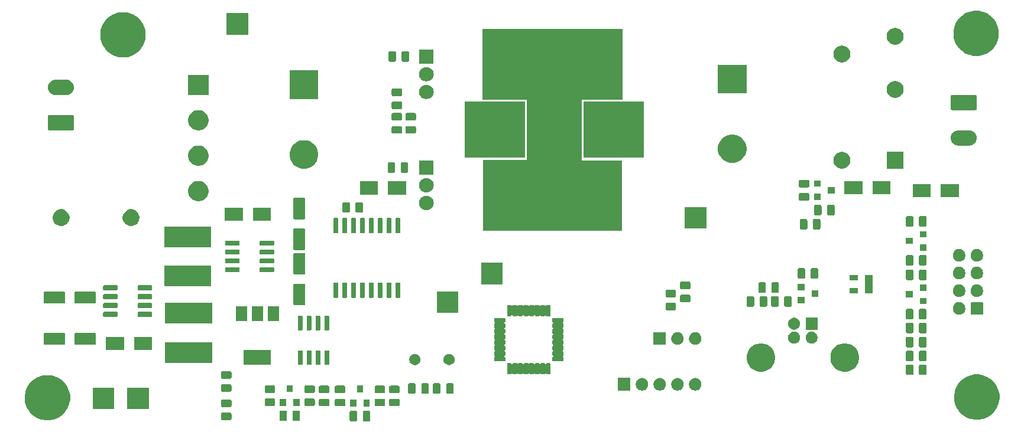
<source format=gbr>
G04 #@! TF.GenerationSoftware,KiCad,Pcbnew,(5.1.6)-1*
G04 #@! TF.CreationDate,2021-05-26T15:33:52+02:00*
G04 #@! TF.ProjectId,PowerSupplyPCB,506f7765-7253-4757-9070-6c795043422e,0.1*
G04 #@! TF.SameCoordinates,Original*
G04 #@! TF.FileFunction,Soldermask,Top*
G04 #@! TF.FilePolarity,Negative*
%FSLAX46Y46*%
G04 Gerber Fmt 4.6, Leading zero omitted, Abs format (unit mm)*
G04 Created by KiCad (PCBNEW (5.1.6)-1) date 2021-05-26 15:33:52*
%MOMM*%
%LPD*%
G01*
G04 APERTURE LIST*
%ADD10C,0.100000*%
G04 APERTURE END LIST*
D10*
G36*
X167792400Y-80518000D02*
G01*
X161950400Y-80518000D01*
X161950400Y-89357200D01*
X167741600Y-89357200D01*
X167741600Y-99314000D01*
X147929600Y-99314000D01*
X147929600Y-89255600D01*
X154228800Y-89255600D01*
X154228800Y-80518000D01*
X147878800Y-80518000D01*
X147878800Y-70510400D01*
X167792400Y-70510400D01*
X167792400Y-80518000D01*
G37*
X167792400Y-80518000D02*
X161950400Y-80518000D01*
X161950400Y-89357200D01*
X167741600Y-89357200D01*
X167741600Y-99314000D01*
X147929600Y-99314000D01*
X147929600Y-89255600D01*
X154228800Y-89255600D01*
X154228800Y-80518000D01*
X147878800Y-80518000D01*
X147878800Y-70510400D01*
X167792400Y-70510400D01*
X167792400Y-80518000D01*
G36*
X131611468Y-125288365D02*
G01*
X131650138Y-125300096D01*
X131685777Y-125319146D01*
X131717017Y-125344783D01*
X131742654Y-125376023D01*
X131761704Y-125411662D01*
X131773435Y-125450332D01*
X131778000Y-125496688D01*
X131778000Y-126572912D01*
X131773435Y-126619268D01*
X131761704Y-126657938D01*
X131742654Y-126693577D01*
X131717017Y-126724817D01*
X131685777Y-126750454D01*
X131650138Y-126769504D01*
X131611468Y-126781235D01*
X131565112Y-126785800D01*
X130913888Y-126785800D01*
X130867532Y-126781235D01*
X130828862Y-126769504D01*
X130793223Y-126750454D01*
X130761983Y-126724817D01*
X130736346Y-126693577D01*
X130717296Y-126657938D01*
X130705565Y-126619268D01*
X130701000Y-126572912D01*
X130701000Y-125496688D01*
X130705565Y-125450332D01*
X130717296Y-125411662D01*
X130736346Y-125376023D01*
X130761983Y-125344783D01*
X130793223Y-125319146D01*
X130828862Y-125300096D01*
X130867532Y-125288365D01*
X130913888Y-125283800D01*
X131565112Y-125283800D01*
X131611468Y-125288365D01*
G37*
G36*
X129736468Y-125288365D02*
G01*
X129775138Y-125300096D01*
X129810777Y-125319146D01*
X129842017Y-125344783D01*
X129867654Y-125376023D01*
X129886704Y-125411662D01*
X129898435Y-125450332D01*
X129903000Y-125496688D01*
X129903000Y-126572912D01*
X129898435Y-126619268D01*
X129886704Y-126657938D01*
X129867654Y-126693577D01*
X129842017Y-126724817D01*
X129810777Y-126750454D01*
X129775138Y-126769504D01*
X129736468Y-126781235D01*
X129690112Y-126785800D01*
X129038888Y-126785800D01*
X128992532Y-126781235D01*
X128953862Y-126769504D01*
X128918223Y-126750454D01*
X128886983Y-126724817D01*
X128861346Y-126693577D01*
X128842296Y-126657938D01*
X128830565Y-126619268D01*
X128826000Y-126572912D01*
X128826000Y-125496688D01*
X128830565Y-125450332D01*
X128842296Y-125411662D01*
X128861346Y-125376023D01*
X128886983Y-125344783D01*
X128918223Y-125319146D01*
X128953862Y-125300096D01*
X128992532Y-125288365D01*
X129038888Y-125283800D01*
X129690112Y-125283800D01*
X129736468Y-125288365D01*
G37*
G36*
X121553068Y-125237565D02*
G01*
X121591738Y-125249296D01*
X121627377Y-125268346D01*
X121658617Y-125293983D01*
X121684254Y-125325223D01*
X121703304Y-125360862D01*
X121715035Y-125399532D01*
X121719600Y-125445888D01*
X121719600Y-126522112D01*
X121715035Y-126568468D01*
X121703304Y-126607138D01*
X121684254Y-126642777D01*
X121658617Y-126674017D01*
X121627377Y-126699654D01*
X121591738Y-126718704D01*
X121553068Y-126730435D01*
X121506712Y-126735000D01*
X120855488Y-126735000D01*
X120809132Y-126730435D01*
X120770462Y-126718704D01*
X120734823Y-126699654D01*
X120703583Y-126674017D01*
X120677946Y-126642777D01*
X120658896Y-126607138D01*
X120647165Y-126568468D01*
X120642600Y-126522112D01*
X120642600Y-125445888D01*
X120647165Y-125399532D01*
X120658896Y-125360862D01*
X120677946Y-125325223D01*
X120703583Y-125293983D01*
X120734823Y-125268346D01*
X120770462Y-125249296D01*
X120809132Y-125237565D01*
X120855488Y-125233000D01*
X121506712Y-125233000D01*
X121553068Y-125237565D01*
G37*
G36*
X119678068Y-125237565D02*
G01*
X119716738Y-125249296D01*
X119752377Y-125268346D01*
X119783617Y-125293983D01*
X119809254Y-125325223D01*
X119828304Y-125360862D01*
X119840035Y-125399532D01*
X119844600Y-125445888D01*
X119844600Y-126522112D01*
X119840035Y-126568468D01*
X119828304Y-126607138D01*
X119809254Y-126642777D01*
X119783617Y-126674017D01*
X119752377Y-126699654D01*
X119716738Y-126718704D01*
X119678068Y-126730435D01*
X119631712Y-126735000D01*
X118980488Y-126735000D01*
X118934132Y-126730435D01*
X118895462Y-126718704D01*
X118859823Y-126699654D01*
X118828583Y-126674017D01*
X118802946Y-126642777D01*
X118783896Y-126607138D01*
X118772165Y-126568468D01*
X118767600Y-126522112D01*
X118767600Y-125445888D01*
X118772165Y-125399532D01*
X118783896Y-125360862D01*
X118802946Y-125325223D01*
X118828583Y-125293983D01*
X118859823Y-125268346D01*
X118895462Y-125249296D01*
X118934132Y-125237565D01*
X118980488Y-125233000D01*
X119631712Y-125233000D01*
X119678068Y-125237565D01*
G37*
G36*
X86181439Y-120204667D02*
G01*
X86495482Y-120267134D01*
X87087126Y-120512201D01*
X87619592Y-120867984D01*
X88072416Y-121320808D01*
X88428199Y-121853274D01*
X88673266Y-122444918D01*
X88728760Y-122723904D01*
X88798200Y-123073003D01*
X88798200Y-123713397D01*
X88758367Y-123913650D01*
X88673266Y-124341482D01*
X88428199Y-124933126D01*
X88182997Y-125300096D01*
X88082613Y-125450332D01*
X88072416Y-125465592D01*
X87619592Y-125918416D01*
X87087126Y-126274199D01*
X86495482Y-126519266D01*
X86246518Y-126568788D01*
X85867397Y-126644200D01*
X85227003Y-126644200D01*
X84847882Y-126568788D01*
X84598918Y-126519266D01*
X84007274Y-126274199D01*
X83474808Y-125918416D01*
X83021984Y-125465592D01*
X83011788Y-125450332D01*
X82911403Y-125300096D01*
X82666201Y-124933126D01*
X82421134Y-124341482D01*
X82336033Y-123913650D01*
X82296200Y-123713397D01*
X82296200Y-123073003D01*
X82365640Y-122723904D01*
X82421134Y-122444918D01*
X82666201Y-121853274D01*
X83021984Y-121320808D01*
X83474808Y-120867984D01*
X84007274Y-120512201D01*
X84598918Y-120267134D01*
X84912961Y-120204667D01*
X85227003Y-120142200D01*
X85867397Y-120142200D01*
X86181439Y-120204667D01*
G37*
G36*
X111734868Y-125523965D02*
G01*
X111773538Y-125535696D01*
X111809177Y-125554746D01*
X111840417Y-125580383D01*
X111866054Y-125611623D01*
X111885104Y-125647262D01*
X111896835Y-125685932D01*
X111901400Y-125732288D01*
X111901400Y-126383512D01*
X111896835Y-126429868D01*
X111885104Y-126468538D01*
X111866054Y-126504177D01*
X111840417Y-126535417D01*
X111809177Y-126561054D01*
X111773538Y-126580104D01*
X111734868Y-126591835D01*
X111688512Y-126596400D01*
X110612288Y-126596400D01*
X110565932Y-126591835D01*
X110527262Y-126580104D01*
X110491623Y-126561054D01*
X110460383Y-126535417D01*
X110434746Y-126504177D01*
X110415696Y-126468538D01*
X110403965Y-126429868D01*
X110399400Y-126383512D01*
X110399400Y-125732288D01*
X110403965Y-125685932D01*
X110415696Y-125647262D01*
X110434746Y-125611623D01*
X110460383Y-125580383D01*
X110491623Y-125554746D01*
X110527262Y-125535696D01*
X110565932Y-125523965D01*
X110612288Y-125519400D01*
X111688512Y-125519400D01*
X111734868Y-125523965D01*
G37*
G36*
X219189742Y-120085623D02*
G01*
X219591482Y-120165534D01*
X220183126Y-120410601D01*
X220583273Y-120677971D01*
X220710449Y-120762947D01*
X220715592Y-120766384D01*
X221168416Y-121219208D01*
X221524199Y-121751674D01*
X221769266Y-122343318D01*
X221822414Y-122610512D01*
X221894200Y-122971403D01*
X221894200Y-123611797D01*
X221865387Y-123756650D01*
X221769266Y-124239882D01*
X221524199Y-124831526D01*
X221321640Y-125134676D01*
X221169306Y-125362661D01*
X221168416Y-125363992D01*
X220715592Y-125816816D01*
X220183126Y-126172599D01*
X219591482Y-126417666D01*
X219349747Y-126465750D01*
X218963397Y-126542600D01*
X218323003Y-126542600D01*
X217936653Y-126465750D01*
X217694918Y-126417666D01*
X217103274Y-126172599D01*
X216570808Y-125816816D01*
X216117984Y-125363992D01*
X216117095Y-125362661D01*
X215964760Y-125134676D01*
X215762201Y-124831526D01*
X215517134Y-124239882D01*
X215421013Y-123756650D01*
X215392200Y-123611797D01*
X215392200Y-122971403D01*
X215463986Y-122610512D01*
X215517134Y-122343318D01*
X215762201Y-121751674D01*
X216117984Y-121219208D01*
X216570808Y-120766384D01*
X216575952Y-120762947D01*
X216703127Y-120677971D01*
X217103274Y-120410601D01*
X217694918Y-120165534D01*
X218096658Y-120085623D01*
X218323003Y-120040600D01*
X218963397Y-120040600D01*
X219189742Y-120085623D01*
G37*
G36*
X100052200Y-125045800D02*
G01*
X96950200Y-125045800D01*
X96950200Y-121943800D01*
X100052200Y-121943800D01*
X100052200Y-125045800D01*
G37*
G36*
X95124600Y-125045800D02*
G01*
X92022600Y-125045800D01*
X92022600Y-121943800D01*
X95124600Y-121943800D01*
X95124600Y-125045800D01*
G37*
G36*
X111734868Y-123648965D02*
G01*
X111773538Y-123660696D01*
X111809177Y-123679746D01*
X111840417Y-123705383D01*
X111866054Y-123736623D01*
X111885104Y-123772262D01*
X111896835Y-123810932D01*
X111901400Y-123857288D01*
X111901400Y-124508512D01*
X111896835Y-124554868D01*
X111885104Y-124593538D01*
X111866054Y-124629177D01*
X111840417Y-124660417D01*
X111809177Y-124686054D01*
X111773538Y-124705104D01*
X111734868Y-124716835D01*
X111688512Y-124721400D01*
X110612288Y-124721400D01*
X110565932Y-124716835D01*
X110527262Y-124705104D01*
X110491623Y-124686054D01*
X110460383Y-124660417D01*
X110434746Y-124629177D01*
X110415696Y-124593538D01*
X110403965Y-124554868D01*
X110399400Y-124508512D01*
X110399400Y-123857288D01*
X110403965Y-123810932D01*
X110415696Y-123772262D01*
X110434746Y-123736623D01*
X110460383Y-123705383D01*
X110491623Y-123679746D01*
X110527262Y-123660696D01*
X110565932Y-123648965D01*
X110612288Y-123644400D01*
X111688512Y-123644400D01*
X111734868Y-123648965D01*
G37*
G36*
X129803000Y-124640200D02*
G01*
X128901000Y-124640200D01*
X128901000Y-123638200D01*
X129803000Y-123638200D01*
X129803000Y-124640200D01*
G37*
G36*
X131703000Y-124640200D02*
G01*
X130801000Y-124640200D01*
X130801000Y-123638200D01*
X131703000Y-123638200D01*
X131703000Y-124640200D01*
G37*
G36*
X125755668Y-123542765D02*
G01*
X125794338Y-123554496D01*
X125829977Y-123573546D01*
X125861217Y-123599183D01*
X125886854Y-123630423D01*
X125905904Y-123666062D01*
X125917635Y-123704732D01*
X125922200Y-123751088D01*
X125922200Y-124402312D01*
X125917635Y-124448668D01*
X125905904Y-124487338D01*
X125886854Y-124522977D01*
X125861217Y-124554217D01*
X125829977Y-124579854D01*
X125794338Y-124598904D01*
X125755668Y-124610635D01*
X125709312Y-124615200D01*
X124633088Y-124615200D01*
X124586732Y-124610635D01*
X124548062Y-124598904D01*
X124512423Y-124579854D01*
X124481183Y-124554217D01*
X124455546Y-124522977D01*
X124436496Y-124487338D01*
X124424765Y-124448668D01*
X124420200Y-124402312D01*
X124420200Y-123751088D01*
X124424765Y-123704732D01*
X124436496Y-123666062D01*
X124455546Y-123630423D01*
X124481183Y-123599183D01*
X124512423Y-123573546D01*
X124548062Y-123554496D01*
X124586732Y-123542765D01*
X124633088Y-123538200D01*
X125709312Y-123538200D01*
X125755668Y-123542765D01*
G37*
G36*
X135814068Y-123542765D02*
G01*
X135852738Y-123554496D01*
X135888377Y-123573546D01*
X135919617Y-123599183D01*
X135945254Y-123630423D01*
X135964304Y-123666062D01*
X135976035Y-123704732D01*
X135980600Y-123751088D01*
X135980600Y-124402312D01*
X135976035Y-124448668D01*
X135964304Y-124487338D01*
X135945254Y-124522977D01*
X135919617Y-124554217D01*
X135888377Y-124579854D01*
X135852738Y-124598904D01*
X135814068Y-124610635D01*
X135767712Y-124615200D01*
X134691488Y-124615200D01*
X134645132Y-124610635D01*
X134606462Y-124598904D01*
X134570823Y-124579854D01*
X134539583Y-124554217D01*
X134513946Y-124522977D01*
X134494896Y-124487338D01*
X134483165Y-124448668D01*
X134478600Y-124402312D01*
X134478600Y-123751088D01*
X134483165Y-123704732D01*
X134494896Y-123666062D01*
X134513946Y-123630423D01*
X134539583Y-123599183D01*
X134570823Y-123573546D01*
X134606462Y-123554496D01*
X134645132Y-123542765D01*
X134691488Y-123538200D01*
X135767712Y-123538200D01*
X135814068Y-123542765D01*
G37*
G36*
X128041668Y-123542765D02*
G01*
X128080338Y-123554496D01*
X128115977Y-123573546D01*
X128147217Y-123599183D01*
X128172854Y-123630423D01*
X128191904Y-123666062D01*
X128203635Y-123704732D01*
X128208200Y-123751088D01*
X128208200Y-124402312D01*
X128203635Y-124448668D01*
X128191904Y-124487338D01*
X128172854Y-124522977D01*
X128147217Y-124554217D01*
X128115977Y-124579854D01*
X128080338Y-124598904D01*
X128041668Y-124610635D01*
X127995312Y-124615200D01*
X126919088Y-124615200D01*
X126872732Y-124610635D01*
X126834062Y-124598904D01*
X126798423Y-124579854D01*
X126767183Y-124554217D01*
X126741546Y-124522977D01*
X126722496Y-124487338D01*
X126710765Y-124448668D01*
X126706200Y-124402312D01*
X126706200Y-123751088D01*
X126710765Y-123704732D01*
X126722496Y-123666062D01*
X126741546Y-123630423D01*
X126767183Y-123599183D01*
X126798423Y-123573546D01*
X126834062Y-123554496D01*
X126872732Y-123542765D01*
X126919088Y-123538200D01*
X127995312Y-123538200D01*
X128041668Y-123542765D01*
G37*
G36*
X133731268Y-123542765D02*
G01*
X133769938Y-123554496D01*
X133805577Y-123573546D01*
X133836817Y-123599183D01*
X133862454Y-123630423D01*
X133881504Y-123666062D01*
X133893235Y-123704732D01*
X133897800Y-123751088D01*
X133897800Y-124402312D01*
X133893235Y-124448668D01*
X133881504Y-124487338D01*
X133862454Y-124522977D01*
X133836817Y-124554217D01*
X133805577Y-124579854D01*
X133769938Y-124598904D01*
X133731268Y-124610635D01*
X133684912Y-124615200D01*
X132608688Y-124615200D01*
X132562332Y-124610635D01*
X132523662Y-124598904D01*
X132488023Y-124579854D01*
X132456783Y-124554217D01*
X132431146Y-124522977D01*
X132412096Y-124487338D01*
X132400365Y-124448668D01*
X132395800Y-124402312D01*
X132395800Y-123751088D01*
X132400365Y-123704732D01*
X132412096Y-123666062D01*
X132431146Y-123630423D01*
X132456783Y-123599183D01*
X132488023Y-123573546D01*
X132523662Y-123554496D01*
X132562332Y-123542765D01*
X132608688Y-123538200D01*
X133684912Y-123538200D01*
X133731268Y-123542765D01*
G37*
G36*
X121644600Y-124589400D02*
G01*
X120742600Y-124589400D01*
X120742600Y-123587400D01*
X121644600Y-123587400D01*
X121644600Y-124589400D01*
G37*
G36*
X119744600Y-124589400D02*
G01*
X118842600Y-124589400D01*
X118842600Y-123587400D01*
X119744600Y-123587400D01*
X119744600Y-124589400D01*
G37*
G36*
X123672868Y-123491965D02*
G01*
X123711538Y-123503696D01*
X123747177Y-123522746D01*
X123778417Y-123548383D01*
X123804054Y-123579623D01*
X123823104Y-123615262D01*
X123834835Y-123653932D01*
X123839400Y-123700288D01*
X123839400Y-124351512D01*
X123834835Y-124397868D01*
X123823104Y-124436538D01*
X123804054Y-124472177D01*
X123778417Y-124503417D01*
X123747177Y-124529054D01*
X123711538Y-124548104D01*
X123672868Y-124559835D01*
X123626512Y-124564400D01*
X122550288Y-124564400D01*
X122503932Y-124559835D01*
X122465262Y-124548104D01*
X122429623Y-124529054D01*
X122398383Y-124503417D01*
X122372746Y-124472177D01*
X122353696Y-124436538D01*
X122341965Y-124397868D01*
X122337400Y-124351512D01*
X122337400Y-123700288D01*
X122341965Y-123653932D01*
X122353696Y-123615262D01*
X122372746Y-123579623D01*
X122398383Y-123548383D01*
X122429623Y-123522746D01*
X122465262Y-123503696D01*
X122503932Y-123491965D01*
X122550288Y-123487400D01*
X123626512Y-123487400D01*
X123672868Y-123491965D01*
G37*
G36*
X117983268Y-123491965D02*
G01*
X118021938Y-123503696D01*
X118057577Y-123522746D01*
X118088817Y-123548383D01*
X118114454Y-123579623D01*
X118133504Y-123615262D01*
X118145235Y-123653932D01*
X118149800Y-123700288D01*
X118149800Y-124351512D01*
X118145235Y-124397868D01*
X118133504Y-124436538D01*
X118114454Y-124472177D01*
X118088817Y-124503417D01*
X118057577Y-124529054D01*
X118021938Y-124548104D01*
X117983268Y-124559835D01*
X117936912Y-124564400D01*
X116860688Y-124564400D01*
X116814332Y-124559835D01*
X116775662Y-124548104D01*
X116740023Y-124529054D01*
X116708783Y-124503417D01*
X116683146Y-124472177D01*
X116664096Y-124436538D01*
X116652365Y-124397868D01*
X116647800Y-124351512D01*
X116647800Y-123700288D01*
X116652365Y-123653932D01*
X116664096Y-123615262D01*
X116683146Y-123579623D01*
X116708783Y-123548383D01*
X116740023Y-123522746D01*
X116775662Y-123503696D01*
X116814332Y-123491965D01*
X116860688Y-123487400D01*
X117936912Y-123487400D01*
X117983268Y-123491965D01*
G37*
G36*
X141674468Y-121325965D02*
G01*
X141713138Y-121337696D01*
X141748777Y-121356746D01*
X141780017Y-121382383D01*
X141805654Y-121413623D01*
X141824704Y-121449262D01*
X141836435Y-121487932D01*
X141841000Y-121534288D01*
X141841000Y-122610512D01*
X141836435Y-122656868D01*
X141824704Y-122695538D01*
X141805654Y-122731177D01*
X141780017Y-122762417D01*
X141748777Y-122788054D01*
X141713138Y-122807104D01*
X141674468Y-122818835D01*
X141628112Y-122823400D01*
X140976888Y-122823400D01*
X140930532Y-122818835D01*
X140891862Y-122807104D01*
X140856223Y-122788054D01*
X140824983Y-122762417D01*
X140799346Y-122731177D01*
X140780296Y-122695538D01*
X140768565Y-122656868D01*
X140764000Y-122610512D01*
X140764000Y-121534288D01*
X140768565Y-121487932D01*
X140780296Y-121449262D01*
X140799346Y-121413623D01*
X140824983Y-121382383D01*
X140856223Y-121356746D01*
X140891862Y-121337696D01*
X140930532Y-121325965D01*
X140976888Y-121321400D01*
X141628112Y-121321400D01*
X141674468Y-121325965D01*
G37*
G36*
X138118468Y-121325965D02*
G01*
X138157138Y-121337696D01*
X138192777Y-121356746D01*
X138224017Y-121382383D01*
X138249654Y-121413623D01*
X138268704Y-121449262D01*
X138280435Y-121487932D01*
X138285000Y-121534288D01*
X138285000Y-122610512D01*
X138280435Y-122656868D01*
X138268704Y-122695538D01*
X138249654Y-122731177D01*
X138224017Y-122762417D01*
X138192777Y-122788054D01*
X138157138Y-122807104D01*
X138118468Y-122818835D01*
X138072112Y-122823400D01*
X137420888Y-122823400D01*
X137374532Y-122818835D01*
X137335862Y-122807104D01*
X137300223Y-122788054D01*
X137268983Y-122762417D01*
X137243346Y-122731177D01*
X137224296Y-122695538D01*
X137212565Y-122656868D01*
X137208000Y-122610512D01*
X137208000Y-121534288D01*
X137212565Y-121487932D01*
X137224296Y-121449262D01*
X137243346Y-121413623D01*
X137268983Y-121382383D01*
X137300223Y-121356746D01*
X137335862Y-121337696D01*
X137374532Y-121325965D01*
X137420888Y-121321400D01*
X138072112Y-121321400D01*
X138118468Y-121325965D01*
G37*
G36*
X143549468Y-121325965D02*
G01*
X143588138Y-121337696D01*
X143623777Y-121356746D01*
X143655017Y-121382383D01*
X143680654Y-121413623D01*
X143699704Y-121449262D01*
X143711435Y-121487932D01*
X143716000Y-121534288D01*
X143716000Y-122610512D01*
X143711435Y-122656868D01*
X143699704Y-122695538D01*
X143680654Y-122731177D01*
X143655017Y-122762417D01*
X143623777Y-122788054D01*
X143588138Y-122807104D01*
X143549468Y-122818835D01*
X143503112Y-122823400D01*
X142851888Y-122823400D01*
X142805532Y-122818835D01*
X142766862Y-122807104D01*
X142731223Y-122788054D01*
X142699983Y-122762417D01*
X142674346Y-122731177D01*
X142655296Y-122695538D01*
X142643565Y-122656868D01*
X142639000Y-122610512D01*
X142639000Y-121534288D01*
X142643565Y-121487932D01*
X142655296Y-121449262D01*
X142674346Y-121413623D01*
X142699983Y-121382383D01*
X142731223Y-121356746D01*
X142766862Y-121337696D01*
X142805532Y-121325965D01*
X142851888Y-121321400D01*
X143503112Y-121321400D01*
X143549468Y-121325965D01*
G37*
G36*
X139993468Y-121325965D02*
G01*
X140032138Y-121337696D01*
X140067777Y-121356746D01*
X140099017Y-121382383D01*
X140124654Y-121413623D01*
X140143704Y-121449262D01*
X140155435Y-121487932D01*
X140160000Y-121534288D01*
X140160000Y-122610512D01*
X140155435Y-122656868D01*
X140143704Y-122695538D01*
X140124654Y-122731177D01*
X140099017Y-122762417D01*
X140067777Y-122788054D01*
X140032138Y-122807104D01*
X139993468Y-122818835D01*
X139947112Y-122823400D01*
X139295888Y-122823400D01*
X139249532Y-122818835D01*
X139210862Y-122807104D01*
X139175223Y-122788054D01*
X139143983Y-122762417D01*
X139118346Y-122731177D01*
X139099296Y-122695538D01*
X139087565Y-122656868D01*
X139083000Y-122610512D01*
X139083000Y-121534288D01*
X139087565Y-121487932D01*
X139099296Y-121449262D01*
X139118346Y-121413623D01*
X139143983Y-121382383D01*
X139175223Y-121356746D01*
X139210862Y-121337696D01*
X139249532Y-121325965D01*
X139295888Y-121321400D01*
X139947112Y-121321400D01*
X139993468Y-121325965D01*
G37*
G36*
X135814068Y-121667765D02*
G01*
X135852738Y-121679496D01*
X135888377Y-121698546D01*
X135919617Y-121724183D01*
X135945254Y-121755423D01*
X135964304Y-121791062D01*
X135976035Y-121829732D01*
X135980600Y-121876088D01*
X135980600Y-122527312D01*
X135976035Y-122573668D01*
X135964304Y-122612338D01*
X135945254Y-122647977D01*
X135919617Y-122679217D01*
X135888377Y-122704854D01*
X135852738Y-122723904D01*
X135814068Y-122735635D01*
X135767712Y-122740200D01*
X134691488Y-122740200D01*
X134645132Y-122735635D01*
X134606462Y-122723904D01*
X134570823Y-122704854D01*
X134539583Y-122679217D01*
X134513946Y-122647977D01*
X134494896Y-122612338D01*
X134483165Y-122573668D01*
X134478600Y-122527312D01*
X134478600Y-121876088D01*
X134483165Y-121829732D01*
X134494896Y-121791062D01*
X134513946Y-121755423D01*
X134539583Y-121724183D01*
X134570823Y-121698546D01*
X134606462Y-121679496D01*
X134645132Y-121667765D01*
X134691488Y-121663200D01*
X135767712Y-121663200D01*
X135814068Y-121667765D01*
G37*
G36*
X133731268Y-121667765D02*
G01*
X133769938Y-121679496D01*
X133805577Y-121698546D01*
X133836817Y-121724183D01*
X133862454Y-121755423D01*
X133881504Y-121791062D01*
X133893235Y-121829732D01*
X133897800Y-121876088D01*
X133897800Y-122527312D01*
X133893235Y-122573668D01*
X133881504Y-122612338D01*
X133862454Y-122647977D01*
X133836817Y-122679217D01*
X133805577Y-122704854D01*
X133769938Y-122723904D01*
X133731268Y-122735635D01*
X133684912Y-122740200D01*
X132608688Y-122740200D01*
X132562332Y-122735635D01*
X132523662Y-122723904D01*
X132488023Y-122704854D01*
X132456783Y-122679217D01*
X132431146Y-122647977D01*
X132412096Y-122612338D01*
X132400365Y-122573668D01*
X132395800Y-122527312D01*
X132395800Y-121876088D01*
X132400365Y-121829732D01*
X132412096Y-121791062D01*
X132431146Y-121755423D01*
X132456783Y-121724183D01*
X132488023Y-121698546D01*
X132523662Y-121679496D01*
X132562332Y-121667765D01*
X132608688Y-121663200D01*
X133684912Y-121663200D01*
X133731268Y-121667765D01*
G37*
G36*
X125755668Y-121667765D02*
G01*
X125794338Y-121679496D01*
X125829977Y-121698546D01*
X125861217Y-121724183D01*
X125886854Y-121755423D01*
X125905904Y-121791062D01*
X125917635Y-121829732D01*
X125922200Y-121876088D01*
X125922200Y-122527312D01*
X125917635Y-122573668D01*
X125905904Y-122612338D01*
X125886854Y-122647977D01*
X125861217Y-122679217D01*
X125829977Y-122704854D01*
X125794338Y-122723904D01*
X125755668Y-122735635D01*
X125709312Y-122740200D01*
X124633088Y-122740200D01*
X124586732Y-122735635D01*
X124548062Y-122723904D01*
X124512423Y-122704854D01*
X124481183Y-122679217D01*
X124455546Y-122647977D01*
X124436496Y-122612338D01*
X124424765Y-122573668D01*
X124420200Y-122527312D01*
X124420200Y-121876088D01*
X124424765Y-121829732D01*
X124436496Y-121791062D01*
X124455546Y-121755423D01*
X124481183Y-121724183D01*
X124512423Y-121698546D01*
X124548062Y-121679496D01*
X124586732Y-121667765D01*
X124633088Y-121663200D01*
X125709312Y-121663200D01*
X125755668Y-121667765D01*
G37*
G36*
X128041668Y-121667765D02*
G01*
X128080338Y-121679496D01*
X128115977Y-121698546D01*
X128147217Y-121724183D01*
X128172854Y-121755423D01*
X128191904Y-121791062D01*
X128203635Y-121829732D01*
X128208200Y-121876088D01*
X128208200Y-122527312D01*
X128203635Y-122573668D01*
X128191904Y-122612338D01*
X128172854Y-122647977D01*
X128147217Y-122679217D01*
X128115977Y-122704854D01*
X128080338Y-122723904D01*
X128041668Y-122735635D01*
X127995312Y-122740200D01*
X126919088Y-122740200D01*
X126872732Y-122735635D01*
X126834062Y-122723904D01*
X126798423Y-122704854D01*
X126767183Y-122679217D01*
X126741546Y-122647977D01*
X126722496Y-122612338D01*
X126710765Y-122573668D01*
X126706200Y-122527312D01*
X126706200Y-121876088D01*
X126710765Y-121829732D01*
X126722496Y-121791062D01*
X126741546Y-121755423D01*
X126767183Y-121724183D01*
X126798423Y-121698546D01*
X126834062Y-121679496D01*
X126872732Y-121667765D01*
X126919088Y-121663200D01*
X127995312Y-121663200D01*
X128041668Y-121667765D01*
G37*
G36*
X117983268Y-121616965D02*
G01*
X118021938Y-121628696D01*
X118057577Y-121647746D01*
X118088817Y-121673383D01*
X118114454Y-121704623D01*
X118133504Y-121740262D01*
X118145235Y-121778932D01*
X118149800Y-121825288D01*
X118149800Y-122476512D01*
X118145235Y-122522868D01*
X118133504Y-122561538D01*
X118114454Y-122597177D01*
X118088817Y-122628417D01*
X118057577Y-122654054D01*
X118021938Y-122673104D01*
X117983268Y-122684835D01*
X117936912Y-122689400D01*
X116860688Y-122689400D01*
X116814332Y-122684835D01*
X116775662Y-122673104D01*
X116740023Y-122654054D01*
X116708783Y-122628417D01*
X116683146Y-122597177D01*
X116664096Y-122561538D01*
X116652365Y-122522868D01*
X116647800Y-122476512D01*
X116647800Y-121825288D01*
X116652365Y-121778932D01*
X116664096Y-121740262D01*
X116683146Y-121704623D01*
X116708783Y-121673383D01*
X116740023Y-121647746D01*
X116775662Y-121628696D01*
X116814332Y-121616965D01*
X116860688Y-121612400D01*
X117936912Y-121612400D01*
X117983268Y-121616965D01*
G37*
G36*
X123672868Y-121616965D02*
G01*
X123711538Y-121628696D01*
X123747177Y-121647746D01*
X123778417Y-121673383D01*
X123804054Y-121704623D01*
X123823104Y-121740262D01*
X123834835Y-121778932D01*
X123839400Y-121825288D01*
X123839400Y-122476512D01*
X123834835Y-122522868D01*
X123823104Y-122561538D01*
X123804054Y-122597177D01*
X123778417Y-122628417D01*
X123747177Y-122654054D01*
X123711538Y-122673104D01*
X123672868Y-122684835D01*
X123626512Y-122689400D01*
X122550288Y-122689400D01*
X122503932Y-122684835D01*
X122465262Y-122673104D01*
X122429623Y-122654054D01*
X122398383Y-122628417D01*
X122372746Y-122597177D01*
X122353696Y-122561538D01*
X122341965Y-122522868D01*
X122337400Y-122476512D01*
X122337400Y-121825288D01*
X122341965Y-121778932D01*
X122353696Y-121740262D01*
X122372746Y-121704623D01*
X122398383Y-121673383D01*
X122429623Y-121647746D01*
X122465262Y-121628696D01*
X122503932Y-121616965D01*
X122550288Y-121612400D01*
X123626512Y-121612400D01*
X123672868Y-121616965D01*
G37*
G36*
X130753000Y-122640200D02*
G01*
X129851000Y-122640200D01*
X129851000Y-121638200D01*
X130753000Y-121638200D01*
X130753000Y-122640200D01*
G37*
G36*
X120694600Y-122589400D02*
G01*
X119792600Y-122589400D01*
X119792600Y-121587400D01*
X120694600Y-121587400D01*
X120694600Y-122589400D01*
G37*
G36*
X111734868Y-121459965D02*
G01*
X111773538Y-121471696D01*
X111809177Y-121490746D01*
X111840417Y-121516383D01*
X111866054Y-121547623D01*
X111885104Y-121583262D01*
X111896835Y-121621932D01*
X111901400Y-121668288D01*
X111901400Y-122319512D01*
X111896835Y-122365868D01*
X111885104Y-122404538D01*
X111866054Y-122440177D01*
X111840417Y-122471417D01*
X111809177Y-122497054D01*
X111773538Y-122516104D01*
X111734868Y-122527835D01*
X111688512Y-122532400D01*
X110612288Y-122532400D01*
X110565932Y-122527835D01*
X110527262Y-122516104D01*
X110491623Y-122497054D01*
X110460383Y-122471417D01*
X110434746Y-122440177D01*
X110415696Y-122404538D01*
X110403965Y-122365868D01*
X110399400Y-122319512D01*
X110399400Y-121668288D01*
X110403965Y-121621932D01*
X110415696Y-121583262D01*
X110434746Y-121547623D01*
X110460383Y-121516383D01*
X110491623Y-121490746D01*
X110527262Y-121471696D01*
X110565932Y-121459965D01*
X110612288Y-121455400D01*
X111688512Y-121455400D01*
X111734868Y-121459965D01*
G37*
G36*
X170793719Y-120565177D02*
G01*
X170950812Y-120596424D01*
X171114784Y-120664344D01*
X171262354Y-120762947D01*
X171387853Y-120888446D01*
X171486456Y-121036016D01*
X171554376Y-121199988D01*
X171589000Y-121374059D01*
X171589000Y-121551541D01*
X171554376Y-121725612D01*
X171486456Y-121889584D01*
X171387853Y-122037154D01*
X171262354Y-122162653D01*
X171114784Y-122261256D01*
X170950812Y-122329176D01*
X170801512Y-122358873D01*
X170776742Y-122363800D01*
X170599258Y-122363800D01*
X170574488Y-122358873D01*
X170425188Y-122329176D01*
X170261216Y-122261256D01*
X170113646Y-122162653D01*
X169988147Y-122037154D01*
X169889544Y-121889584D01*
X169821624Y-121725612D01*
X169787000Y-121551541D01*
X169787000Y-121374059D01*
X169821624Y-121199988D01*
X169889544Y-121036016D01*
X169988147Y-120888446D01*
X170113646Y-120762947D01*
X170261216Y-120664344D01*
X170425188Y-120596424D01*
X170582281Y-120565177D01*
X170599258Y-120561800D01*
X170776742Y-120561800D01*
X170793719Y-120565177D01*
G37*
G36*
X173333719Y-120565177D02*
G01*
X173490812Y-120596424D01*
X173654784Y-120664344D01*
X173802354Y-120762947D01*
X173927853Y-120888446D01*
X174026456Y-121036016D01*
X174094376Y-121199988D01*
X174129000Y-121374059D01*
X174129000Y-121551541D01*
X174094376Y-121725612D01*
X174026456Y-121889584D01*
X173927853Y-122037154D01*
X173802354Y-122162653D01*
X173654784Y-122261256D01*
X173490812Y-122329176D01*
X173341512Y-122358873D01*
X173316742Y-122363800D01*
X173139258Y-122363800D01*
X173114488Y-122358873D01*
X172965188Y-122329176D01*
X172801216Y-122261256D01*
X172653646Y-122162653D01*
X172528147Y-122037154D01*
X172429544Y-121889584D01*
X172361624Y-121725612D01*
X172327000Y-121551541D01*
X172327000Y-121374059D01*
X172361624Y-121199988D01*
X172429544Y-121036016D01*
X172528147Y-120888446D01*
X172653646Y-120762947D01*
X172801216Y-120664344D01*
X172965188Y-120596424D01*
X173122281Y-120565177D01*
X173139258Y-120561800D01*
X173316742Y-120561800D01*
X173333719Y-120565177D01*
G37*
G36*
X169049000Y-122363800D02*
G01*
X167247000Y-122363800D01*
X167247000Y-120561800D01*
X169049000Y-120561800D01*
X169049000Y-122363800D01*
G37*
G36*
X175873719Y-120565177D02*
G01*
X176030812Y-120596424D01*
X176194784Y-120664344D01*
X176342354Y-120762947D01*
X176467853Y-120888446D01*
X176566456Y-121036016D01*
X176634376Y-121199988D01*
X176669000Y-121374059D01*
X176669000Y-121551541D01*
X176634376Y-121725612D01*
X176566456Y-121889584D01*
X176467853Y-122037154D01*
X176342354Y-122162653D01*
X176194784Y-122261256D01*
X176030812Y-122329176D01*
X175881512Y-122358873D01*
X175856742Y-122363800D01*
X175679258Y-122363800D01*
X175654488Y-122358873D01*
X175505188Y-122329176D01*
X175341216Y-122261256D01*
X175193646Y-122162653D01*
X175068147Y-122037154D01*
X174969544Y-121889584D01*
X174901624Y-121725612D01*
X174867000Y-121551541D01*
X174867000Y-121374059D01*
X174901624Y-121199988D01*
X174969544Y-121036016D01*
X175068147Y-120888446D01*
X175193646Y-120762947D01*
X175341216Y-120664344D01*
X175505188Y-120596424D01*
X175662281Y-120565177D01*
X175679258Y-120561800D01*
X175856742Y-120561800D01*
X175873719Y-120565177D01*
G37*
G36*
X178413719Y-120565177D02*
G01*
X178570812Y-120596424D01*
X178734784Y-120664344D01*
X178882354Y-120762947D01*
X179007853Y-120888446D01*
X179106456Y-121036016D01*
X179174376Y-121199988D01*
X179209000Y-121374059D01*
X179209000Y-121551541D01*
X179174376Y-121725612D01*
X179106456Y-121889584D01*
X179007853Y-122037154D01*
X178882354Y-122162653D01*
X178734784Y-122261256D01*
X178570812Y-122329176D01*
X178421512Y-122358873D01*
X178396742Y-122363800D01*
X178219258Y-122363800D01*
X178194488Y-122358873D01*
X178045188Y-122329176D01*
X177881216Y-122261256D01*
X177733646Y-122162653D01*
X177608147Y-122037154D01*
X177509544Y-121889584D01*
X177441624Y-121725612D01*
X177407000Y-121551541D01*
X177407000Y-121374059D01*
X177441624Y-121199988D01*
X177509544Y-121036016D01*
X177608147Y-120888446D01*
X177733646Y-120762947D01*
X177881216Y-120664344D01*
X178045188Y-120596424D01*
X178202281Y-120565177D01*
X178219258Y-120561800D01*
X178396742Y-120561800D01*
X178413719Y-120565177D01*
G37*
G36*
X111734868Y-119584965D02*
G01*
X111773538Y-119596696D01*
X111809177Y-119615746D01*
X111840417Y-119641383D01*
X111866054Y-119672623D01*
X111885104Y-119708262D01*
X111896835Y-119746932D01*
X111901400Y-119793288D01*
X111901400Y-120444512D01*
X111896835Y-120490868D01*
X111885104Y-120529538D01*
X111866054Y-120565177D01*
X111840417Y-120596417D01*
X111809177Y-120622054D01*
X111773538Y-120641104D01*
X111734868Y-120652835D01*
X111688512Y-120657400D01*
X110612288Y-120657400D01*
X110565932Y-120652835D01*
X110527262Y-120641104D01*
X110491623Y-120622054D01*
X110460383Y-120596417D01*
X110434746Y-120565177D01*
X110415696Y-120529538D01*
X110403965Y-120490868D01*
X110399400Y-120444512D01*
X110399400Y-119793288D01*
X110403965Y-119746932D01*
X110415696Y-119708262D01*
X110434746Y-119672623D01*
X110460383Y-119641383D01*
X110491623Y-119615746D01*
X110527262Y-119596696D01*
X110565932Y-119584965D01*
X110612288Y-119580400D01*
X111688512Y-119580400D01*
X111734868Y-119584965D01*
G37*
G36*
X209390868Y-118633565D02*
G01*
X209429538Y-118645296D01*
X209465177Y-118664346D01*
X209496417Y-118689983D01*
X209522054Y-118721223D01*
X209541104Y-118756862D01*
X209552835Y-118795532D01*
X209557400Y-118841888D01*
X209557400Y-119918112D01*
X209552835Y-119964468D01*
X209541104Y-120003138D01*
X209522054Y-120038777D01*
X209496417Y-120070017D01*
X209465177Y-120095654D01*
X209429538Y-120114704D01*
X209390868Y-120126435D01*
X209344512Y-120131000D01*
X208693288Y-120131000D01*
X208646932Y-120126435D01*
X208608262Y-120114704D01*
X208572623Y-120095654D01*
X208541383Y-120070017D01*
X208515746Y-120038777D01*
X208496696Y-120003138D01*
X208484965Y-119964468D01*
X208480400Y-119918112D01*
X208480400Y-118841888D01*
X208484965Y-118795532D01*
X208496696Y-118756862D01*
X208515746Y-118721223D01*
X208541383Y-118689983D01*
X208572623Y-118664346D01*
X208608262Y-118645296D01*
X208646932Y-118633565D01*
X208693288Y-118629000D01*
X209344512Y-118629000D01*
X209390868Y-118633565D01*
G37*
G36*
X211265868Y-118633565D02*
G01*
X211304538Y-118645296D01*
X211340177Y-118664346D01*
X211371417Y-118689983D01*
X211397054Y-118721223D01*
X211416104Y-118756862D01*
X211427835Y-118795532D01*
X211432400Y-118841888D01*
X211432400Y-119918112D01*
X211427835Y-119964468D01*
X211416104Y-120003138D01*
X211397054Y-120038777D01*
X211371417Y-120070017D01*
X211340177Y-120095654D01*
X211304538Y-120114704D01*
X211265868Y-120126435D01*
X211219512Y-120131000D01*
X210568288Y-120131000D01*
X210521932Y-120126435D01*
X210483262Y-120114704D01*
X210447623Y-120095654D01*
X210416383Y-120070017D01*
X210390746Y-120038777D01*
X210371696Y-120003138D01*
X210359965Y-119964468D01*
X210355400Y-119918112D01*
X210355400Y-118841888D01*
X210359965Y-118795532D01*
X210371696Y-118756862D01*
X210390746Y-118721223D01*
X210416383Y-118689983D01*
X210447623Y-118664346D01*
X210483262Y-118645296D01*
X210521932Y-118633565D01*
X210568288Y-118629000D01*
X211219512Y-118629000D01*
X211265868Y-118633565D01*
G37*
G36*
X151912851Y-118438284D02*
G01*
X151929243Y-118443257D01*
X151944355Y-118451334D01*
X151957598Y-118462202D01*
X151968467Y-118475447D01*
X151972561Y-118483106D01*
X151986174Y-118503480D01*
X152003501Y-118520807D01*
X152023876Y-118534421D01*
X152046514Y-118543798D01*
X152070548Y-118548579D01*
X152095052Y-118548579D01*
X152119085Y-118543799D01*
X152141724Y-118534421D01*
X152162098Y-118520808D01*
X152179425Y-118503481D01*
X152193039Y-118483106D01*
X152197133Y-118475447D01*
X152208002Y-118462202D01*
X152221245Y-118451334D01*
X152236357Y-118443257D01*
X152252749Y-118438284D01*
X152275941Y-118436000D01*
X152689659Y-118436000D01*
X152712851Y-118438284D01*
X152729243Y-118443257D01*
X152744355Y-118451334D01*
X152757598Y-118462202D01*
X152768467Y-118475447D01*
X152772561Y-118483106D01*
X152786174Y-118503480D01*
X152803501Y-118520807D01*
X152823876Y-118534421D01*
X152846514Y-118543798D01*
X152870548Y-118548579D01*
X152895052Y-118548579D01*
X152919085Y-118543799D01*
X152941724Y-118534421D01*
X152962098Y-118520808D01*
X152979425Y-118503481D01*
X152993039Y-118483106D01*
X152997133Y-118475447D01*
X153008002Y-118462202D01*
X153021245Y-118451334D01*
X153036357Y-118443257D01*
X153052749Y-118438284D01*
X153075941Y-118436000D01*
X153489659Y-118436000D01*
X153512851Y-118438284D01*
X153529243Y-118443257D01*
X153544355Y-118451334D01*
X153557598Y-118462202D01*
X153568467Y-118475447D01*
X153572561Y-118483106D01*
X153586174Y-118503480D01*
X153603501Y-118520807D01*
X153623876Y-118534421D01*
X153646514Y-118543798D01*
X153670548Y-118548579D01*
X153695052Y-118548579D01*
X153719085Y-118543799D01*
X153741724Y-118534421D01*
X153762098Y-118520808D01*
X153779425Y-118503481D01*
X153793039Y-118483106D01*
X153797133Y-118475447D01*
X153808002Y-118462202D01*
X153821245Y-118451334D01*
X153836357Y-118443257D01*
X153852749Y-118438284D01*
X153875941Y-118436000D01*
X154289659Y-118436000D01*
X154312851Y-118438284D01*
X154329243Y-118443257D01*
X154344355Y-118451334D01*
X154357598Y-118462202D01*
X154368467Y-118475447D01*
X154372561Y-118483106D01*
X154386174Y-118503480D01*
X154403501Y-118520807D01*
X154423876Y-118534421D01*
X154446514Y-118543798D01*
X154470548Y-118548579D01*
X154495052Y-118548579D01*
X154519085Y-118543799D01*
X154541724Y-118534421D01*
X154562098Y-118520808D01*
X154579425Y-118503481D01*
X154593039Y-118483106D01*
X154597133Y-118475447D01*
X154608002Y-118462202D01*
X154621245Y-118451334D01*
X154636357Y-118443257D01*
X154652749Y-118438284D01*
X154675941Y-118436000D01*
X155089659Y-118436000D01*
X155112851Y-118438284D01*
X155129243Y-118443257D01*
X155144355Y-118451334D01*
X155157598Y-118462202D01*
X155168467Y-118475447D01*
X155172561Y-118483106D01*
X155186174Y-118503480D01*
X155203501Y-118520807D01*
X155223876Y-118534421D01*
X155246514Y-118543798D01*
X155270548Y-118548579D01*
X155295052Y-118548579D01*
X155319085Y-118543799D01*
X155341724Y-118534421D01*
X155362098Y-118520808D01*
X155379425Y-118503481D01*
X155393039Y-118483106D01*
X155397133Y-118475447D01*
X155408002Y-118462202D01*
X155421245Y-118451334D01*
X155436357Y-118443257D01*
X155452749Y-118438284D01*
X155475941Y-118436000D01*
X155889659Y-118436000D01*
X155912851Y-118438284D01*
X155929243Y-118443257D01*
X155944355Y-118451334D01*
X155957598Y-118462202D01*
X155968467Y-118475447D01*
X155972561Y-118483106D01*
X155986174Y-118503480D01*
X156003501Y-118520807D01*
X156023876Y-118534421D01*
X156046514Y-118543798D01*
X156070548Y-118548579D01*
X156095052Y-118548579D01*
X156119085Y-118543799D01*
X156141724Y-118534421D01*
X156162098Y-118520808D01*
X156179425Y-118503481D01*
X156193039Y-118483106D01*
X156197133Y-118475447D01*
X156208002Y-118462202D01*
X156221245Y-118451334D01*
X156236357Y-118443257D01*
X156252749Y-118438284D01*
X156275941Y-118436000D01*
X156689659Y-118436000D01*
X156712851Y-118438284D01*
X156729243Y-118443257D01*
X156744355Y-118451334D01*
X156757598Y-118462202D01*
X156768467Y-118475447D01*
X156772561Y-118483106D01*
X156786174Y-118503480D01*
X156803501Y-118520807D01*
X156823876Y-118534421D01*
X156846514Y-118543798D01*
X156870548Y-118548579D01*
X156895052Y-118548579D01*
X156919085Y-118543799D01*
X156941724Y-118534421D01*
X156962098Y-118520808D01*
X156979425Y-118503481D01*
X156993039Y-118483106D01*
X156997133Y-118475447D01*
X157008002Y-118462202D01*
X157021245Y-118451334D01*
X157036357Y-118443257D01*
X157052749Y-118438284D01*
X157075941Y-118436000D01*
X157489659Y-118436000D01*
X157512851Y-118438284D01*
X157529243Y-118443257D01*
X157544355Y-118451334D01*
X157557598Y-118462202D01*
X157568466Y-118475445D01*
X157576543Y-118490557D01*
X157581516Y-118506949D01*
X157583800Y-118530141D01*
X157583800Y-119943859D01*
X157581516Y-119967051D01*
X157576543Y-119983443D01*
X157568466Y-119998555D01*
X157557598Y-120011798D01*
X157544355Y-120022666D01*
X157529243Y-120030743D01*
X157512851Y-120035716D01*
X157489659Y-120038000D01*
X157075941Y-120038000D01*
X157052749Y-120035716D01*
X157036357Y-120030743D01*
X157021245Y-120022666D01*
X157008002Y-120011798D01*
X156997133Y-119998553D01*
X156993039Y-119990894D01*
X156979426Y-119970520D01*
X156962099Y-119953193D01*
X156941724Y-119939579D01*
X156919086Y-119930202D01*
X156895052Y-119925421D01*
X156870548Y-119925421D01*
X156846515Y-119930201D01*
X156823876Y-119939579D01*
X156803502Y-119953192D01*
X156786175Y-119970519D01*
X156772561Y-119990894D01*
X156768467Y-119998553D01*
X156757598Y-120011798D01*
X156744355Y-120022666D01*
X156729243Y-120030743D01*
X156712851Y-120035716D01*
X156689659Y-120038000D01*
X156275941Y-120038000D01*
X156252749Y-120035716D01*
X156236357Y-120030743D01*
X156221245Y-120022666D01*
X156208002Y-120011798D01*
X156197133Y-119998553D01*
X156193039Y-119990894D01*
X156179426Y-119970520D01*
X156162099Y-119953193D01*
X156141724Y-119939579D01*
X156119086Y-119930202D01*
X156095052Y-119925421D01*
X156070548Y-119925421D01*
X156046515Y-119930201D01*
X156023876Y-119939579D01*
X156003502Y-119953192D01*
X155986175Y-119970519D01*
X155972561Y-119990894D01*
X155968467Y-119998553D01*
X155957598Y-120011798D01*
X155944355Y-120022666D01*
X155929243Y-120030743D01*
X155912851Y-120035716D01*
X155889659Y-120038000D01*
X155475941Y-120038000D01*
X155452749Y-120035716D01*
X155436357Y-120030743D01*
X155421245Y-120022666D01*
X155408002Y-120011798D01*
X155397133Y-119998553D01*
X155393039Y-119990894D01*
X155379426Y-119970520D01*
X155362099Y-119953193D01*
X155341724Y-119939579D01*
X155319086Y-119930202D01*
X155295052Y-119925421D01*
X155270548Y-119925421D01*
X155246515Y-119930201D01*
X155223876Y-119939579D01*
X155203502Y-119953192D01*
X155186175Y-119970519D01*
X155172561Y-119990894D01*
X155168467Y-119998553D01*
X155157598Y-120011798D01*
X155144355Y-120022666D01*
X155129243Y-120030743D01*
X155112851Y-120035716D01*
X155089659Y-120038000D01*
X154675941Y-120038000D01*
X154652749Y-120035716D01*
X154636357Y-120030743D01*
X154621245Y-120022666D01*
X154608002Y-120011798D01*
X154597133Y-119998553D01*
X154593039Y-119990894D01*
X154579426Y-119970520D01*
X154562099Y-119953193D01*
X154541724Y-119939579D01*
X154519086Y-119930202D01*
X154495052Y-119925421D01*
X154470548Y-119925421D01*
X154446515Y-119930201D01*
X154423876Y-119939579D01*
X154403502Y-119953192D01*
X154386175Y-119970519D01*
X154372561Y-119990894D01*
X154368467Y-119998553D01*
X154357598Y-120011798D01*
X154344355Y-120022666D01*
X154329243Y-120030743D01*
X154312851Y-120035716D01*
X154289659Y-120038000D01*
X153875941Y-120038000D01*
X153852749Y-120035716D01*
X153836357Y-120030743D01*
X153821245Y-120022666D01*
X153808002Y-120011798D01*
X153797133Y-119998553D01*
X153793039Y-119990894D01*
X153779426Y-119970520D01*
X153762099Y-119953193D01*
X153741724Y-119939579D01*
X153719086Y-119930202D01*
X153695052Y-119925421D01*
X153670548Y-119925421D01*
X153646515Y-119930201D01*
X153623876Y-119939579D01*
X153603502Y-119953192D01*
X153586175Y-119970519D01*
X153572561Y-119990894D01*
X153568467Y-119998553D01*
X153557598Y-120011798D01*
X153544355Y-120022666D01*
X153529243Y-120030743D01*
X153512851Y-120035716D01*
X153489659Y-120038000D01*
X153075941Y-120038000D01*
X153052749Y-120035716D01*
X153036357Y-120030743D01*
X153021245Y-120022666D01*
X153008002Y-120011798D01*
X152997133Y-119998553D01*
X152993039Y-119990894D01*
X152979426Y-119970520D01*
X152962099Y-119953193D01*
X152941724Y-119939579D01*
X152919086Y-119930202D01*
X152895052Y-119925421D01*
X152870548Y-119925421D01*
X152846515Y-119930201D01*
X152823876Y-119939579D01*
X152803502Y-119953192D01*
X152786175Y-119970519D01*
X152772561Y-119990894D01*
X152768467Y-119998553D01*
X152757598Y-120011798D01*
X152744355Y-120022666D01*
X152729243Y-120030743D01*
X152712851Y-120035716D01*
X152689659Y-120038000D01*
X152275941Y-120038000D01*
X152252749Y-120035716D01*
X152236357Y-120030743D01*
X152221245Y-120022666D01*
X152208002Y-120011798D01*
X152197133Y-119998553D01*
X152193039Y-119990894D01*
X152179426Y-119970520D01*
X152162099Y-119953193D01*
X152141724Y-119939579D01*
X152119086Y-119930202D01*
X152095052Y-119925421D01*
X152070548Y-119925421D01*
X152046515Y-119930201D01*
X152023876Y-119939579D01*
X152003502Y-119953192D01*
X151986175Y-119970519D01*
X151972561Y-119990894D01*
X151968467Y-119998553D01*
X151957598Y-120011798D01*
X151944355Y-120022666D01*
X151929243Y-120030743D01*
X151912851Y-120035716D01*
X151889659Y-120038000D01*
X151475941Y-120038000D01*
X151452749Y-120035716D01*
X151436357Y-120030743D01*
X151421245Y-120022666D01*
X151408002Y-120011798D01*
X151397134Y-119998555D01*
X151389057Y-119983443D01*
X151384084Y-119967051D01*
X151381800Y-119943859D01*
X151381800Y-118530141D01*
X151384084Y-118506949D01*
X151389057Y-118490557D01*
X151397134Y-118475445D01*
X151408002Y-118462202D01*
X151421245Y-118451334D01*
X151436357Y-118443257D01*
X151452749Y-118438284D01*
X151475941Y-118436000D01*
X151889659Y-118436000D01*
X151912851Y-118438284D01*
G37*
G36*
X200318654Y-115663818D02*
G01*
X200691911Y-115818426D01*
X200691913Y-115818427D01*
X201027836Y-116042884D01*
X201313516Y-116328564D01*
X201537712Y-116664096D01*
X201537974Y-116664489D01*
X201692582Y-117037746D01*
X201771400Y-117433993D01*
X201771400Y-117838007D01*
X201692582Y-118234254D01*
X201568249Y-118534421D01*
X201537973Y-118607513D01*
X201313516Y-118943436D01*
X201027836Y-119229116D01*
X200691913Y-119453573D01*
X200691912Y-119453574D01*
X200691911Y-119453574D01*
X200318654Y-119608182D01*
X199922407Y-119687000D01*
X199518393Y-119687000D01*
X199122146Y-119608182D01*
X198748889Y-119453574D01*
X198748888Y-119453574D01*
X198748887Y-119453573D01*
X198412964Y-119229116D01*
X198127284Y-118943436D01*
X197902827Y-118607513D01*
X197872551Y-118534421D01*
X197748218Y-118234254D01*
X197669400Y-117838007D01*
X197669400Y-117433993D01*
X197748218Y-117037746D01*
X197902826Y-116664489D01*
X197903089Y-116664096D01*
X198127284Y-116328564D01*
X198412964Y-116042884D01*
X198748887Y-115818427D01*
X198748889Y-115818426D01*
X199122146Y-115663818D01*
X199518393Y-115585000D01*
X199922407Y-115585000D01*
X200318654Y-115663818D01*
G37*
G36*
X188318654Y-115663818D02*
G01*
X188691911Y-115818426D01*
X188691913Y-115818427D01*
X189027836Y-116042884D01*
X189313516Y-116328564D01*
X189537712Y-116664096D01*
X189537974Y-116664489D01*
X189692582Y-117037746D01*
X189771400Y-117433993D01*
X189771400Y-117838007D01*
X189692582Y-118234254D01*
X189568249Y-118534421D01*
X189537973Y-118607513D01*
X189313516Y-118943436D01*
X189027836Y-119229116D01*
X188691913Y-119453573D01*
X188691912Y-119453574D01*
X188691911Y-119453574D01*
X188318654Y-119608182D01*
X187922407Y-119687000D01*
X187518393Y-119687000D01*
X187122146Y-119608182D01*
X186748889Y-119453574D01*
X186748888Y-119453574D01*
X186748887Y-119453573D01*
X186412964Y-119229116D01*
X186127284Y-118943436D01*
X185902827Y-118607513D01*
X185872551Y-118534421D01*
X185748218Y-118234254D01*
X185669400Y-117838007D01*
X185669400Y-117433993D01*
X185748218Y-117037746D01*
X185902826Y-116664489D01*
X185903089Y-116664096D01*
X186127284Y-116328564D01*
X186412964Y-116042884D01*
X186748887Y-115818427D01*
X186748889Y-115818426D01*
X187122146Y-115663818D01*
X187518393Y-115585000D01*
X187922407Y-115585000D01*
X188318654Y-115663818D01*
G37*
G36*
X143289642Y-117136581D02*
G01*
X143435414Y-117196962D01*
X143435416Y-117196963D01*
X143566608Y-117284622D01*
X143678178Y-117396192D01*
X143765837Y-117527384D01*
X143765838Y-117527386D01*
X143826219Y-117673158D01*
X143857000Y-117827907D01*
X143857000Y-117985693D01*
X143826219Y-118140442D01*
X143787360Y-118234255D01*
X143765837Y-118286216D01*
X143678178Y-118417408D01*
X143566608Y-118528978D01*
X143435416Y-118616637D01*
X143435415Y-118616638D01*
X143435414Y-118616638D01*
X143289642Y-118677019D01*
X143134893Y-118707800D01*
X142977107Y-118707800D01*
X142822358Y-118677019D01*
X142676586Y-118616638D01*
X142676585Y-118616638D01*
X142676584Y-118616637D01*
X142545392Y-118528978D01*
X142433822Y-118417408D01*
X142346163Y-118286216D01*
X142324640Y-118234255D01*
X142285781Y-118140442D01*
X142255000Y-117985693D01*
X142255000Y-117827907D01*
X142285781Y-117673158D01*
X142346162Y-117527386D01*
X142346163Y-117527384D01*
X142433822Y-117396192D01*
X142545392Y-117284622D01*
X142676584Y-117196963D01*
X142676586Y-117196962D01*
X142822358Y-117136581D01*
X142977107Y-117105800D01*
X143134893Y-117105800D01*
X143289642Y-117136581D01*
G37*
G36*
X138409642Y-117136581D02*
G01*
X138555414Y-117196962D01*
X138555416Y-117196963D01*
X138686608Y-117284622D01*
X138798178Y-117396192D01*
X138885837Y-117527384D01*
X138885838Y-117527386D01*
X138946219Y-117673158D01*
X138977000Y-117827907D01*
X138977000Y-117985693D01*
X138946219Y-118140442D01*
X138907360Y-118234255D01*
X138885837Y-118286216D01*
X138798178Y-118417408D01*
X138686608Y-118528978D01*
X138555416Y-118616637D01*
X138555415Y-118616638D01*
X138555414Y-118616638D01*
X138409642Y-118677019D01*
X138254893Y-118707800D01*
X138097107Y-118707800D01*
X137942358Y-118677019D01*
X137796586Y-118616638D01*
X137796585Y-118616638D01*
X137796584Y-118616637D01*
X137665392Y-118528978D01*
X137553822Y-118417408D01*
X137466163Y-118286216D01*
X137444640Y-118234255D01*
X137405781Y-118140442D01*
X137375000Y-117985693D01*
X137375000Y-117827907D01*
X137405781Y-117673158D01*
X137466162Y-117527386D01*
X137466163Y-117527384D01*
X137553822Y-117396192D01*
X137665392Y-117284622D01*
X137796584Y-117196963D01*
X137796586Y-117196962D01*
X137942358Y-117136581D01*
X138097107Y-117105800D01*
X138254893Y-117105800D01*
X138409642Y-117136581D01*
G37*
G36*
X122002128Y-116615364D02*
G01*
X122023209Y-116621760D01*
X122042645Y-116632148D01*
X122059676Y-116646124D01*
X122073652Y-116663155D01*
X122084040Y-116682591D01*
X122090436Y-116703672D01*
X122093200Y-116731740D01*
X122093200Y-118545460D01*
X122090436Y-118573528D01*
X122084040Y-118594609D01*
X122073652Y-118614045D01*
X122059676Y-118631076D01*
X122042645Y-118645052D01*
X122023209Y-118655440D01*
X122002128Y-118661836D01*
X121974060Y-118664600D01*
X121510340Y-118664600D01*
X121482272Y-118661836D01*
X121461191Y-118655440D01*
X121441755Y-118645052D01*
X121424724Y-118631076D01*
X121410748Y-118614045D01*
X121400360Y-118594609D01*
X121393964Y-118573528D01*
X121391200Y-118545460D01*
X121391200Y-116731740D01*
X121393964Y-116703672D01*
X121400360Y-116682591D01*
X121410748Y-116663155D01*
X121424724Y-116646124D01*
X121441755Y-116632148D01*
X121461191Y-116621760D01*
X121482272Y-116615364D01*
X121510340Y-116612600D01*
X121974060Y-116612600D01*
X122002128Y-116615364D01*
G37*
G36*
X125812128Y-116615364D02*
G01*
X125833209Y-116621760D01*
X125852645Y-116632148D01*
X125869676Y-116646124D01*
X125883652Y-116663155D01*
X125894040Y-116682591D01*
X125900436Y-116703672D01*
X125903200Y-116731740D01*
X125903200Y-118545460D01*
X125900436Y-118573528D01*
X125894040Y-118594609D01*
X125883652Y-118614045D01*
X125869676Y-118631076D01*
X125852645Y-118645052D01*
X125833209Y-118655440D01*
X125812128Y-118661836D01*
X125784060Y-118664600D01*
X125320340Y-118664600D01*
X125292272Y-118661836D01*
X125271191Y-118655440D01*
X125251755Y-118645052D01*
X125234724Y-118631076D01*
X125220748Y-118614045D01*
X125210360Y-118594609D01*
X125203964Y-118573528D01*
X125201200Y-118545460D01*
X125201200Y-116731740D01*
X125203964Y-116703672D01*
X125210360Y-116682591D01*
X125220748Y-116663155D01*
X125234724Y-116646124D01*
X125251755Y-116632148D01*
X125271191Y-116621760D01*
X125292272Y-116615364D01*
X125320340Y-116612600D01*
X125784060Y-116612600D01*
X125812128Y-116615364D01*
G37*
G36*
X124542128Y-116615364D02*
G01*
X124563209Y-116621760D01*
X124582645Y-116632148D01*
X124599676Y-116646124D01*
X124613652Y-116663155D01*
X124624040Y-116682591D01*
X124630436Y-116703672D01*
X124633200Y-116731740D01*
X124633200Y-118545460D01*
X124630436Y-118573528D01*
X124624040Y-118594609D01*
X124613652Y-118614045D01*
X124599676Y-118631076D01*
X124582645Y-118645052D01*
X124563209Y-118655440D01*
X124542128Y-118661836D01*
X124514060Y-118664600D01*
X124050340Y-118664600D01*
X124022272Y-118661836D01*
X124001191Y-118655440D01*
X123981755Y-118645052D01*
X123964724Y-118631076D01*
X123950748Y-118614045D01*
X123940360Y-118594609D01*
X123933964Y-118573528D01*
X123931200Y-118545460D01*
X123931200Y-116731740D01*
X123933964Y-116703672D01*
X123940360Y-116682591D01*
X123950748Y-116663155D01*
X123964724Y-116646124D01*
X123981755Y-116632148D01*
X124001191Y-116621760D01*
X124022272Y-116615364D01*
X124050340Y-116612600D01*
X124514060Y-116612600D01*
X124542128Y-116615364D01*
G37*
G36*
X123272128Y-116615364D02*
G01*
X123293209Y-116621760D01*
X123312645Y-116632148D01*
X123329676Y-116646124D01*
X123343652Y-116663155D01*
X123354040Y-116682591D01*
X123360436Y-116703672D01*
X123363200Y-116731740D01*
X123363200Y-118545460D01*
X123360436Y-118573528D01*
X123354040Y-118594609D01*
X123343652Y-118614045D01*
X123329676Y-118631076D01*
X123312645Y-118645052D01*
X123293209Y-118655440D01*
X123272128Y-118661836D01*
X123244060Y-118664600D01*
X122780340Y-118664600D01*
X122752272Y-118661836D01*
X122731191Y-118655440D01*
X122711755Y-118645052D01*
X122694724Y-118631076D01*
X122680748Y-118614045D01*
X122670360Y-118594609D01*
X122663964Y-118573528D01*
X122661200Y-118545460D01*
X122661200Y-116731740D01*
X122663964Y-116703672D01*
X122670360Y-116682591D01*
X122680748Y-116663155D01*
X122694724Y-116646124D01*
X122711755Y-116632148D01*
X122731191Y-116621760D01*
X122752272Y-116615364D01*
X122780340Y-116612600D01*
X123244060Y-116612600D01*
X123272128Y-116615364D01*
G37*
G36*
X117571800Y-118653400D02*
G01*
X113669800Y-118653400D01*
X113669800Y-116551400D01*
X117571800Y-116551400D01*
X117571800Y-118653400D01*
G37*
G36*
X109116600Y-118397800D02*
G01*
X102414600Y-118397800D01*
X102414600Y-115445800D01*
X109116600Y-115445800D01*
X109116600Y-118397800D01*
G37*
G36*
X159387851Y-111963284D02*
G01*
X159404243Y-111968257D01*
X159419355Y-111976334D01*
X159432598Y-111987202D01*
X159443466Y-112000445D01*
X159451543Y-112015557D01*
X159456516Y-112031949D01*
X159458800Y-112055141D01*
X159458800Y-112468859D01*
X159456516Y-112492051D01*
X159451543Y-112508443D01*
X159443466Y-112523555D01*
X159432598Y-112536798D01*
X159419353Y-112547667D01*
X159411694Y-112551761D01*
X159391320Y-112565374D01*
X159373993Y-112582701D01*
X159360379Y-112603076D01*
X159351002Y-112625714D01*
X159346221Y-112649748D01*
X159346221Y-112674252D01*
X159351001Y-112698285D01*
X159360379Y-112720924D01*
X159373992Y-112741298D01*
X159391319Y-112758625D01*
X159411694Y-112772239D01*
X159419353Y-112776333D01*
X159432598Y-112787202D01*
X159443466Y-112800445D01*
X159451543Y-112815557D01*
X159456516Y-112831949D01*
X159458800Y-112855141D01*
X159458800Y-113268859D01*
X159456516Y-113292051D01*
X159451543Y-113308443D01*
X159443466Y-113323555D01*
X159432598Y-113336798D01*
X159419353Y-113347667D01*
X159411694Y-113351761D01*
X159391320Y-113365374D01*
X159373993Y-113382701D01*
X159360379Y-113403076D01*
X159351002Y-113425714D01*
X159346221Y-113449748D01*
X159346221Y-113474252D01*
X159351001Y-113498285D01*
X159360379Y-113520924D01*
X159373992Y-113541298D01*
X159391319Y-113558625D01*
X159411694Y-113572239D01*
X159419353Y-113576333D01*
X159432598Y-113587202D01*
X159443466Y-113600445D01*
X159451543Y-113615557D01*
X159456516Y-113631949D01*
X159458800Y-113655141D01*
X159458800Y-114068859D01*
X159456516Y-114092051D01*
X159451543Y-114108443D01*
X159443466Y-114123555D01*
X159432598Y-114136798D01*
X159419353Y-114147667D01*
X159411694Y-114151761D01*
X159391320Y-114165374D01*
X159373993Y-114182701D01*
X159360379Y-114203076D01*
X159351002Y-114225714D01*
X159346221Y-114249748D01*
X159346221Y-114274252D01*
X159351001Y-114298285D01*
X159360379Y-114320924D01*
X159373992Y-114341298D01*
X159391319Y-114358625D01*
X159411694Y-114372239D01*
X159419353Y-114376333D01*
X159432598Y-114387202D01*
X159443466Y-114400445D01*
X159451543Y-114415557D01*
X159456516Y-114431949D01*
X159458800Y-114455141D01*
X159458800Y-114868859D01*
X159456516Y-114892051D01*
X159451543Y-114908443D01*
X159443466Y-114923555D01*
X159432598Y-114936798D01*
X159419353Y-114947667D01*
X159411694Y-114951761D01*
X159391320Y-114965374D01*
X159373993Y-114982701D01*
X159360379Y-115003076D01*
X159351002Y-115025714D01*
X159346221Y-115049748D01*
X159346221Y-115074252D01*
X159351001Y-115098285D01*
X159360379Y-115120924D01*
X159373992Y-115141298D01*
X159391319Y-115158625D01*
X159411694Y-115172239D01*
X159419353Y-115176333D01*
X159432598Y-115187202D01*
X159443466Y-115200445D01*
X159451543Y-115215557D01*
X159456516Y-115231949D01*
X159458800Y-115255141D01*
X159458800Y-115668859D01*
X159456516Y-115692051D01*
X159451543Y-115708443D01*
X159443466Y-115723555D01*
X159432598Y-115736798D01*
X159419353Y-115747667D01*
X159411694Y-115751761D01*
X159391320Y-115765374D01*
X159373993Y-115782701D01*
X159360379Y-115803076D01*
X159351002Y-115825714D01*
X159346221Y-115849748D01*
X159346221Y-115874252D01*
X159351001Y-115898285D01*
X159360379Y-115920924D01*
X159373992Y-115941298D01*
X159391319Y-115958625D01*
X159411694Y-115972239D01*
X159419353Y-115976333D01*
X159432598Y-115987202D01*
X159443466Y-116000445D01*
X159451543Y-116015557D01*
X159456516Y-116031949D01*
X159458800Y-116055141D01*
X159458800Y-116468859D01*
X159456516Y-116492051D01*
X159451543Y-116508443D01*
X159443466Y-116523555D01*
X159432598Y-116536798D01*
X159419353Y-116547667D01*
X159411694Y-116551761D01*
X159391320Y-116565374D01*
X159373993Y-116582701D01*
X159360379Y-116603076D01*
X159351002Y-116625714D01*
X159346221Y-116649748D01*
X159346221Y-116674252D01*
X159351001Y-116698285D01*
X159360379Y-116720924D01*
X159373992Y-116741298D01*
X159391319Y-116758625D01*
X159411694Y-116772239D01*
X159419353Y-116776333D01*
X159432598Y-116787202D01*
X159443466Y-116800445D01*
X159451543Y-116815557D01*
X159456516Y-116831949D01*
X159458800Y-116855141D01*
X159458800Y-117268859D01*
X159456516Y-117292051D01*
X159451543Y-117308443D01*
X159443466Y-117323555D01*
X159432598Y-117336798D01*
X159419353Y-117347667D01*
X159411694Y-117351761D01*
X159391320Y-117365374D01*
X159373993Y-117382701D01*
X159360379Y-117403076D01*
X159351002Y-117425714D01*
X159346221Y-117449748D01*
X159346221Y-117474252D01*
X159351001Y-117498285D01*
X159360379Y-117520924D01*
X159373992Y-117541298D01*
X159391319Y-117558625D01*
X159411694Y-117572239D01*
X159419353Y-117576333D01*
X159432598Y-117587202D01*
X159443466Y-117600445D01*
X159451543Y-117615557D01*
X159456516Y-117631949D01*
X159458800Y-117655141D01*
X159458800Y-118068859D01*
X159456516Y-118092051D01*
X159451543Y-118108443D01*
X159443466Y-118123555D01*
X159432598Y-118136798D01*
X159419355Y-118147666D01*
X159404243Y-118155743D01*
X159387851Y-118160716D01*
X159364659Y-118163000D01*
X157950941Y-118163000D01*
X157927749Y-118160716D01*
X157911357Y-118155743D01*
X157896245Y-118147666D01*
X157883002Y-118136798D01*
X157872134Y-118123555D01*
X157864057Y-118108443D01*
X157859084Y-118092051D01*
X157856800Y-118068859D01*
X157856800Y-117655141D01*
X157859084Y-117631949D01*
X157864057Y-117615557D01*
X157872134Y-117600445D01*
X157883002Y-117587202D01*
X157896247Y-117576333D01*
X157903906Y-117572239D01*
X157924280Y-117558626D01*
X157941607Y-117541299D01*
X157955221Y-117520924D01*
X157964598Y-117498286D01*
X157969379Y-117474252D01*
X157969379Y-117449748D01*
X157964599Y-117425715D01*
X157955221Y-117403076D01*
X157941608Y-117382702D01*
X157924281Y-117365375D01*
X157903906Y-117351761D01*
X157896247Y-117347667D01*
X157883002Y-117336798D01*
X157872134Y-117323555D01*
X157864057Y-117308443D01*
X157859084Y-117292051D01*
X157856800Y-117268859D01*
X157856800Y-116855141D01*
X157859084Y-116831949D01*
X157864057Y-116815557D01*
X157872134Y-116800445D01*
X157883002Y-116787202D01*
X157896247Y-116776333D01*
X157903906Y-116772239D01*
X157924280Y-116758626D01*
X157941607Y-116741299D01*
X157955221Y-116720924D01*
X157964598Y-116698286D01*
X157969379Y-116674252D01*
X157969379Y-116649748D01*
X157964599Y-116625715D01*
X157955221Y-116603076D01*
X157941608Y-116582702D01*
X157924281Y-116565375D01*
X157903906Y-116551761D01*
X157896247Y-116547667D01*
X157883002Y-116536798D01*
X157872134Y-116523555D01*
X157864057Y-116508443D01*
X157859084Y-116492051D01*
X157856800Y-116468859D01*
X157856800Y-116055141D01*
X157859084Y-116031949D01*
X157864057Y-116015557D01*
X157872134Y-116000445D01*
X157883002Y-115987202D01*
X157896247Y-115976333D01*
X157903906Y-115972239D01*
X157924280Y-115958626D01*
X157941607Y-115941299D01*
X157955221Y-115920924D01*
X157964598Y-115898286D01*
X157969379Y-115874252D01*
X157969379Y-115849748D01*
X157964599Y-115825715D01*
X157955221Y-115803076D01*
X157941608Y-115782702D01*
X157924281Y-115765375D01*
X157903906Y-115751761D01*
X157896247Y-115747667D01*
X157883002Y-115736798D01*
X157872134Y-115723555D01*
X157864057Y-115708443D01*
X157859084Y-115692051D01*
X157856800Y-115668859D01*
X157856800Y-115255141D01*
X157859084Y-115231949D01*
X157864057Y-115215557D01*
X157872134Y-115200445D01*
X157883002Y-115187202D01*
X157896247Y-115176333D01*
X157903906Y-115172239D01*
X157924280Y-115158626D01*
X157941607Y-115141299D01*
X157955221Y-115120924D01*
X157964598Y-115098286D01*
X157969379Y-115074252D01*
X157969379Y-115049748D01*
X157964599Y-115025715D01*
X157955221Y-115003076D01*
X157941608Y-114982702D01*
X157924281Y-114965375D01*
X157903906Y-114951761D01*
X157896247Y-114947667D01*
X157883002Y-114936798D01*
X157872134Y-114923555D01*
X157864057Y-114908443D01*
X157859084Y-114892051D01*
X157856800Y-114868859D01*
X157856800Y-114455141D01*
X157859084Y-114431949D01*
X157864057Y-114415557D01*
X157872134Y-114400445D01*
X157883002Y-114387202D01*
X157896247Y-114376333D01*
X157903906Y-114372239D01*
X157924280Y-114358626D01*
X157941607Y-114341299D01*
X157955221Y-114320924D01*
X157964598Y-114298286D01*
X157969379Y-114274252D01*
X157969379Y-114249748D01*
X157964599Y-114225715D01*
X157955221Y-114203076D01*
X157941608Y-114182702D01*
X157924281Y-114165375D01*
X157903906Y-114151761D01*
X157896247Y-114147667D01*
X157883002Y-114136798D01*
X157872134Y-114123555D01*
X157864057Y-114108443D01*
X157859084Y-114092051D01*
X157856800Y-114068859D01*
X157856800Y-113655141D01*
X157859084Y-113631949D01*
X157864057Y-113615557D01*
X157872134Y-113600445D01*
X157883002Y-113587202D01*
X157896247Y-113576333D01*
X157903906Y-113572239D01*
X157924280Y-113558626D01*
X157941607Y-113541299D01*
X157955221Y-113520924D01*
X157964598Y-113498286D01*
X157969379Y-113474252D01*
X157969379Y-113449748D01*
X157964599Y-113425715D01*
X157955221Y-113403076D01*
X157941608Y-113382702D01*
X157924281Y-113365375D01*
X157903906Y-113351761D01*
X157896247Y-113347667D01*
X157883002Y-113336798D01*
X157872134Y-113323555D01*
X157864057Y-113308443D01*
X157859084Y-113292051D01*
X157856800Y-113268859D01*
X157856800Y-112855141D01*
X157859084Y-112831949D01*
X157864057Y-112815557D01*
X157872134Y-112800445D01*
X157883002Y-112787202D01*
X157896247Y-112776333D01*
X157903906Y-112772239D01*
X157924280Y-112758626D01*
X157941607Y-112741299D01*
X157955221Y-112720924D01*
X157964598Y-112698286D01*
X157969379Y-112674252D01*
X157969379Y-112649748D01*
X157964599Y-112625715D01*
X157955221Y-112603076D01*
X157941608Y-112582702D01*
X157924281Y-112565375D01*
X157903906Y-112551761D01*
X157896247Y-112547667D01*
X157883002Y-112536798D01*
X157872134Y-112523555D01*
X157864057Y-112508443D01*
X157859084Y-112492051D01*
X157856800Y-112468859D01*
X157856800Y-112055141D01*
X157859084Y-112031949D01*
X157864057Y-112015557D01*
X157872134Y-112000445D01*
X157883002Y-111987202D01*
X157896245Y-111976334D01*
X157911357Y-111968257D01*
X157927749Y-111963284D01*
X157950941Y-111961000D01*
X159364659Y-111961000D01*
X159387851Y-111963284D01*
G37*
G36*
X151037851Y-111963284D02*
G01*
X151054243Y-111968257D01*
X151069355Y-111976334D01*
X151082598Y-111987202D01*
X151093466Y-112000445D01*
X151101543Y-112015557D01*
X151106516Y-112031949D01*
X151108800Y-112055141D01*
X151108800Y-112468859D01*
X151106516Y-112492051D01*
X151101543Y-112508443D01*
X151093466Y-112523555D01*
X151082598Y-112536798D01*
X151069353Y-112547667D01*
X151061694Y-112551761D01*
X151041320Y-112565374D01*
X151023993Y-112582701D01*
X151010379Y-112603076D01*
X151001002Y-112625714D01*
X150996221Y-112649748D01*
X150996221Y-112674252D01*
X151001001Y-112698285D01*
X151010379Y-112720924D01*
X151023992Y-112741298D01*
X151041319Y-112758625D01*
X151061694Y-112772239D01*
X151069353Y-112776333D01*
X151082598Y-112787202D01*
X151093466Y-112800445D01*
X151101543Y-112815557D01*
X151106516Y-112831949D01*
X151108800Y-112855141D01*
X151108800Y-113268859D01*
X151106516Y-113292051D01*
X151101543Y-113308443D01*
X151093466Y-113323555D01*
X151082598Y-113336798D01*
X151069353Y-113347667D01*
X151061694Y-113351761D01*
X151041320Y-113365374D01*
X151023993Y-113382701D01*
X151010379Y-113403076D01*
X151001002Y-113425714D01*
X150996221Y-113449748D01*
X150996221Y-113474252D01*
X151001001Y-113498285D01*
X151010379Y-113520924D01*
X151023992Y-113541298D01*
X151041319Y-113558625D01*
X151061694Y-113572239D01*
X151069353Y-113576333D01*
X151082598Y-113587202D01*
X151093466Y-113600445D01*
X151101543Y-113615557D01*
X151106516Y-113631949D01*
X151108800Y-113655141D01*
X151108800Y-114068859D01*
X151106516Y-114092051D01*
X151101543Y-114108443D01*
X151093466Y-114123555D01*
X151082598Y-114136798D01*
X151069353Y-114147667D01*
X151061694Y-114151761D01*
X151041320Y-114165374D01*
X151023993Y-114182701D01*
X151010379Y-114203076D01*
X151001002Y-114225714D01*
X150996221Y-114249748D01*
X150996221Y-114274252D01*
X151001001Y-114298285D01*
X151010379Y-114320924D01*
X151023992Y-114341298D01*
X151041319Y-114358625D01*
X151061694Y-114372239D01*
X151069353Y-114376333D01*
X151082598Y-114387202D01*
X151093466Y-114400445D01*
X151101543Y-114415557D01*
X151106516Y-114431949D01*
X151108800Y-114455141D01*
X151108800Y-114868859D01*
X151106516Y-114892051D01*
X151101543Y-114908443D01*
X151093466Y-114923555D01*
X151082598Y-114936798D01*
X151069353Y-114947667D01*
X151061694Y-114951761D01*
X151041320Y-114965374D01*
X151023993Y-114982701D01*
X151010379Y-115003076D01*
X151001002Y-115025714D01*
X150996221Y-115049748D01*
X150996221Y-115074252D01*
X151001001Y-115098285D01*
X151010379Y-115120924D01*
X151023992Y-115141298D01*
X151041319Y-115158625D01*
X151061694Y-115172239D01*
X151069353Y-115176333D01*
X151082598Y-115187202D01*
X151093466Y-115200445D01*
X151101543Y-115215557D01*
X151106516Y-115231949D01*
X151108800Y-115255141D01*
X151108800Y-115668859D01*
X151106516Y-115692051D01*
X151101543Y-115708443D01*
X151093466Y-115723555D01*
X151082598Y-115736798D01*
X151069353Y-115747667D01*
X151061694Y-115751761D01*
X151041320Y-115765374D01*
X151023993Y-115782701D01*
X151010379Y-115803076D01*
X151001002Y-115825714D01*
X150996221Y-115849748D01*
X150996221Y-115874252D01*
X151001001Y-115898285D01*
X151010379Y-115920924D01*
X151023992Y-115941298D01*
X151041319Y-115958625D01*
X151061694Y-115972239D01*
X151069353Y-115976333D01*
X151082598Y-115987202D01*
X151093466Y-116000445D01*
X151101543Y-116015557D01*
X151106516Y-116031949D01*
X151108800Y-116055141D01*
X151108800Y-116468859D01*
X151106516Y-116492051D01*
X151101543Y-116508443D01*
X151093466Y-116523555D01*
X151082598Y-116536798D01*
X151069353Y-116547667D01*
X151061694Y-116551761D01*
X151041320Y-116565374D01*
X151023993Y-116582701D01*
X151010379Y-116603076D01*
X151001002Y-116625714D01*
X150996221Y-116649748D01*
X150996221Y-116674252D01*
X151001001Y-116698285D01*
X151010379Y-116720924D01*
X151023992Y-116741298D01*
X151041319Y-116758625D01*
X151061694Y-116772239D01*
X151069353Y-116776333D01*
X151082598Y-116787202D01*
X151093466Y-116800445D01*
X151101543Y-116815557D01*
X151106516Y-116831949D01*
X151108800Y-116855141D01*
X151108800Y-117268859D01*
X151106516Y-117292051D01*
X151101543Y-117308443D01*
X151093466Y-117323555D01*
X151082598Y-117336798D01*
X151069353Y-117347667D01*
X151061694Y-117351761D01*
X151041320Y-117365374D01*
X151023993Y-117382701D01*
X151010379Y-117403076D01*
X151001002Y-117425714D01*
X150996221Y-117449748D01*
X150996221Y-117474252D01*
X151001001Y-117498285D01*
X151010379Y-117520924D01*
X151023992Y-117541298D01*
X151041319Y-117558625D01*
X151061694Y-117572239D01*
X151069353Y-117576333D01*
X151082598Y-117587202D01*
X151093466Y-117600445D01*
X151101543Y-117615557D01*
X151106516Y-117631949D01*
X151108800Y-117655141D01*
X151108800Y-118068859D01*
X151106516Y-118092051D01*
X151101543Y-118108443D01*
X151093466Y-118123555D01*
X151082598Y-118136798D01*
X151069355Y-118147666D01*
X151054243Y-118155743D01*
X151037851Y-118160716D01*
X151014659Y-118163000D01*
X149600941Y-118163000D01*
X149577749Y-118160716D01*
X149561357Y-118155743D01*
X149546245Y-118147666D01*
X149533002Y-118136798D01*
X149522134Y-118123555D01*
X149514057Y-118108443D01*
X149509084Y-118092051D01*
X149506800Y-118068859D01*
X149506800Y-117655141D01*
X149509084Y-117631949D01*
X149514057Y-117615557D01*
X149522134Y-117600445D01*
X149533002Y-117587202D01*
X149546247Y-117576333D01*
X149553906Y-117572239D01*
X149574280Y-117558626D01*
X149591607Y-117541299D01*
X149605221Y-117520924D01*
X149614598Y-117498286D01*
X149619379Y-117474252D01*
X149619379Y-117449748D01*
X149614599Y-117425715D01*
X149605221Y-117403076D01*
X149591608Y-117382702D01*
X149574281Y-117365375D01*
X149553906Y-117351761D01*
X149546247Y-117347667D01*
X149533002Y-117336798D01*
X149522134Y-117323555D01*
X149514057Y-117308443D01*
X149509084Y-117292051D01*
X149506800Y-117268859D01*
X149506800Y-116855141D01*
X149509084Y-116831949D01*
X149514057Y-116815557D01*
X149522134Y-116800445D01*
X149533002Y-116787202D01*
X149546247Y-116776333D01*
X149553906Y-116772239D01*
X149574280Y-116758626D01*
X149591607Y-116741299D01*
X149605221Y-116720924D01*
X149614598Y-116698286D01*
X149619379Y-116674252D01*
X149619379Y-116649748D01*
X149614599Y-116625715D01*
X149605221Y-116603076D01*
X149591608Y-116582702D01*
X149574281Y-116565375D01*
X149553906Y-116551761D01*
X149546247Y-116547667D01*
X149533002Y-116536798D01*
X149522134Y-116523555D01*
X149514057Y-116508443D01*
X149509084Y-116492051D01*
X149506800Y-116468859D01*
X149506800Y-116055141D01*
X149509084Y-116031949D01*
X149514057Y-116015557D01*
X149522134Y-116000445D01*
X149533002Y-115987202D01*
X149546247Y-115976333D01*
X149553906Y-115972239D01*
X149574280Y-115958626D01*
X149591607Y-115941299D01*
X149605221Y-115920924D01*
X149614598Y-115898286D01*
X149619379Y-115874252D01*
X149619379Y-115849748D01*
X149614599Y-115825715D01*
X149605221Y-115803076D01*
X149591608Y-115782702D01*
X149574281Y-115765375D01*
X149553906Y-115751761D01*
X149546247Y-115747667D01*
X149533002Y-115736798D01*
X149522134Y-115723555D01*
X149514057Y-115708443D01*
X149509084Y-115692051D01*
X149506800Y-115668859D01*
X149506800Y-115255141D01*
X149509084Y-115231949D01*
X149514057Y-115215557D01*
X149522134Y-115200445D01*
X149533002Y-115187202D01*
X149546247Y-115176333D01*
X149553906Y-115172239D01*
X149574280Y-115158626D01*
X149591607Y-115141299D01*
X149605221Y-115120924D01*
X149614598Y-115098286D01*
X149619379Y-115074252D01*
X149619379Y-115049748D01*
X149614599Y-115025715D01*
X149605221Y-115003076D01*
X149591608Y-114982702D01*
X149574281Y-114965375D01*
X149553906Y-114951761D01*
X149546247Y-114947667D01*
X149533002Y-114936798D01*
X149522134Y-114923555D01*
X149514057Y-114908443D01*
X149509084Y-114892051D01*
X149506800Y-114868859D01*
X149506800Y-114455141D01*
X149509084Y-114431949D01*
X149514057Y-114415557D01*
X149522134Y-114400445D01*
X149533002Y-114387202D01*
X149546247Y-114376333D01*
X149553906Y-114372239D01*
X149574280Y-114358626D01*
X149591607Y-114341299D01*
X149605221Y-114320924D01*
X149614598Y-114298286D01*
X149619379Y-114274252D01*
X149619379Y-114249748D01*
X149614599Y-114225715D01*
X149605221Y-114203076D01*
X149591608Y-114182702D01*
X149574281Y-114165375D01*
X149553906Y-114151761D01*
X149546247Y-114147667D01*
X149533002Y-114136798D01*
X149522134Y-114123555D01*
X149514057Y-114108443D01*
X149509084Y-114092051D01*
X149506800Y-114068859D01*
X149506800Y-113655141D01*
X149509084Y-113631949D01*
X149514057Y-113615557D01*
X149522134Y-113600445D01*
X149533002Y-113587202D01*
X149546247Y-113576333D01*
X149553906Y-113572239D01*
X149574280Y-113558626D01*
X149591607Y-113541299D01*
X149605221Y-113520924D01*
X149614598Y-113498286D01*
X149619379Y-113474252D01*
X149619379Y-113449748D01*
X149614599Y-113425715D01*
X149605221Y-113403076D01*
X149591608Y-113382702D01*
X149574281Y-113365375D01*
X149553906Y-113351761D01*
X149546247Y-113347667D01*
X149533002Y-113336798D01*
X149522134Y-113323555D01*
X149514057Y-113308443D01*
X149509084Y-113292051D01*
X149506800Y-113268859D01*
X149506800Y-112855141D01*
X149509084Y-112831949D01*
X149514057Y-112815557D01*
X149522134Y-112800445D01*
X149533002Y-112787202D01*
X149546247Y-112776333D01*
X149553906Y-112772239D01*
X149574280Y-112758626D01*
X149591607Y-112741299D01*
X149605221Y-112720924D01*
X149614598Y-112698286D01*
X149619379Y-112674252D01*
X149619379Y-112649748D01*
X149614599Y-112625715D01*
X149605221Y-112603076D01*
X149591608Y-112582702D01*
X149574281Y-112565375D01*
X149553906Y-112551761D01*
X149546247Y-112547667D01*
X149533002Y-112536798D01*
X149522134Y-112523555D01*
X149514057Y-112508443D01*
X149509084Y-112492051D01*
X149506800Y-112468859D01*
X149506800Y-112055141D01*
X149509084Y-112031949D01*
X149514057Y-112015557D01*
X149522134Y-112000445D01*
X149533002Y-111987202D01*
X149546245Y-111976334D01*
X149561357Y-111968257D01*
X149577749Y-111963284D01*
X149600941Y-111961000D01*
X151014659Y-111961000D01*
X151037851Y-111963284D01*
G37*
G36*
X209390868Y-116652365D02*
G01*
X209429538Y-116664096D01*
X209465177Y-116683146D01*
X209496417Y-116708783D01*
X209522054Y-116740023D01*
X209541104Y-116775662D01*
X209552835Y-116814332D01*
X209557400Y-116860688D01*
X209557400Y-117936912D01*
X209552835Y-117983268D01*
X209541104Y-118021938D01*
X209522054Y-118057577D01*
X209496417Y-118088817D01*
X209465177Y-118114454D01*
X209429538Y-118133504D01*
X209390868Y-118145235D01*
X209344512Y-118149800D01*
X208693288Y-118149800D01*
X208646932Y-118145235D01*
X208608262Y-118133504D01*
X208572623Y-118114454D01*
X208541383Y-118088817D01*
X208515746Y-118057577D01*
X208496696Y-118021938D01*
X208484965Y-117983268D01*
X208480400Y-117936912D01*
X208480400Y-116860688D01*
X208484965Y-116814332D01*
X208496696Y-116775662D01*
X208515746Y-116740023D01*
X208541383Y-116708783D01*
X208572623Y-116683146D01*
X208608262Y-116664096D01*
X208646932Y-116652365D01*
X208693288Y-116647800D01*
X209344512Y-116647800D01*
X209390868Y-116652365D01*
G37*
G36*
X211265868Y-116652365D02*
G01*
X211304538Y-116664096D01*
X211340177Y-116683146D01*
X211371417Y-116708783D01*
X211397054Y-116740023D01*
X211416104Y-116775662D01*
X211427835Y-116814332D01*
X211432400Y-116860688D01*
X211432400Y-117936912D01*
X211427835Y-117983268D01*
X211416104Y-118021938D01*
X211397054Y-118057577D01*
X211371417Y-118088817D01*
X211340177Y-118114454D01*
X211304538Y-118133504D01*
X211265868Y-118145235D01*
X211219512Y-118149800D01*
X210568288Y-118149800D01*
X210521932Y-118145235D01*
X210483262Y-118133504D01*
X210447623Y-118114454D01*
X210416383Y-118088817D01*
X210390746Y-118057577D01*
X210371696Y-118021938D01*
X210359965Y-117983268D01*
X210355400Y-117936912D01*
X210355400Y-116860688D01*
X210359965Y-116814332D01*
X210371696Y-116775662D01*
X210390746Y-116740023D01*
X210416383Y-116708783D01*
X210447623Y-116683146D01*
X210483262Y-116664096D01*
X210521932Y-116652365D01*
X210568288Y-116647800D01*
X211219512Y-116647800D01*
X211265868Y-116652365D01*
G37*
G36*
X100532200Y-116571800D02*
G01*
X97930200Y-116571800D01*
X97930200Y-114669800D01*
X100532200Y-114669800D01*
X100532200Y-116571800D01*
G37*
G36*
X96532200Y-116571800D02*
G01*
X93930200Y-116571800D01*
X93930200Y-114669800D01*
X96532200Y-114669800D01*
X96532200Y-116571800D01*
G37*
G36*
X211265868Y-114671165D02*
G01*
X211304538Y-114682896D01*
X211340177Y-114701946D01*
X211371417Y-114727583D01*
X211397054Y-114758823D01*
X211416104Y-114794462D01*
X211427835Y-114833132D01*
X211432400Y-114879488D01*
X211432400Y-115955712D01*
X211427835Y-116002068D01*
X211416104Y-116040738D01*
X211397054Y-116076377D01*
X211371417Y-116107617D01*
X211340177Y-116133254D01*
X211304538Y-116152304D01*
X211265868Y-116164035D01*
X211219512Y-116168600D01*
X210568288Y-116168600D01*
X210521932Y-116164035D01*
X210483262Y-116152304D01*
X210447623Y-116133254D01*
X210416383Y-116107617D01*
X210390746Y-116076377D01*
X210371696Y-116040738D01*
X210359965Y-116002068D01*
X210355400Y-115955712D01*
X210355400Y-114879488D01*
X210359965Y-114833132D01*
X210371696Y-114794462D01*
X210390746Y-114758823D01*
X210416383Y-114727583D01*
X210447623Y-114701946D01*
X210483262Y-114682896D01*
X210521932Y-114671165D01*
X210568288Y-114666600D01*
X211219512Y-114666600D01*
X211265868Y-114671165D01*
G37*
G36*
X209390868Y-114671165D02*
G01*
X209429538Y-114682896D01*
X209465177Y-114701946D01*
X209496417Y-114727583D01*
X209522054Y-114758823D01*
X209541104Y-114794462D01*
X209552835Y-114833132D01*
X209557400Y-114879488D01*
X209557400Y-115955712D01*
X209552835Y-116002068D01*
X209541104Y-116040738D01*
X209522054Y-116076377D01*
X209496417Y-116107617D01*
X209465177Y-116133254D01*
X209429538Y-116152304D01*
X209390868Y-116164035D01*
X209344512Y-116168600D01*
X208693288Y-116168600D01*
X208646932Y-116164035D01*
X208608262Y-116152304D01*
X208572623Y-116133254D01*
X208541383Y-116107617D01*
X208515746Y-116076377D01*
X208496696Y-116040738D01*
X208484965Y-116002068D01*
X208480400Y-115955712D01*
X208480400Y-114879488D01*
X208484965Y-114833132D01*
X208496696Y-114794462D01*
X208515746Y-114758823D01*
X208541383Y-114727583D01*
X208572623Y-114701946D01*
X208608262Y-114682896D01*
X208646932Y-114671165D01*
X208693288Y-114666600D01*
X209344512Y-114666600D01*
X209390868Y-114671165D01*
G37*
G36*
X92353597Y-114113451D02*
G01*
X92387252Y-114123661D01*
X92418265Y-114140238D01*
X92445451Y-114162549D01*
X92467762Y-114189735D01*
X92484339Y-114220748D01*
X92494549Y-114254403D01*
X92498600Y-114295538D01*
X92498600Y-115625262D01*
X92494549Y-115666397D01*
X92484339Y-115700052D01*
X92467762Y-115731065D01*
X92445451Y-115758251D01*
X92418265Y-115780562D01*
X92387252Y-115797139D01*
X92353597Y-115807349D01*
X92312462Y-115811400D01*
X89582738Y-115811400D01*
X89541603Y-115807349D01*
X89507948Y-115797139D01*
X89476935Y-115780562D01*
X89449749Y-115758251D01*
X89427438Y-115731065D01*
X89410861Y-115700052D01*
X89400651Y-115666397D01*
X89396600Y-115625262D01*
X89396600Y-114295538D01*
X89400651Y-114254403D01*
X89410861Y-114220748D01*
X89427438Y-114189735D01*
X89449749Y-114162549D01*
X89476935Y-114140238D01*
X89507948Y-114123661D01*
X89541603Y-114113451D01*
X89582738Y-114109400D01*
X92312462Y-114109400D01*
X92353597Y-114113451D01*
G37*
G36*
X87953597Y-114113451D02*
G01*
X87987252Y-114123661D01*
X88018265Y-114140238D01*
X88045451Y-114162549D01*
X88067762Y-114189735D01*
X88084339Y-114220748D01*
X88094549Y-114254403D01*
X88098600Y-114295538D01*
X88098600Y-115625262D01*
X88094549Y-115666397D01*
X88084339Y-115700052D01*
X88067762Y-115731065D01*
X88045451Y-115758251D01*
X88018265Y-115780562D01*
X87987252Y-115797139D01*
X87953597Y-115807349D01*
X87912462Y-115811400D01*
X85182738Y-115811400D01*
X85141603Y-115807349D01*
X85107948Y-115797139D01*
X85076935Y-115780562D01*
X85049749Y-115758251D01*
X85027438Y-115731065D01*
X85010861Y-115700052D01*
X85000651Y-115666397D01*
X84996600Y-115625262D01*
X84996600Y-114295538D01*
X85000651Y-114254403D01*
X85010861Y-114220748D01*
X85027438Y-114189735D01*
X85049749Y-114162549D01*
X85076935Y-114140238D01*
X85107948Y-114123661D01*
X85141603Y-114113451D01*
X85182738Y-114109400D01*
X87912462Y-114109400D01*
X87953597Y-114113451D01*
G37*
G36*
X175876348Y-114012500D02*
G01*
X176030812Y-114043224D01*
X176194784Y-114111144D01*
X176342354Y-114209747D01*
X176467853Y-114335246D01*
X176566456Y-114482816D01*
X176634376Y-114646788D01*
X176669000Y-114820859D01*
X176669000Y-114998341D01*
X176634376Y-115172412D01*
X176566456Y-115336384D01*
X176467853Y-115483954D01*
X176342354Y-115609453D01*
X176194784Y-115708056D01*
X176030812Y-115775976D01*
X175881512Y-115805673D01*
X175856742Y-115810600D01*
X175679258Y-115810600D01*
X175654488Y-115805673D01*
X175505188Y-115775976D01*
X175341216Y-115708056D01*
X175193646Y-115609453D01*
X175068147Y-115483954D01*
X174969544Y-115336384D01*
X174901624Y-115172412D01*
X174867000Y-114998341D01*
X174867000Y-114820859D01*
X174901624Y-114646788D01*
X174969544Y-114482816D01*
X175068147Y-114335246D01*
X175193646Y-114209747D01*
X175341216Y-114111144D01*
X175505188Y-114043224D01*
X175659652Y-114012500D01*
X175679258Y-114008600D01*
X175856742Y-114008600D01*
X175876348Y-114012500D01*
G37*
G36*
X174129000Y-115810600D02*
G01*
X172327000Y-115810600D01*
X172327000Y-114008600D01*
X174129000Y-114008600D01*
X174129000Y-115810600D01*
G37*
G36*
X178416348Y-114012500D02*
G01*
X178570812Y-114043224D01*
X178734784Y-114111144D01*
X178882354Y-114209747D01*
X179007853Y-114335246D01*
X179106456Y-114482816D01*
X179174376Y-114646788D01*
X179209000Y-114820859D01*
X179209000Y-114998341D01*
X179174376Y-115172412D01*
X179106456Y-115336384D01*
X179007853Y-115483954D01*
X178882354Y-115609453D01*
X178734784Y-115708056D01*
X178570812Y-115775976D01*
X178421512Y-115805673D01*
X178396742Y-115810600D01*
X178219258Y-115810600D01*
X178194488Y-115805673D01*
X178045188Y-115775976D01*
X177881216Y-115708056D01*
X177733646Y-115609453D01*
X177608147Y-115483954D01*
X177509544Y-115336384D01*
X177441624Y-115172412D01*
X177407000Y-114998341D01*
X177407000Y-114820859D01*
X177441624Y-114646788D01*
X177509544Y-114482816D01*
X177608147Y-114335246D01*
X177733646Y-114209747D01*
X177881216Y-114111144D01*
X178045188Y-114043224D01*
X178199652Y-114012500D01*
X178219258Y-114008600D01*
X178396742Y-114008600D01*
X178416348Y-114012500D01*
G37*
G36*
X192718628Y-113957703D02*
G01*
X192873500Y-114021853D01*
X193012881Y-114114985D01*
X193131415Y-114233519D01*
X193224547Y-114372900D01*
X193288697Y-114527772D01*
X193321400Y-114692184D01*
X193321400Y-114859816D01*
X193288697Y-115024228D01*
X193224547Y-115179100D01*
X193131415Y-115318481D01*
X193012881Y-115437015D01*
X192873500Y-115530147D01*
X192718628Y-115594297D01*
X192554216Y-115627000D01*
X192386584Y-115627000D01*
X192222172Y-115594297D01*
X192067300Y-115530147D01*
X191927919Y-115437015D01*
X191809385Y-115318481D01*
X191716253Y-115179100D01*
X191652103Y-115024228D01*
X191619400Y-114859816D01*
X191619400Y-114692184D01*
X191652103Y-114527772D01*
X191716253Y-114372900D01*
X191809385Y-114233519D01*
X191927919Y-114114985D01*
X192067300Y-114021853D01*
X192222172Y-113957703D01*
X192386584Y-113925000D01*
X192554216Y-113925000D01*
X192718628Y-113957703D01*
G37*
G36*
X195218628Y-113957703D02*
G01*
X195373500Y-114021853D01*
X195512881Y-114114985D01*
X195631415Y-114233519D01*
X195724547Y-114372900D01*
X195788697Y-114527772D01*
X195821400Y-114692184D01*
X195821400Y-114859816D01*
X195788697Y-115024228D01*
X195724547Y-115179100D01*
X195631415Y-115318481D01*
X195512881Y-115437015D01*
X195373500Y-115530147D01*
X195218628Y-115594297D01*
X195054216Y-115627000D01*
X194886584Y-115627000D01*
X194722172Y-115594297D01*
X194567300Y-115530147D01*
X194427919Y-115437015D01*
X194309385Y-115318481D01*
X194216253Y-115179100D01*
X194152103Y-115024228D01*
X194119400Y-114859816D01*
X194119400Y-114692184D01*
X194152103Y-114527772D01*
X194216253Y-114372900D01*
X194309385Y-114233519D01*
X194427919Y-114114985D01*
X194567300Y-114021853D01*
X194722172Y-113957703D01*
X194886584Y-113925000D01*
X195054216Y-113925000D01*
X195218628Y-113957703D01*
G37*
G36*
X211265868Y-112639165D02*
G01*
X211304538Y-112650896D01*
X211340177Y-112669946D01*
X211371417Y-112695583D01*
X211397054Y-112726823D01*
X211416104Y-112762462D01*
X211427835Y-112801132D01*
X211432400Y-112847488D01*
X211432400Y-113923712D01*
X211427835Y-113970068D01*
X211416104Y-114008738D01*
X211397054Y-114044377D01*
X211371417Y-114075617D01*
X211340177Y-114101254D01*
X211304538Y-114120304D01*
X211265868Y-114132035D01*
X211219512Y-114136600D01*
X210568288Y-114136600D01*
X210521932Y-114132035D01*
X210483262Y-114120304D01*
X210447623Y-114101254D01*
X210416383Y-114075617D01*
X210390746Y-114044377D01*
X210371696Y-114008738D01*
X210359965Y-113970068D01*
X210355400Y-113923712D01*
X210355400Y-112847488D01*
X210359965Y-112801132D01*
X210371696Y-112762462D01*
X210390746Y-112726823D01*
X210416383Y-112695583D01*
X210447623Y-112669946D01*
X210483262Y-112650896D01*
X210521932Y-112639165D01*
X210568288Y-112634600D01*
X211219512Y-112634600D01*
X211265868Y-112639165D01*
G37*
G36*
X209390868Y-112639165D02*
G01*
X209429538Y-112650896D01*
X209465177Y-112669946D01*
X209496417Y-112695583D01*
X209522054Y-112726823D01*
X209541104Y-112762462D01*
X209552835Y-112801132D01*
X209557400Y-112847488D01*
X209557400Y-113923712D01*
X209552835Y-113970068D01*
X209541104Y-114008738D01*
X209522054Y-114044377D01*
X209496417Y-114075617D01*
X209465177Y-114101254D01*
X209429538Y-114120304D01*
X209390868Y-114132035D01*
X209344512Y-114136600D01*
X208693288Y-114136600D01*
X208646932Y-114132035D01*
X208608262Y-114120304D01*
X208572623Y-114101254D01*
X208541383Y-114075617D01*
X208515746Y-114044377D01*
X208496696Y-114008738D01*
X208484965Y-113970068D01*
X208480400Y-113923712D01*
X208480400Y-112847488D01*
X208484965Y-112801132D01*
X208496696Y-112762462D01*
X208515746Y-112726823D01*
X208541383Y-112695583D01*
X208572623Y-112669946D01*
X208608262Y-112650896D01*
X208646932Y-112639165D01*
X208693288Y-112634600D01*
X209344512Y-112634600D01*
X209390868Y-112639165D01*
G37*
G36*
X122002128Y-111665364D02*
G01*
X122023209Y-111671760D01*
X122042645Y-111682148D01*
X122059676Y-111696124D01*
X122073652Y-111713155D01*
X122084040Y-111732591D01*
X122090436Y-111753672D01*
X122093200Y-111781740D01*
X122093200Y-113595460D01*
X122090436Y-113623528D01*
X122084040Y-113644609D01*
X122073652Y-113664045D01*
X122059676Y-113681076D01*
X122042645Y-113695052D01*
X122023209Y-113705440D01*
X122002128Y-113711836D01*
X121974060Y-113714600D01*
X121510340Y-113714600D01*
X121482272Y-113711836D01*
X121461191Y-113705440D01*
X121441755Y-113695052D01*
X121424724Y-113681076D01*
X121410748Y-113664045D01*
X121400360Y-113644609D01*
X121393964Y-113623528D01*
X121391200Y-113595460D01*
X121391200Y-111781740D01*
X121393964Y-111753672D01*
X121400360Y-111732591D01*
X121410748Y-111713155D01*
X121424724Y-111696124D01*
X121441755Y-111682148D01*
X121461191Y-111671760D01*
X121482272Y-111665364D01*
X121510340Y-111662600D01*
X121974060Y-111662600D01*
X122002128Y-111665364D01*
G37*
G36*
X123272128Y-111665364D02*
G01*
X123293209Y-111671760D01*
X123312645Y-111682148D01*
X123329676Y-111696124D01*
X123343652Y-111713155D01*
X123354040Y-111732591D01*
X123360436Y-111753672D01*
X123363200Y-111781740D01*
X123363200Y-113595460D01*
X123360436Y-113623528D01*
X123354040Y-113644609D01*
X123343652Y-113664045D01*
X123329676Y-113681076D01*
X123312645Y-113695052D01*
X123293209Y-113705440D01*
X123272128Y-113711836D01*
X123244060Y-113714600D01*
X122780340Y-113714600D01*
X122752272Y-113711836D01*
X122731191Y-113705440D01*
X122711755Y-113695052D01*
X122694724Y-113681076D01*
X122680748Y-113664045D01*
X122670360Y-113644609D01*
X122663964Y-113623528D01*
X122661200Y-113595460D01*
X122661200Y-111781740D01*
X122663964Y-111753672D01*
X122670360Y-111732591D01*
X122680748Y-111713155D01*
X122694724Y-111696124D01*
X122711755Y-111682148D01*
X122731191Y-111671760D01*
X122752272Y-111665364D01*
X122780340Y-111662600D01*
X123244060Y-111662600D01*
X123272128Y-111665364D01*
G37*
G36*
X125812128Y-111665364D02*
G01*
X125833209Y-111671760D01*
X125852645Y-111682148D01*
X125869676Y-111696124D01*
X125883652Y-111713155D01*
X125894040Y-111732591D01*
X125900436Y-111753672D01*
X125903200Y-111781740D01*
X125903200Y-113595460D01*
X125900436Y-113623528D01*
X125894040Y-113644609D01*
X125883652Y-113664045D01*
X125869676Y-113681076D01*
X125852645Y-113695052D01*
X125833209Y-113705440D01*
X125812128Y-113711836D01*
X125784060Y-113714600D01*
X125320340Y-113714600D01*
X125292272Y-113711836D01*
X125271191Y-113705440D01*
X125251755Y-113695052D01*
X125234724Y-113681076D01*
X125220748Y-113664045D01*
X125210360Y-113644609D01*
X125203964Y-113623528D01*
X125201200Y-113595460D01*
X125201200Y-111781740D01*
X125203964Y-111753672D01*
X125210360Y-111732591D01*
X125220748Y-111713155D01*
X125234724Y-111696124D01*
X125251755Y-111682148D01*
X125271191Y-111671760D01*
X125292272Y-111665364D01*
X125320340Y-111662600D01*
X125784060Y-111662600D01*
X125812128Y-111665364D01*
G37*
G36*
X124542128Y-111665364D02*
G01*
X124563209Y-111671760D01*
X124582645Y-111682148D01*
X124599676Y-111696124D01*
X124613652Y-111713155D01*
X124624040Y-111732591D01*
X124630436Y-111753672D01*
X124633200Y-111781740D01*
X124633200Y-113595460D01*
X124630436Y-113623528D01*
X124624040Y-113644609D01*
X124613652Y-113664045D01*
X124599676Y-113681076D01*
X124582645Y-113695052D01*
X124563209Y-113705440D01*
X124542128Y-113711836D01*
X124514060Y-113714600D01*
X124050340Y-113714600D01*
X124022272Y-113711836D01*
X124001191Y-113705440D01*
X123981755Y-113695052D01*
X123964724Y-113681076D01*
X123950748Y-113664045D01*
X123940360Y-113644609D01*
X123933964Y-113623528D01*
X123931200Y-113595460D01*
X123931200Y-111781740D01*
X123933964Y-111753672D01*
X123940360Y-111732591D01*
X123950748Y-111713155D01*
X123964724Y-111696124D01*
X123981755Y-111682148D01*
X124001191Y-111671760D01*
X124022272Y-111665364D01*
X124050340Y-111662600D01*
X124514060Y-111662600D01*
X124542128Y-111665364D01*
G37*
G36*
X192718628Y-111957703D02*
G01*
X192873500Y-112021853D01*
X193012881Y-112114985D01*
X193131415Y-112233519D01*
X193224547Y-112372900D01*
X193288697Y-112527772D01*
X193321400Y-112692184D01*
X193321400Y-112859816D01*
X193288697Y-113024228D01*
X193224547Y-113179100D01*
X193131415Y-113318481D01*
X193012881Y-113437015D01*
X192873500Y-113530147D01*
X192718628Y-113594297D01*
X192554216Y-113627000D01*
X192386584Y-113627000D01*
X192222172Y-113594297D01*
X192067300Y-113530147D01*
X191927919Y-113437015D01*
X191809385Y-113318481D01*
X191716253Y-113179100D01*
X191652103Y-113024228D01*
X191619400Y-112859816D01*
X191619400Y-112692184D01*
X191652103Y-112527772D01*
X191716253Y-112372900D01*
X191809385Y-112233519D01*
X191927919Y-112114985D01*
X192067300Y-112021853D01*
X192222172Y-111957703D01*
X192386584Y-111925000D01*
X192554216Y-111925000D01*
X192718628Y-111957703D01*
G37*
G36*
X195821400Y-113627000D02*
G01*
X194119400Y-113627000D01*
X194119400Y-111925000D01*
X195821400Y-111925000D01*
X195821400Y-113627000D01*
G37*
G36*
X109116600Y-112747800D02*
G01*
X102414600Y-112747800D01*
X102414600Y-109795800D01*
X109116600Y-109795800D01*
X109116600Y-112747800D01*
G37*
G36*
X116421800Y-112353400D02*
G01*
X114819800Y-112353400D01*
X114819800Y-110251400D01*
X116421800Y-110251400D01*
X116421800Y-112353400D01*
G37*
G36*
X114121800Y-112353400D02*
G01*
X112519800Y-112353400D01*
X112519800Y-110251400D01*
X114121800Y-110251400D01*
X114121800Y-112353400D01*
G37*
G36*
X118721800Y-112353400D02*
G01*
X117119800Y-112353400D01*
X117119800Y-110251400D01*
X118721800Y-110251400D01*
X118721800Y-112353400D01*
G37*
G36*
X211265868Y-110657965D02*
G01*
X211304538Y-110669696D01*
X211340177Y-110688746D01*
X211371417Y-110714383D01*
X211397054Y-110745623D01*
X211416104Y-110781262D01*
X211427835Y-110819932D01*
X211432400Y-110866288D01*
X211432400Y-111942512D01*
X211427835Y-111988868D01*
X211416104Y-112027538D01*
X211397054Y-112063177D01*
X211371417Y-112094417D01*
X211340177Y-112120054D01*
X211304538Y-112139104D01*
X211265868Y-112150835D01*
X211219512Y-112155400D01*
X210568288Y-112155400D01*
X210521932Y-112150835D01*
X210483262Y-112139104D01*
X210447623Y-112120054D01*
X210416383Y-112094417D01*
X210390746Y-112063177D01*
X210371696Y-112027538D01*
X210359965Y-111988868D01*
X210355400Y-111942512D01*
X210355400Y-110866288D01*
X210359965Y-110819932D01*
X210371696Y-110781262D01*
X210390746Y-110745623D01*
X210416383Y-110714383D01*
X210447623Y-110688746D01*
X210483262Y-110669696D01*
X210521932Y-110657965D01*
X210568288Y-110653400D01*
X211219512Y-110653400D01*
X211265868Y-110657965D01*
G37*
G36*
X209390868Y-110657965D02*
G01*
X209429538Y-110669696D01*
X209465177Y-110688746D01*
X209496417Y-110714383D01*
X209522054Y-110745623D01*
X209541104Y-110781262D01*
X209552835Y-110819932D01*
X209557400Y-110866288D01*
X209557400Y-111942512D01*
X209552835Y-111988868D01*
X209541104Y-112027538D01*
X209522054Y-112063177D01*
X209496417Y-112094417D01*
X209465177Y-112120054D01*
X209429538Y-112139104D01*
X209390868Y-112150835D01*
X209344512Y-112155400D01*
X208693288Y-112155400D01*
X208646932Y-112150835D01*
X208608262Y-112139104D01*
X208572623Y-112120054D01*
X208541383Y-112094417D01*
X208515746Y-112063177D01*
X208496696Y-112027538D01*
X208484965Y-111988868D01*
X208480400Y-111942512D01*
X208480400Y-110866288D01*
X208484965Y-110819932D01*
X208496696Y-110781262D01*
X208515746Y-110745623D01*
X208541383Y-110714383D01*
X208572623Y-110688746D01*
X208608262Y-110669696D01*
X208646932Y-110657965D01*
X208693288Y-110653400D01*
X209344512Y-110653400D01*
X209390868Y-110657965D01*
G37*
G36*
X100437928Y-111081564D02*
G01*
X100459009Y-111087960D01*
X100478445Y-111098348D01*
X100495476Y-111112324D01*
X100509452Y-111129355D01*
X100519840Y-111148791D01*
X100526236Y-111169872D01*
X100529000Y-111197940D01*
X100529000Y-111661660D01*
X100526236Y-111689728D01*
X100519840Y-111710809D01*
X100509452Y-111730245D01*
X100495476Y-111747276D01*
X100478445Y-111761252D01*
X100459009Y-111771640D01*
X100437928Y-111778036D01*
X100409860Y-111780800D01*
X98596140Y-111780800D01*
X98568072Y-111778036D01*
X98546991Y-111771640D01*
X98527555Y-111761252D01*
X98510524Y-111747276D01*
X98496548Y-111730245D01*
X98486160Y-111710809D01*
X98479764Y-111689728D01*
X98477000Y-111661660D01*
X98477000Y-111197940D01*
X98479764Y-111169872D01*
X98486160Y-111148791D01*
X98496548Y-111129355D01*
X98510524Y-111112324D01*
X98527555Y-111098348D01*
X98546991Y-111087960D01*
X98568072Y-111081564D01*
X98596140Y-111078800D01*
X100409860Y-111078800D01*
X100437928Y-111081564D01*
G37*
G36*
X95487928Y-111081564D02*
G01*
X95509009Y-111087960D01*
X95528445Y-111098348D01*
X95545476Y-111112324D01*
X95559452Y-111129355D01*
X95569840Y-111148791D01*
X95576236Y-111169872D01*
X95579000Y-111197940D01*
X95579000Y-111661660D01*
X95576236Y-111689728D01*
X95569840Y-111710809D01*
X95559452Y-111730245D01*
X95545476Y-111747276D01*
X95528445Y-111761252D01*
X95509009Y-111771640D01*
X95487928Y-111778036D01*
X95459860Y-111780800D01*
X93646140Y-111780800D01*
X93618072Y-111778036D01*
X93596991Y-111771640D01*
X93577555Y-111761252D01*
X93560524Y-111747276D01*
X93546548Y-111730245D01*
X93536160Y-111710809D01*
X93529764Y-111689728D01*
X93527000Y-111661660D01*
X93527000Y-111197940D01*
X93529764Y-111169872D01*
X93536160Y-111148791D01*
X93546548Y-111129355D01*
X93560524Y-111112324D01*
X93577555Y-111098348D01*
X93596991Y-111087960D01*
X93618072Y-111081564D01*
X93646140Y-111078800D01*
X95459860Y-111078800D01*
X95487928Y-111081564D01*
G37*
G36*
X151912851Y-110088284D02*
G01*
X151929243Y-110093257D01*
X151944355Y-110101334D01*
X151957598Y-110112202D01*
X151968467Y-110125447D01*
X151972561Y-110133106D01*
X151986174Y-110153480D01*
X152003501Y-110170807D01*
X152023876Y-110184421D01*
X152046514Y-110193798D01*
X152070548Y-110198579D01*
X152095052Y-110198579D01*
X152119085Y-110193799D01*
X152141724Y-110184421D01*
X152162098Y-110170808D01*
X152179425Y-110153481D01*
X152193039Y-110133106D01*
X152197133Y-110125447D01*
X152208002Y-110112202D01*
X152221245Y-110101334D01*
X152236357Y-110093257D01*
X152252749Y-110088284D01*
X152275941Y-110086000D01*
X152689659Y-110086000D01*
X152712851Y-110088284D01*
X152729243Y-110093257D01*
X152744355Y-110101334D01*
X152757598Y-110112202D01*
X152768467Y-110125447D01*
X152772561Y-110133106D01*
X152786174Y-110153480D01*
X152803501Y-110170807D01*
X152823876Y-110184421D01*
X152846514Y-110193798D01*
X152870548Y-110198579D01*
X152895052Y-110198579D01*
X152919085Y-110193799D01*
X152941724Y-110184421D01*
X152962098Y-110170808D01*
X152979425Y-110153481D01*
X152993039Y-110133106D01*
X152997133Y-110125447D01*
X153008002Y-110112202D01*
X153021245Y-110101334D01*
X153036357Y-110093257D01*
X153052749Y-110088284D01*
X153075941Y-110086000D01*
X153489659Y-110086000D01*
X153512851Y-110088284D01*
X153529243Y-110093257D01*
X153544355Y-110101334D01*
X153557598Y-110112202D01*
X153568467Y-110125447D01*
X153572561Y-110133106D01*
X153586174Y-110153480D01*
X153603501Y-110170807D01*
X153623876Y-110184421D01*
X153646514Y-110193798D01*
X153670548Y-110198579D01*
X153695052Y-110198579D01*
X153719085Y-110193799D01*
X153741724Y-110184421D01*
X153762098Y-110170808D01*
X153779425Y-110153481D01*
X153793039Y-110133106D01*
X153797133Y-110125447D01*
X153808002Y-110112202D01*
X153821245Y-110101334D01*
X153836357Y-110093257D01*
X153852749Y-110088284D01*
X153875941Y-110086000D01*
X154289659Y-110086000D01*
X154312851Y-110088284D01*
X154329243Y-110093257D01*
X154344355Y-110101334D01*
X154357598Y-110112202D01*
X154368467Y-110125447D01*
X154372561Y-110133106D01*
X154386174Y-110153480D01*
X154403501Y-110170807D01*
X154423876Y-110184421D01*
X154446514Y-110193798D01*
X154470548Y-110198579D01*
X154495052Y-110198579D01*
X154519085Y-110193799D01*
X154541724Y-110184421D01*
X154562098Y-110170808D01*
X154579425Y-110153481D01*
X154593039Y-110133106D01*
X154597133Y-110125447D01*
X154608002Y-110112202D01*
X154621245Y-110101334D01*
X154636357Y-110093257D01*
X154652749Y-110088284D01*
X154675941Y-110086000D01*
X155089659Y-110086000D01*
X155112851Y-110088284D01*
X155129243Y-110093257D01*
X155144355Y-110101334D01*
X155157598Y-110112202D01*
X155168467Y-110125447D01*
X155172561Y-110133106D01*
X155186174Y-110153480D01*
X155203501Y-110170807D01*
X155223876Y-110184421D01*
X155246514Y-110193798D01*
X155270548Y-110198579D01*
X155295052Y-110198579D01*
X155319085Y-110193799D01*
X155341724Y-110184421D01*
X155362098Y-110170808D01*
X155379425Y-110153481D01*
X155393039Y-110133106D01*
X155397133Y-110125447D01*
X155408002Y-110112202D01*
X155421245Y-110101334D01*
X155436357Y-110093257D01*
X155452749Y-110088284D01*
X155475941Y-110086000D01*
X155889659Y-110086000D01*
X155912851Y-110088284D01*
X155929243Y-110093257D01*
X155944355Y-110101334D01*
X155957598Y-110112202D01*
X155968467Y-110125447D01*
X155972561Y-110133106D01*
X155986174Y-110153480D01*
X156003501Y-110170807D01*
X156023876Y-110184421D01*
X156046514Y-110193798D01*
X156070548Y-110198579D01*
X156095052Y-110198579D01*
X156119085Y-110193799D01*
X156141724Y-110184421D01*
X156162098Y-110170808D01*
X156179425Y-110153481D01*
X156193039Y-110133106D01*
X156197133Y-110125447D01*
X156208002Y-110112202D01*
X156221245Y-110101334D01*
X156236357Y-110093257D01*
X156252749Y-110088284D01*
X156275941Y-110086000D01*
X156689659Y-110086000D01*
X156712851Y-110088284D01*
X156729243Y-110093257D01*
X156744355Y-110101334D01*
X156757598Y-110112202D01*
X156768467Y-110125447D01*
X156772561Y-110133106D01*
X156786174Y-110153480D01*
X156803501Y-110170807D01*
X156823876Y-110184421D01*
X156846514Y-110193798D01*
X156870548Y-110198579D01*
X156895052Y-110198579D01*
X156919085Y-110193799D01*
X156941724Y-110184421D01*
X156962098Y-110170808D01*
X156979425Y-110153481D01*
X156993039Y-110133106D01*
X156997133Y-110125447D01*
X157008002Y-110112202D01*
X157021245Y-110101334D01*
X157036357Y-110093257D01*
X157052749Y-110088284D01*
X157075941Y-110086000D01*
X157489659Y-110086000D01*
X157512851Y-110088284D01*
X157529243Y-110093257D01*
X157544355Y-110101334D01*
X157557598Y-110112202D01*
X157568466Y-110125445D01*
X157576543Y-110140557D01*
X157581516Y-110156949D01*
X157583800Y-110180141D01*
X157583800Y-111593859D01*
X157581516Y-111617051D01*
X157576543Y-111633443D01*
X157568466Y-111648555D01*
X157557598Y-111661798D01*
X157544355Y-111672666D01*
X157529243Y-111680743D01*
X157512851Y-111685716D01*
X157489659Y-111688000D01*
X157075941Y-111688000D01*
X157052749Y-111685716D01*
X157036357Y-111680743D01*
X157021245Y-111672666D01*
X157008002Y-111661798D01*
X156997133Y-111648553D01*
X156993039Y-111640894D01*
X156979426Y-111620520D01*
X156962099Y-111603193D01*
X156941724Y-111589579D01*
X156919086Y-111580202D01*
X156895052Y-111575421D01*
X156870548Y-111575421D01*
X156846515Y-111580201D01*
X156823876Y-111589579D01*
X156803502Y-111603192D01*
X156786175Y-111620519D01*
X156772561Y-111640894D01*
X156768467Y-111648553D01*
X156757598Y-111661798D01*
X156744355Y-111672666D01*
X156729243Y-111680743D01*
X156712851Y-111685716D01*
X156689659Y-111688000D01*
X156275941Y-111688000D01*
X156252749Y-111685716D01*
X156236357Y-111680743D01*
X156221245Y-111672666D01*
X156208002Y-111661798D01*
X156197133Y-111648553D01*
X156193039Y-111640894D01*
X156179426Y-111620520D01*
X156162099Y-111603193D01*
X156141724Y-111589579D01*
X156119086Y-111580202D01*
X156095052Y-111575421D01*
X156070548Y-111575421D01*
X156046515Y-111580201D01*
X156023876Y-111589579D01*
X156003502Y-111603192D01*
X155986175Y-111620519D01*
X155972561Y-111640894D01*
X155968467Y-111648553D01*
X155957598Y-111661798D01*
X155944355Y-111672666D01*
X155929243Y-111680743D01*
X155912851Y-111685716D01*
X155889659Y-111688000D01*
X155475941Y-111688000D01*
X155452749Y-111685716D01*
X155436357Y-111680743D01*
X155421245Y-111672666D01*
X155408002Y-111661798D01*
X155397133Y-111648553D01*
X155393039Y-111640894D01*
X155379426Y-111620520D01*
X155362099Y-111603193D01*
X155341724Y-111589579D01*
X155319086Y-111580202D01*
X155295052Y-111575421D01*
X155270548Y-111575421D01*
X155246515Y-111580201D01*
X155223876Y-111589579D01*
X155203502Y-111603192D01*
X155186175Y-111620519D01*
X155172561Y-111640894D01*
X155168467Y-111648553D01*
X155157598Y-111661798D01*
X155144355Y-111672666D01*
X155129243Y-111680743D01*
X155112851Y-111685716D01*
X155089659Y-111688000D01*
X154675941Y-111688000D01*
X154652749Y-111685716D01*
X154636357Y-111680743D01*
X154621245Y-111672666D01*
X154608002Y-111661798D01*
X154597133Y-111648553D01*
X154593039Y-111640894D01*
X154579426Y-111620520D01*
X154562099Y-111603193D01*
X154541724Y-111589579D01*
X154519086Y-111580202D01*
X154495052Y-111575421D01*
X154470548Y-111575421D01*
X154446515Y-111580201D01*
X154423876Y-111589579D01*
X154403502Y-111603192D01*
X154386175Y-111620519D01*
X154372561Y-111640894D01*
X154368467Y-111648553D01*
X154357598Y-111661798D01*
X154344355Y-111672666D01*
X154329243Y-111680743D01*
X154312851Y-111685716D01*
X154289659Y-111688000D01*
X153875941Y-111688000D01*
X153852749Y-111685716D01*
X153836357Y-111680743D01*
X153821245Y-111672666D01*
X153808002Y-111661798D01*
X153797133Y-111648553D01*
X153793039Y-111640894D01*
X153779426Y-111620520D01*
X153762099Y-111603193D01*
X153741724Y-111589579D01*
X153719086Y-111580202D01*
X153695052Y-111575421D01*
X153670548Y-111575421D01*
X153646515Y-111580201D01*
X153623876Y-111589579D01*
X153603502Y-111603192D01*
X153586175Y-111620519D01*
X153572561Y-111640894D01*
X153568467Y-111648553D01*
X153557598Y-111661798D01*
X153544355Y-111672666D01*
X153529243Y-111680743D01*
X153512851Y-111685716D01*
X153489659Y-111688000D01*
X153075941Y-111688000D01*
X153052749Y-111685716D01*
X153036357Y-111680743D01*
X153021245Y-111672666D01*
X153008002Y-111661798D01*
X152997133Y-111648553D01*
X152993039Y-111640894D01*
X152979426Y-111620520D01*
X152962099Y-111603193D01*
X152941724Y-111589579D01*
X152919086Y-111580202D01*
X152895052Y-111575421D01*
X152870548Y-111575421D01*
X152846515Y-111580201D01*
X152823876Y-111589579D01*
X152803502Y-111603192D01*
X152786175Y-111620519D01*
X152772561Y-111640894D01*
X152768467Y-111648553D01*
X152757598Y-111661798D01*
X152744355Y-111672666D01*
X152729243Y-111680743D01*
X152712851Y-111685716D01*
X152689659Y-111688000D01*
X152275941Y-111688000D01*
X152252749Y-111685716D01*
X152236357Y-111680743D01*
X152221245Y-111672666D01*
X152208002Y-111661798D01*
X152197133Y-111648553D01*
X152193039Y-111640894D01*
X152179426Y-111620520D01*
X152162099Y-111603193D01*
X152141724Y-111589579D01*
X152119086Y-111580202D01*
X152095052Y-111575421D01*
X152070548Y-111575421D01*
X152046515Y-111580201D01*
X152023876Y-111589579D01*
X152003502Y-111603192D01*
X151986175Y-111620519D01*
X151972561Y-111640894D01*
X151968467Y-111648553D01*
X151957598Y-111661798D01*
X151944355Y-111672666D01*
X151929243Y-111680743D01*
X151912851Y-111685716D01*
X151889659Y-111688000D01*
X151475941Y-111688000D01*
X151452749Y-111685716D01*
X151436357Y-111680743D01*
X151421245Y-111672666D01*
X151408002Y-111661798D01*
X151397134Y-111648555D01*
X151389057Y-111633443D01*
X151384084Y-111617051D01*
X151381800Y-111593859D01*
X151381800Y-110180141D01*
X151384084Y-110156949D01*
X151389057Y-110140557D01*
X151397134Y-110125445D01*
X151408002Y-110112202D01*
X151421245Y-110101334D01*
X151436357Y-110093257D01*
X151452749Y-110088284D01*
X151475941Y-110086000D01*
X151889659Y-110086000D01*
X151912851Y-110088284D01*
G37*
G36*
X216211996Y-109694589D02*
G01*
X216366012Y-109725224D01*
X216529984Y-109793144D01*
X216677554Y-109891747D01*
X216803053Y-110017246D01*
X216901656Y-110164816D01*
X216969576Y-110328788D01*
X217004200Y-110502859D01*
X217004200Y-110680341D01*
X216969576Y-110854412D01*
X216901656Y-111018384D01*
X216803053Y-111165954D01*
X216677554Y-111291453D01*
X216529984Y-111390056D01*
X216366012Y-111457976D01*
X216217541Y-111487508D01*
X216191942Y-111492600D01*
X216014458Y-111492600D01*
X215988859Y-111487508D01*
X215840388Y-111457976D01*
X215676416Y-111390056D01*
X215528846Y-111291453D01*
X215403347Y-111165954D01*
X215304744Y-111018384D01*
X215236824Y-110854412D01*
X215202200Y-110680341D01*
X215202200Y-110502859D01*
X215236824Y-110328788D01*
X215304744Y-110164816D01*
X215403347Y-110017246D01*
X215528846Y-109891747D01*
X215676416Y-109793144D01*
X215840388Y-109725224D01*
X215994404Y-109694589D01*
X216014458Y-109690600D01*
X216191942Y-109690600D01*
X216211996Y-109694589D01*
G37*
G36*
X219401800Y-109694589D02*
G01*
X219434852Y-109704615D01*
X219465303Y-109720892D01*
X219491999Y-109742801D01*
X219513908Y-109769497D01*
X219530185Y-109799948D01*
X219540211Y-109833000D01*
X219544200Y-109873503D01*
X219544200Y-111309697D01*
X219540211Y-111350200D01*
X219530185Y-111383252D01*
X219513908Y-111413703D01*
X219491999Y-111440399D01*
X219465303Y-111462308D01*
X219434852Y-111478585D01*
X219401800Y-111488611D01*
X219361297Y-111492600D01*
X217925103Y-111492600D01*
X217884600Y-111488611D01*
X217851548Y-111478585D01*
X217821097Y-111462308D01*
X217794401Y-111440399D01*
X217772492Y-111413703D01*
X217756215Y-111383252D01*
X217746189Y-111350200D01*
X217742200Y-111309697D01*
X217742200Y-109873503D01*
X217746189Y-109833000D01*
X217756215Y-109799948D01*
X217772492Y-109769497D01*
X217794401Y-109742801D01*
X217821097Y-109720892D01*
X217851548Y-109704615D01*
X217884600Y-109694589D01*
X217925103Y-109690600D01*
X219361297Y-109690600D01*
X219401800Y-109694589D01*
G37*
G36*
X144400600Y-111228200D02*
G01*
X141298600Y-111228200D01*
X141298600Y-108126200D01*
X144400600Y-108126200D01*
X144400600Y-111228200D01*
G37*
G36*
X175387268Y-109775965D02*
G01*
X175425938Y-109787696D01*
X175461577Y-109806746D01*
X175492817Y-109832383D01*
X175518454Y-109863623D01*
X175537504Y-109899262D01*
X175549235Y-109937932D01*
X175553800Y-109984288D01*
X175553800Y-110635512D01*
X175549235Y-110681868D01*
X175537504Y-110720538D01*
X175518454Y-110756177D01*
X175492817Y-110787417D01*
X175461577Y-110813054D01*
X175425938Y-110832104D01*
X175387268Y-110843835D01*
X175340912Y-110848400D01*
X174264688Y-110848400D01*
X174218332Y-110843835D01*
X174179662Y-110832104D01*
X174144023Y-110813054D01*
X174112783Y-110787417D01*
X174087146Y-110756177D01*
X174068096Y-110720538D01*
X174056365Y-110681868D01*
X174051800Y-110635512D01*
X174051800Y-109984288D01*
X174056365Y-109937932D01*
X174068096Y-109899262D01*
X174087146Y-109863623D01*
X174112783Y-109832383D01*
X174144023Y-109806746D01*
X174179662Y-109787696D01*
X174218332Y-109775965D01*
X174264688Y-109771400D01*
X175340912Y-109771400D01*
X175387268Y-109775965D01*
G37*
G36*
X100437928Y-109811564D02*
G01*
X100459009Y-109817960D01*
X100478445Y-109828348D01*
X100495476Y-109842324D01*
X100509452Y-109859355D01*
X100519840Y-109878791D01*
X100526236Y-109899872D01*
X100529000Y-109927940D01*
X100529000Y-110391660D01*
X100526236Y-110419728D01*
X100519840Y-110440809D01*
X100509452Y-110460245D01*
X100495476Y-110477276D01*
X100478445Y-110491252D01*
X100459009Y-110501640D01*
X100437928Y-110508036D01*
X100409860Y-110510800D01*
X98596140Y-110510800D01*
X98568072Y-110508036D01*
X98546991Y-110501640D01*
X98527555Y-110491252D01*
X98510524Y-110477276D01*
X98496548Y-110460245D01*
X98486160Y-110440809D01*
X98479764Y-110419728D01*
X98477000Y-110391660D01*
X98477000Y-109927940D01*
X98479764Y-109899872D01*
X98486160Y-109878791D01*
X98496548Y-109859355D01*
X98510524Y-109842324D01*
X98527555Y-109828348D01*
X98546991Y-109817960D01*
X98568072Y-109811564D01*
X98596140Y-109808800D01*
X100409860Y-109808800D01*
X100437928Y-109811564D01*
G37*
G36*
X95487928Y-109811564D02*
G01*
X95509009Y-109817960D01*
X95528445Y-109828348D01*
X95545476Y-109842324D01*
X95559452Y-109859355D01*
X95569840Y-109878791D01*
X95576236Y-109899872D01*
X95579000Y-109927940D01*
X95579000Y-110391660D01*
X95576236Y-110419728D01*
X95569840Y-110440809D01*
X95559452Y-110460245D01*
X95545476Y-110477276D01*
X95528445Y-110491252D01*
X95509009Y-110501640D01*
X95487928Y-110508036D01*
X95459860Y-110510800D01*
X93646140Y-110510800D01*
X93618072Y-110508036D01*
X93596991Y-110501640D01*
X93577555Y-110491252D01*
X93560524Y-110477276D01*
X93546548Y-110460245D01*
X93536160Y-110440809D01*
X93529764Y-110419728D01*
X93527000Y-110391660D01*
X93527000Y-109927940D01*
X93529764Y-109899872D01*
X93536160Y-109878791D01*
X93546548Y-109859355D01*
X93560524Y-109842324D01*
X93577555Y-109828348D01*
X93596991Y-109817960D01*
X93618072Y-109811564D01*
X93646140Y-109808800D01*
X95459860Y-109808800D01*
X95487928Y-109811564D01*
G37*
G36*
X188456668Y-108829165D02*
G01*
X188495338Y-108840896D01*
X188530977Y-108859946D01*
X188562217Y-108885583D01*
X188587854Y-108916823D01*
X188606904Y-108952462D01*
X188618635Y-108991132D01*
X188623200Y-109037488D01*
X188623200Y-110113712D01*
X188618635Y-110160068D01*
X188606904Y-110198738D01*
X188587854Y-110234377D01*
X188562217Y-110265617D01*
X188530977Y-110291254D01*
X188495338Y-110310304D01*
X188456668Y-110322035D01*
X188410312Y-110326600D01*
X187759088Y-110326600D01*
X187712732Y-110322035D01*
X187674062Y-110310304D01*
X187638423Y-110291254D01*
X187607183Y-110265617D01*
X187581546Y-110234377D01*
X187562496Y-110198738D01*
X187550765Y-110160068D01*
X187546200Y-110113712D01*
X187546200Y-109037488D01*
X187550765Y-108991132D01*
X187562496Y-108952462D01*
X187581546Y-108916823D01*
X187607183Y-108885583D01*
X187638423Y-108859946D01*
X187674062Y-108840896D01*
X187712732Y-108829165D01*
X187759088Y-108824600D01*
X188410312Y-108824600D01*
X188456668Y-108829165D01*
G37*
G36*
X190086868Y-108829165D02*
G01*
X190125538Y-108840896D01*
X190161177Y-108859946D01*
X190192417Y-108885583D01*
X190218054Y-108916823D01*
X190237104Y-108952462D01*
X190248835Y-108991132D01*
X190253400Y-109037488D01*
X190253400Y-110113712D01*
X190248835Y-110160068D01*
X190237104Y-110198738D01*
X190218054Y-110234377D01*
X190192417Y-110265617D01*
X190161177Y-110291254D01*
X190125538Y-110310304D01*
X190086868Y-110322035D01*
X190040512Y-110326600D01*
X189389288Y-110326600D01*
X189342932Y-110322035D01*
X189304262Y-110310304D01*
X189268623Y-110291254D01*
X189237383Y-110265617D01*
X189211746Y-110234377D01*
X189192696Y-110198738D01*
X189180965Y-110160068D01*
X189176400Y-110113712D01*
X189176400Y-109037488D01*
X189180965Y-108991132D01*
X189192696Y-108952462D01*
X189211746Y-108916823D01*
X189237383Y-108885583D01*
X189268623Y-108859946D01*
X189304262Y-108840896D01*
X189342932Y-108829165D01*
X189389288Y-108824600D01*
X190040512Y-108824600D01*
X190086868Y-108829165D01*
G37*
G36*
X191961868Y-108829165D02*
G01*
X192000538Y-108840896D01*
X192036177Y-108859946D01*
X192067417Y-108885583D01*
X192093054Y-108916823D01*
X192112104Y-108952462D01*
X192123835Y-108991132D01*
X192128400Y-109037488D01*
X192128400Y-110113712D01*
X192123835Y-110160068D01*
X192112104Y-110198738D01*
X192093054Y-110234377D01*
X192067417Y-110265617D01*
X192036177Y-110291254D01*
X192000538Y-110310304D01*
X191961868Y-110322035D01*
X191915512Y-110326600D01*
X191264288Y-110326600D01*
X191217932Y-110322035D01*
X191179262Y-110310304D01*
X191143623Y-110291254D01*
X191112383Y-110265617D01*
X191086746Y-110234377D01*
X191067696Y-110198738D01*
X191055965Y-110160068D01*
X191051400Y-110113712D01*
X191051400Y-109037488D01*
X191055965Y-108991132D01*
X191067696Y-108952462D01*
X191086746Y-108916823D01*
X191112383Y-108885583D01*
X191143623Y-108859946D01*
X191179262Y-108840896D01*
X191217932Y-108829165D01*
X191264288Y-108824600D01*
X191915512Y-108824600D01*
X191961868Y-108829165D01*
G37*
G36*
X186581668Y-108829165D02*
G01*
X186620338Y-108840896D01*
X186655977Y-108859946D01*
X186687217Y-108885583D01*
X186712854Y-108916823D01*
X186731904Y-108952462D01*
X186743635Y-108991132D01*
X186748200Y-109037488D01*
X186748200Y-110113712D01*
X186743635Y-110160068D01*
X186731904Y-110198738D01*
X186712854Y-110234377D01*
X186687217Y-110265617D01*
X186655977Y-110291254D01*
X186620338Y-110310304D01*
X186581668Y-110322035D01*
X186535312Y-110326600D01*
X185884088Y-110326600D01*
X185837732Y-110322035D01*
X185799062Y-110310304D01*
X185763423Y-110291254D01*
X185732183Y-110265617D01*
X185706546Y-110234377D01*
X185687496Y-110198738D01*
X185675765Y-110160068D01*
X185671200Y-110113712D01*
X185671200Y-109037488D01*
X185675765Y-108991132D01*
X185687496Y-108952462D01*
X185706546Y-108916823D01*
X185732183Y-108885583D01*
X185763423Y-108859946D01*
X185799062Y-108840896D01*
X185837732Y-108829165D01*
X185884088Y-108824600D01*
X186535312Y-108824600D01*
X186581668Y-108829165D01*
G37*
G36*
X122321197Y-107028251D02*
G01*
X122354852Y-107038461D01*
X122385865Y-107055038D01*
X122413051Y-107077349D01*
X122435362Y-107104535D01*
X122451939Y-107135548D01*
X122462149Y-107169203D01*
X122466200Y-107210338D01*
X122466200Y-109940062D01*
X122462149Y-109981197D01*
X122451939Y-110014852D01*
X122435362Y-110045865D01*
X122413051Y-110073051D01*
X122385865Y-110095362D01*
X122354852Y-110111939D01*
X122321197Y-110122149D01*
X122280062Y-110126200D01*
X120950338Y-110126200D01*
X120909203Y-110122149D01*
X120875548Y-110111939D01*
X120844535Y-110095362D01*
X120817349Y-110073051D01*
X120795038Y-110045865D01*
X120778461Y-110014852D01*
X120768251Y-109981197D01*
X120764200Y-109940062D01*
X120764200Y-107210338D01*
X120768251Y-107169203D01*
X120778461Y-107135548D01*
X120795038Y-107104535D01*
X120817349Y-107077349D01*
X120844535Y-107055038D01*
X120875548Y-107038461D01*
X120909203Y-107028251D01*
X120950338Y-107024200D01*
X122280062Y-107024200D01*
X122321197Y-107028251D01*
G37*
G36*
X211457400Y-109960600D02*
G01*
X210455400Y-109960600D01*
X210455400Y-109058600D01*
X211457400Y-109058600D01*
X211457400Y-109960600D01*
G37*
G36*
X92353597Y-108169851D02*
G01*
X92387252Y-108180061D01*
X92418265Y-108196638D01*
X92445451Y-108218949D01*
X92467762Y-108246135D01*
X92484339Y-108277148D01*
X92494549Y-108310803D01*
X92498600Y-108351938D01*
X92498600Y-109681662D01*
X92494549Y-109722797D01*
X92484339Y-109756452D01*
X92467762Y-109787465D01*
X92445451Y-109814651D01*
X92418265Y-109836962D01*
X92387252Y-109853539D01*
X92353597Y-109863749D01*
X92312462Y-109867800D01*
X89582738Y-109867800D01*
X89541603Y-109863749D01*
X89507948Y-109853539D01*
X89476935Y-109836962D01*
X89449749Y-109814651D01*
X89427438Y-109787465D01*
X89410861Y-109756452D01*
X89400651Y-109722797D01*
X89396600Y-109681662D01*
X89396600Y-108351938D01*
X89400651Y-108310803D01*
X89410861Y-108277148D01*
X89427438Y-108246135D01*
X89449749Y-108218949D01*
X89476935Y-108196638D01*
X89507948Y-108180061D01*
X89541603Y-108169851D01*
X89582738Y-108165800D01*
X92312462Y-108165800D01*
X92353597Y-108169851D01*
G37*
G36*
X87953597Y-108169851D02*
G01*
X87987252Y-108180061D01*
X88018265Y-108196638D01*
X88045451Y-108218949D01*
X88067762Y-108246135D01*
X88084339Y-108277148D01*
X88094549Y-108310803D01*
X88098600Y-108351938D01*
X88098600Y-109681662D01*
X88094549Y-109722797D01*
X88084339Y-109756452D01*
X88067762Y-109787465D01*
X88045451Y-109814651D01*
X88018265Y-109836962D01*
X87987252Y-109853539D01*
X87953597Y-109863749D01*
X87912462Y-109867800D01*
X85182738Y-109867800D01*
X85141603Y-109863749D01*
X85107948Y-109853539D01*
X85076935Y-109836962D01*
X85049749Y-109814651D01*
X85027438Y-109787465D01*
X85010861Y-109756452D01*
X85000651Y-109722797D01*
X84996600Y-109681662D01*
X84996600Y-108351938D01*
X85000651Y-108310803D01*
X85010861Y-108277148D01*
X85027438Y-108246135D01*
X85049749Y-108218949D01*
X85076935Y-108196638D01*
X85107948Y-108180061D01*
X85141603Y-108169851D01*
X85182738Y-108165800D01*
X87912462Y-108165800D01*
X87953597Y-108169851D01*
G37*
G36*
X193963400Y-109859000D02*
G01*
X192961400Y-109859000D01*
X192961400Y-108957000D01*
X193963400Y-108957000D01*
X193963400Y-109859000D01*
G37*
G36*
X177470068Y-108607565D02*
G01*
X177508738Y-108619296D01*
X177544377Y-108638346D01*
X177575617Y-108663983D01*
X177601254Y-108695223D01*
X177620304Y-108730862D01*
X177632035Y-108769532D01*
X177636600Y-108815888D01*
X177636600Y-109467112D01*
X177632035Y-109513468D01*
X177620304Y-109552138D01*
X177601254Y-109587777D01*
X177575617Y-109619017D01*
X177544377Y-109644654D01*
X177508738Y-109663704D01*
X177470068Y-109675435D01*
X177423712Y-109680000D01*
X176347488Y-109680000D01*
X176301132Y-109675435D01*
X176262462Y-109663704D01*
X176226823Y-109644654D01*
X176195583Y-109619017D01*
X176169946Y-109587777D01*
X176150896Y-109552138D01*
X176139165Y-109513468D01*
X176134600Y-109467112D01*
X176134600Y-108815888D01*
X176139165Y-108769532D01*
X176150896Y-108730862D01*
X176169946Y-108695223D01*
X176195583Y-108663983D01*
X176226823Y-108638346D01*
X176262462Y-108619296D01*
X176301132Y-108607565D01*
X176347488Y-108603000D01*
X177423712Y-108603000D01*
X177470068Y-108607565D01*
G37*
G36*
X95487928Y-108541564D02*
G01*
X95509009Y-108547960D01*
X95528445Y-108558348D01*
X95545476Y-108572324D01*
X95559452Y-108589355D01*
X95569840Y-108608791D01*
X95576236Y-108629872D01*
X95579000Y-108657940D01*
X95579000Y-109121660D01*
X95576236Y-109149728D01*
X95569840Y-109170809D01*
X95559452Y-109190245D01*
X95545476Y-109207276D01*
X95528445Y-109221252D01*
X95509009Y-109231640D01*
X95487928Y-109238036D01*
X95459860Y-109240800D01*
X93646140Y-109240800D01*
X93618072Y-109238036D01*
X93596991Y-109231640D01*
X93577555Y-109221252D01*
X93560524Y-109207276D01*
X93546548Y-109190245D01*
X93536160Y-109170809D01*
X93529764Y-109149728D01*
X93527000Y-109121660D01*
X93527000Y-108657940D01*
X93529764Y-108629872D01*
X93536160Y-108608791D01*
X93546548Y-108589355D01*
X93560524Y-108572324D01*
X93577555Y-108558348D01*
X93596991Y-108547960D01*
X93618072Y-108541564D01*
X93646140Y-108538800D01*
X95459860Y-108538800D01*
X95487928Y-108541564D01*
G37*
G36*
X100437928Y-108541564D02*
G01*
X100459009Y-108547960D01*
X100478445Y-108558348D01*
X100495476Y-108572324D01*
X100509452Y-108589355D01*
X100519840Y-108608791D01*
X100526236Y-108629872D01*
X100529000Y-108657940D01*
X100529000Y-109121660D01*
X100526236Y-109149728D01*
X100519840Y-109170809D01*
X100509452Y-109190245D01*
X100495476Y-109207276D01*
X100478445Y-109221252D01*
X100459009Y-109231640D01*
X100437928Y-109238036D01*
X100409860Y-109240800D01*
X98596140Y-109240800D01*
X98568072Y-109238036D01*
X98546991Y-109231640D01*
X98527555Y-109221252D01*
X98510524Y-109207276D01*
X98496548Y-109190245D01*
X98486160Y-109170809D01*
X98479764Y-109149728D01*
X98477000Y-109121660D01*
X98477000Y-108657940D01*
X98479764Y-108629872D01*
X98486160Y-108608791D01*
X98496548Y-108589355D01*
X98510524Y-108572324D01*
X98527555Y-108558348D01*
X98546991Y-108547960D01*
X98568072Y-108541564D01*
X98596140Y-108538800D01*
X100409860Y-108538800D01*
X100437928Y-108541564D01*
G37*
G36*
X129647528Y-106903964D02*
G01*
X129668609Y-106910360D01*
X129688045Y-106920748D01*
X129705076Y-106934724D01*
X129719052Y-106951755D01*
X129729440Y-106971191D01*
X129735836Y-106992272D01*
X129738600Y-107020340D01*
X129738600Y-108934060D01*
X129735836Y-108962128D01*
X129729440Y-108983209D01*
X129719052Y-109002645D01*
X129705076Y-109019676D01*
X129688045Y-109033652D01*
X129668609Y-109044040D01*
X129647528Y-109050436D01*
X129619460Y-109053200D01*
X129155740Y-109053200D01*
X129127672Y-109050436D01*
X129106591Y-109044040D01*
X129087155Y-109033652D01*
X129070124Y-109019676D01*
X129056148Y-109002645D01*
X129045760Y-108983209D01*
X129039364Y-108962128D01*
X129036600Y-108934060D01*
X129036600Y-107020340D01*
X129039364Y-106992272D01*
X129045760Y-106971191D01*
X129056148Y-106951755D01*
X129070124Y-106934724D01*
X129087155Y-106920748D01*
X129106591Y-106910360D01*
X129127672Y-106903964D01*
X129155740Y-106901200D01*
X129619460Y-106901200D01*
X129647528Y-106903964D01*
G37*
G36*
X128377528Y-106903964D02*
G01*
X128398609Y-106910360D01*
X128418045Y-106920748D01*
X128435076Y-106934724D01*
X128449052Y-106951755D01*
X128459440Y-106971191D01*
X128465836Y-106992272D01*
X128468600Y-107020340D01*
X128468600Y-108934060D01*
X128465836Y-108962128D01*
X128459440Y-108983209D01*
X128449052Y-109002645D01*
X128435076Y-109019676D01*
X128418045Y-109033652D01*
X128398609Y-109044040D01*
X128377528Y-109050436D01*
X128349460Y-109053200D01*
X127885740Y-109053200D01*
X127857672Y-109050436D01*
X127836591Y-109044040D01*
X127817155Y-109033652D01*
X127800124Y-109019676D01*
X127786148Y-109002645D01*
X127775760Y-108983209D01*
X127769364Y-108962128D01*
X127766600Y-108934060D01*
X127766600Y-107020340D01*
X127769364Y-106992272D01*
X127775760Y-106971191D01*
X127786148Y-106951755D01*
X127800124Y-106934724D01*
X127817155Y-106920748D01*
X127836591Y-106910360D01*
X127857672Y-106903964D01*
X127885740Y-106901200D01*
X128349460Y-106901200D01*
X128377528Y-106903964D01*
G37*
G36*
X130917528Y-106903964D02*
G01*
X130938609Y-106910360D01*
X130958045Y-106920748D01*
X130975076Y-106934724D01*
X130989052Y-106951755D01*
X130999440Y-106971191D01*
X131005836Y-106992272D01*
X131008600Y-107020340D01*
X131008600Y-108934060D01*
X131005836Y-108962128D01*
X130999440Y-108983209D01*
X130989052Y-109002645D01*
X130975076Y-109019676D01*
X130958045Y-109033652D01*
X130938609Y-109044040D01*
X130917528Y-109050436D01*
X130889460Y-109053200D01*
X130425740Y-109053200D01*
X130397672Y-109050436D01*
X130376591Y-109044040D01*
X130357155Y-109033652D01*
X130340124Y-109019676D01*
X130326148Y-109002645D01*
X130315760Y-108983209D01*
X130309364Y-108962128D01*
X130306600Y-108934060D01*
X130306600Y-107020340D01*
X130309364Y-106992272D01*
X130315760Y-106971191D01*
X130326148Y-106951755D01*
X130340124Y-106934724D01*
X130357155Y-106920748D01*
X130376591Y-106910360D01*
X130397672Y-106903964D01*
X130425740Y-106901200D01*
X130889460Y-106901200D01*
X130917528Y-106903964D01*
G37*
G36*
X127107528Y-106903964D02*
G01*
X127128609Y-106910360D01*
X127148045Y-106920748D01*
X127165076Y-106934724D01*
X127179052Y-106951755D01*
X127189440Y-106971191D01*
X127195836Y-106992272D01*
X127198600Y-107020340D01*
X127198600Y-108934060D01*
X127195836Y-108962128D01*
X127189440Y-108983209D01*
X127179052Y-109002645D01*
X127165076Y-109019676D01*
X127148045Y-109033652D01*
X127128609Y-109044040D01*
X127107528Y-109050436D01*
X127079460Y-109053200D01*
X126615740Y-109053200D01*
X126587672Y-109050436D01*
X126566591Y-109044040D01*
X126547155Y-109033652D01*
X126530124Y-109019676D01*
X126516148Y-109002645D01*
X126505760Y-108983209D01*
X126499364Y-108962128D01*
X126496600Y-108934060D01*
X126496600Y-107020340D01*
X126499364Y-106992272D01*
X126505760Y-106971191D01*
X126516148Y-106951755D01*
X126530124Y-106934724D01*
X126547155Y-106920748D01*
X126566591Y-106910360D01*
X126587672Y-106903964D01*
X126615740Y-106901200D01*
X127079460Y-106901200D01*
X127107528Y-106903964D01*
G37*
G36*
X135997528Y-106903964D02*
G01*
X136018609Y-106910360D01*
X136038045Y-106920748D01*
X136055076Y-106934724D01*
X136069052Y-106951755D01*
X136079440Y-106971191D01*
X136085836Y-106992272D01*
X136088600Y-107020340D01*
X136088600Y-108934060D01*
X136085836Y-108962128D01*
X136079440Y-108983209D01*
X136069052Y-109002645D01*
X136055076Y-109019676D01*
X136038045Y-109033652D01*
X136018609Y-109044040D01*
X135997528Y-109050436D01*
X135969460Y-109053200D01*
X135505740Y-109053200D01*
X135477672Y-109050436D01*
X135456591Y-109044040D01*
X135437155Y-109033652D01*
X135420124Y-109019676D01*
X135406148Y-109002645D01*
X135395760Y-108983209D01*
X135389364Y-108962128D01*
X135386600Y-108934060D01*
X135386600Y-107020340D01*
X135389364Y-106992272D01*
X135395760Y-106971191D01*
X135406148Y-106951755D01*
X135420124Y-106934724D01*
X135437155Y-106920748D01*
X135456591Y-106910360D01*
X135477672Y-106903964D01*
X135505740Y-106901200D01*
X135969460Y-106901200D01*
X135997528Y-106903964D01*
G37*
G36*
X134727528Y-106903964D02*
G01*
X134748609Y-106910360D01*
X134768045Y-106920748D01*
X134785076Y-106934724D01*
X134799052Y-106951755D01*
X134809440Y-106971191D01*
X134815836Y-106992272D01*
X134818600Y-107020340D01*
X134818600Y-108934060D01*
X134815836Y-108962128D01*
X134809440Y-108983209D01*
X134799052Y-109002645D01*
X134785076Y-109019676D01*
X134768045Y-109033652D01*
X134748609Y-109044040D01*
X134727528Y-109050436D01*
X134699460Y-109053200D01*
X134235740Y-109053200D01*
X134207672Y-109050436D01*
X134186591Y-109044040D01*
X134167155Y-109033652D01*
X134150124Y-109019676D01*
X134136148Y-109002645D01*
X134125760Y-108983209D01*
X134119364Y-108962128D01*
X134116600Y-108934060D01*
X134116600Y-107020340D01*
X134119364Y-106992272D01*
X134125760Y-106971191D01*
X134136148Y-106951755D01*
X134150124Y-106934724D01*
X134167155Y-106920748D01*
X134186591Y-106910360D01*
X134207672Y-106903964D01*
X134235740Y-106901200D01*
X134699460Y-106901200D01*
X134727528Y-106903964D01*
G37*
G36*
X133457528Y-106903964D02*
G01*
X133478609Y-106910360D01*
X133498045Y-106920748D01*
X133515076Y-106934724D01*
X133529052Y-106951755D01*
X133539440Y-106971191D01*
X133545836Y-106992272D01*
X133548600Y-107020340D01*
X133548600Y-108934060D01*
X133545836Y-108962128D01*
X133539440Y-108983209D01*
X133529052Y-109002645D01*
X133515076Y-109019676D01*
X133498045Y-109033652D01*
X133478609Y-109044040D01*
X133457528Y-109050436D01*
X133429460Y-109053200D01*
X132965740Y-109053200D01*
X132937672Y-109050436D01*
X132916591Y-109044040D01*
X132897155Y-109033652D01*
X132880124Y-109019676D01*
X132866148Y-109002645D01*
X132855760Y-108983209D01*
X132849364Y-108962128D01*
X132846600Y-108934060D01*
X132846600Y-107020340D01*
X132849364Y-106992272D01*
X132855760Y-106971191D01*
X132866148Y-106951755D01*
X132880124Y-106934724D01*
X132897155Y-106920748D01*
X132916591Y-106910360D01*
X132937672Y-106903964D01*
X132965740Y-106901200D01*
X133429460Y-106901200D01*
X133457528Y-106903964D01*
G37*
G36*
X132187528Y-106903964D02*
G01*
X132208609Y-106910360D01*
X132228045Y-106920748D01*
X132245076Y-106934724D01*
X132259052Y-106951755D01*
X132269440Y-106971191D01*
X132275836Y-106992272D01*
X132278600Y-107020340D01*
X132278600Y-108934060D01*
X132275836Y-108962128D01*
X132269440Y-108983209D01*
X132259052Y-109002645D01*
X132245076Y-109019676D01*
X132228045Y-109033652D01*
X132208609Y-109044040D01*
X132187528Y-109050436D01*
X132159460Y-109053200D01*
X131695740Y-109053200D01*
X131667672Y-109050436D01*
X131646591Y-109044040D01*
X131627155Y-109033652D01*
X131610124Y-109019676D01*
X131596148Y-109002645D01*
X131585760Y-108983209D01*
X131579364Y-108962128D01*
X131576600Y-108934060D01*
X131576600Y-107020340D01*
X131579364Y-106992272D01*
X131585760Y-106971191D01*
X131596148Y-106951755D01*
X131610124Y-106934724D01*
X131627155Y-106920748D01*
X131646591Y-106910360D01*
X131667672Y-106903964D01*
X131695740Y-106901200D01*
X132159460Y-106901200D01*
X132187528Y-106903964D01*
G37*
G36*
X209457400Y-109010600D02*
G01*
X208455400Y-109010600D01*
X208455400Y-108108600D01*
X209457400Y-108108600D01*
X209457400Y-109010600D01*
G37*
G36*
X175387268Y-107900965D02*
G01*
X175425938Y-107912696D01*
X175461577Y-107931746D01*
X175492817Y-107957383D01*
X175518454Y-107988623D01*
X175537504Y-108024262D01*
X175549235Y-108062932D01*
X175553800Y-108109288D01*
X175553800Y-108760512D01*
X175549235Y-108806868D01*
X175537504Y-108845538D01*
X175518454Y-108881177D01*
X175492817Y-108912417D01*
X175461577Y-108938054D01*
X175425938Y-108957104D01*
X175387268Y-108968835D01*
X175340912Y-108973400D01*
X174264688Y-108973400D01*
X174218332Y-108968835D01*
X174179662Y-108957104D01*
X174144023Y-108938054D01*
X174112783Y-108912417D01*
X174087146Y-108881177D01*
X174068096Y-108845538D01*
X174056365Y-108806868D01*
X174051800Y-108760512D01*
X174051800Y-108109288D01*
X174056365Y-108062932D01*
X174068096Y-108024262D01*
X174087146Y-107988623D01*
X174112783Y-107957383D01*
X174144023Y-107931746D01*
X174179662Y-107912696D01*
X174218332Y-107900965D01*
X174264688Y-107896400D01*
X175340912Y-107896400D01*
X175387268Y-107900965D01*
G37*
G36*
X218756712Y-107155527D02*
G01*
X218906012Y-107185224D01*
X219069984Y-107253144D01*
X219217554Y-107351747D01*
X219343053Y-107477246D01*
X219441656Y-107624816D01*
X219509576Y-107788788D01*
X219531858Y-107900809D01*
X219543433Y-107959000D01*
X219544200Y-107962859D01*
X219544200Y-108140341D01*
X219509576Y-108314412D01*
X219441656Y-108478384D01*
X219343053Y-108625954D01*
X219217554Y-108751453D01*
X219069984Y-108850056D01*
X218906012Y-108917976D01*
X218756712Y-108947673D01*
X218731942Y-108952600D01*
X218554458Y-108952600D01*
X218529688Y-108947673D01*
X218380388Y-108917976D01*
X218216416Y-108850056D01*
X218068846Y-108751453D01*
X217943347Y-108625954D01*
X217844744Y-108478384D01*
X217776824Y-108314412D01*
X217742200Y-108140341D01*
X217742200Y-107962859D01*
X217742968Y-107959000D01*
X217754542Y-107900809D01*
X217776824Y-107788788D01*
X217844744Y-107624816D01*
X217943347Y-107477246D01*
X218068846Y-107351747D01*
X218216416Y-107253144D01*
X218380388Y-107185224D01*
X218529688Y-107155527D01*
X218554458Y-107150600D01*
X218731942Y-107150600D01*
X218756712Y-107155527D01*
G37*
G36*
X216216712Y-107155527D02*
G01*
X216366012Y-107185224D01*
X216529984Y-107253144D01*
X216677554Y-107351747D01*
X216803053Y-107477246D01*
X216901656Y-107624816D01*
X216969576Y-107788788D01*
X216991858Y-107900809D01*
X217003433Y-107959000D01*
X217004200Y-107962859D01*
X217004200Y-108140341D01*
X216969576Y-108314412D01*
X216901656Y-108478384D01*
X216803053Y-108625954D01*
X216677554Y-108751453D01*
X216529984Y-108850056D01*
X216366012Y-108917976D01*
X216216712Y-108947673D01*
X216191942Y-108952600D01*
X216014458Y-108952600D01*
X215989688Y-108947673D01*
X215840388Y-108917976D01*
X215676416Y-108850056D01*
X215528846Y-108751453D01*
X215403347Y-108625954D01*
X215304744Y-108478384D01*
X215236824Y-108314412D01*
X215202200Y-108140341D01*
X215202200Y-107962859D01*
X215202968Y-107959000D01*
X215214542Y-107900809D01*
X215236824Y-107788788D01*
X215304744Y-107624816D01*
X215403347Y-107477246D01*
X215528846Y-107351747D01*
X215676416Y-107253144D01*
X215840388Y-107185224D01*
X215989688Y-107155527D01*
X216014458Y-107150600D01*
X216191942Y-107150600D01*
X216216712Y-107155527D01*
G37*
G36*
X195963400Y-108909000D02*
G01*
X194961400Y-108909000D01*
X194961400Y-108007000D01*
X195963400Y-108007000D01*
X195963400Y-108909000D01*
G37*
G36*
X201563400Y-108412400D02*
G01*
X200401400Y-108412400D01*
X200401400Y-107660400D01*
X201563400Y-107660400D01*
X201563400Y-108412400D01*
G37*
G36*
X203763400Y-108412400D02*
G01*
X202601400Y-108412400D01*
X202601400Y-105760400D01*
X203763400Y-105760400D01*
X203763400Y-108412400D01*
G37*
G36*
X188258068Y-106847965D02*
G01*
X188296738Y-106859696D01*
X188332377Y-106878746D01*
X188363617Y-106904383D01*
X188389254Y-106935623D01*
X188408304Y-106971262D01*
X188420035Y-107009932D01*
X188424600Y-107056288D01*
X188424600Y-108132512D01*
X188420035Y-108178868D01*
X188408304Y-108217538D01*
X188389254Y-108253177D01*
X188363617Y-108284417D01*
X188332377Y-108310054D01*
X188296738Y-108329104D01*
X188258068Y-108340835D01*
X188211712Y-108345400D01*
X187560488Y-108345400D01*
X187514132Y-108340835D01*
X187475462Y-108329104D01*
X187439823Y-108310054D01*
X187408583Y-108284417D01*
X187382946Y-108253177D01*
X187363896Y-108217538D01*
X187352165Y-108178868D01*
X187347600Y-108132512D01*
X187347600Y-107056288D01*
X187352165Y-107009932D01*
X187363896Y-106971262D01*
X187382946Y-106935623D01*
X187408583Y-106904383D01*
X187439823Y-106878746D01*
X187475462Y-106859696D01*
X187514132Y-106847965D01*
X187560488Y-106843400D01*
X188211712Y-106843400D01*
X188258068Y-106847965D01*
G37*
G36*
X190133068Y-106847965D02*
G01*
X190171738Y-106859696D01*
X190207377Y-106878746D01*
X190238617Y-106904383D01*
X190264254Y-106935623D01*
X190283304Y-106971262D01*
X190295035Y-107009932D01*
X190299600Y-107056288D01*
X190299600Y-108132512D01*
X190295035Y-108178868D01*
X190283304Y-108217538D01*
X190264254Y-108253177D01*
X190238617Y-108284417D01*
X190207377Y-108310054D01*
X190171738Y-108329104D01*
X190133068Y-108340835D01*
X190086712Y-108345400D01*
X189435488Y-108345400D01*
X189389132Y-108340835D01*
X189350462Y-108329104D01*
X189314823Y-108310054D01*
X189283583Y-108284417D01*
X189257946Y-108253177D01*
X189238896Y-108217538D01*
X189227165Y-108178868D01*
X189222600Y-108132512D01*
X189222600Y-107056288D01*
X189227165Y-107009932D01*
X189238896Y-106971262D01*
X189257946Y-106935623D01*
X189283583Y-106904383D01*
X189314823Y-106878746D01*
X189350462Y-106859696D01*
X189389132Y-106847965D01*
X189435488Y-106843400D01*
X190086712Y-106843400D01*
X190133068Y-106847965D01*
G37*
G36*
X211457400Y-108060600D02*
G01*
X210455400Y-108060600D01*
X210455400Y-107158600D01*
X211457400Y-107158600D01*
X211457400Y-108060600D01*
G37*
G36*
X100437928Y-107271564D02*
G01*
X100459009Y-107277960D01*
X100478445Y-107288348D01*
X100495476Y-107302324D01*
X100509452Y-107319355D01*
X100519840Y-107338791D01*
X100526236Y-107359872D01*
X100529000Y-107387940D01*
X100529000Y-107851660D01*
X100526236Y-107879728D01*
X100519840Y-107900809D01*
X100509452Y-107920245D01*
X100495476Y-107937276D01*
X100478445Y-107951252D01*
X100459009Y-107961640D01*
X100437928Y-107968036D01*
X100409860Y-107970800D01*
X98596140Y-107970800D01*
X98568072Y-107968036D01*
X98546991Y-107961640D01*
X98527555Y-107951252D01*
X98510524Y-107937276D01*
X98496548Y-107920245D01*
X98486160Y-107900809D01*
X98479764Y-107879728D01*
X98477000Y-107851660D01*
X98477000Y-107387940D01*
X98479764Y-107359872D01*
X98486160Y-107338791D01*
X98496548Y-107319355D01*
X98510524Y-107302324D01*
X98527555Y-107288348D01*
X98546991Y-107277960D01*
X98568072Y-107271564D01*
X98596140Y-107268800D01*
X100409860Y-107268800D01*
X100437928Y-107271564D01*
G37*
G36*
X95487928Y-107271564D02*
G01*
X95509009Y-107277960D01*
X95528445Y-107288348D01*
X95545476Y-107302324D01*
X95559452Y-107319355D01*
X95569840Y-107338791D01*
X95576236Y-107359872D01*
X95579000Y-107387940D01*
X95579000Y-107851660D01*
X95576236Y-107879728D01*
X95569840Y-107900809D01*
X95559452Y-107920245D01*
X95545476Y-107937276D01*
X95528445Y-107951252D01*
X95509009Y-107961640D01*
X95487928Y-107968036D01*
X95459860Y-107970800D01*
X93646140Y-107970800D01*
X93618072Y-107968036D01*
X93596991Y-107961640D01*
X93577555Y-107951252D01*
X93560524Y-107937276D01*
X93546548Y-107920245D01*
X93536160Y-107900809D01*
X93529764Y-107879728D01*
X93527000Y-107851660D01*
X93527000Y-107387940D01*
X93529764Y-107359872D01*
X93536160Y-107338791D01*
X93546548Y-107319355D01*
X93560524Y-107302324D01*
X93577555Y-107288348D01*
X93596991Y-107277960D01*
X93618072Y-107271564D01*
X93646140Y-107268800D01*
X95459860Y-107268800D01*
X95487928Y-107271564D01*
G37*
G36*
X193963400Y-107959000D02*
G01*
X192961400Y-107959000D01*
X192961400Y-107057000D01*
X193963400Y-107057000D01*
X193963400Y-107959000D01*
G37*
G36*
X177470068Y-106732565D02*
G01*
X177508738Y-106744296D01*
X177544377Y-106763346D01*
X177575617Y-106788983D01*
X177601254Y-106820223D01*
X177620304Y-106855862D01*
X177632035Y-106894532D01*
X177636600Y-106940888D01*
X177636600Y-107592112D01*
X177632035Y-107638468D01*
X177620304Y-107677138D01*
X177601254Y-107712777D01*
X177575617Y-107744017D01*
X177544377Y-107769654D01*
X177508738Y-107788704D01*
X177470068Y-107800435D01*
X177423712Y-107805000D01*
X176347488Y-107805000D01*
X176301132Y-107800435D01*
X176262462Y-107788704D01*
X176226823Y-107769654D01*
X176195583Y-107744017D01*
X176169946Y-107712777D01*
X176150896Y-107677138D01*
X176139165Y-107638468D01*
X176134600Y-107592112D01*
X176134600Y-106940888D01*
X176139165Y-106894532D01*
X176150896Y-106855862D01*
X176169946Y-106820223D01*
X176195583Y-106788983D01*
X176226823Y-106763346D01*
X176262462Y-106744296D01*
X176301132Y-106732565D01*
X176347488Y-106728000D01*
X177423712Y-106728000D01*
X177470068Y-106732565D01*
G37*
G36*
X109015000Y-107425000D02*
G01*
X102313000Y-107425000D01*
X102313000Y-104473000D01*
X109015000Y-104473000D01*
X109015000Y-107425000D01*
G37*
G36*
X150750600Y-107113400D02*
G01*
X147648600Y-107113400D01*
X147648600Y-104011400D01*
X150750600Y-104011400D01*
X150750600Y-107113400D01*
G37*
G36*
X209390868Y-105019165D02*
G01*
X209429538Y-105030896D01*
X209465177Y-105049946D01*
X209496417Y-105075583D01*
X209522054Y-105106823D01*
X209541104Y-105142462D01*
X209552835Y-105181132D01*
X209557400Y-105227488D01*
X209557400Y-106303712D01*
X209552835Y-106350068D01*
X209541104Y-106388738D01*
X209522054Y-106424377D01*
X209496417Y-106455617D01*
X209465177Y-106481254D01*
X209429538Y-106500304D01*
X209390868Y-106512035D01*
X209344512Y-106516600D01*
X208693288Y-106516600D01*
X208646932Y-106512035D01*
X208608262Y-106500304D01*
X208572623Y-106481254D01*
X208541383Y-106455617D01*
X208515746Y-106424377D01*
X208496696Y-106388738D01*
X208484965Y-106350068D01*
X208480400Y-106303712D01*
X208480400Y-105227488D01*
X208484965Y-105181132D01*
X208496696Y-105142462D01*
X208515746Y-105106823D01*
X208541383Y-105075583D01*
X208572623Y-105049946D01*
X208608262Y-105030896D01*
X208646932Y-105019165D01*
X208693288Y-105014600D01*
X209344512Y-105014600D01*
X209390868Y-105019165D01*
G37*
G36*
X211265868Y-105019165D02*
G01*
X211304538Y-105030896D01*
X211340177Y-105049946D01*
X211371417Y-105075583D01*
X211397054Y-105106823D01*
X211416104Y-105142462D01*
X211427835Y-105181132D01*
X211432400Y-105227488D01*
X211432400Y-106303712D01*
X211427835Y-106350068D01*
X211416104Y-106388738D01*
X211397054Y-106424377D01*
X211371417Y-106455617D01*
X211340177Y-106481254D01*
X211304538Y-106500304D01*
X211265868Y-106512035D01*
X211219512Y-106516600D01*
X210568288Y-106516600D01*
X210521932Y-106512035D01*
X210483262Y-106500304D01*
X210447623Y-106481254D01*
X210416383Y-106455617D01*
X210390746Y-106424377D01*
X210371696Y-106388738D01*
X210359965Y-106350068D01*
X210355400Y-106303712D01*
X210355400Y-105227488D01*
X210359965Y-105181132D01*
X210371696Y-105142462D01*
X210390746Y-105106823D01*
X210416383Y-105075583D01*
X210447623Y-105049946D01*
X210483262Y-105030896D01*
X210521932Y-105019165D01*
X210568288Y-105014600D01*
X211219512Y-105014600D01*
X211265868Y-105019165D01*
G37*
G36*
X201563400Y-106512400D02*
G01*
X200401400Y-106512400D01*
X200401400Y-105760400D01*
X201563400Y-105760400D01*
X201563400Y-106512400D01*
G37*
G36*
X218756712Y-104615527D02*
G01*
X218906012Y-104645224D01*
X219069984Y-104713144D01*
X219217554Y-104811747D01*
X219343053Y-104937246D01*
X219441656Y-105084816D01*
X219509576Y-105248788D01*
X219544200Y-105422859D01*
X219544200Y-105600341D01*
X219509576Y-105774412D01*
X219441656Y-105938384D01*
X219343053Y-106085954D01*
X219217554Y-106211453D01*
X219069984Y-106310056D01*
X218906012Y-106377976D01*
X218756712Y-106407673D01*
X218731942Y-106412600D01*
X218554458Y-106412600D01*
X218529688Y-106407673D01*
X218380388Y-106377976D01*
X218216416Y-106310056D01*
X218068846Y-106211453D01*
X217943347Y-106085954D01*
X217844744Y-105938384D01*
X217776824Y-105774412D01*
X217742200Y-105600341D01*
X217742200Y-105422859D01*
X217776824Y-105248788D01*
X217844744Y-105084816D01*
X217943347Y-104937246D01*
X218068846Y-104811747D01*
X218216416Y-104713144D01*
X218380388Y-104645224D01*
X218529688Y-104615527D01*
X218554458Y-104610600D01*
X218731942Y-104610600D01*
X218756712Y-104615527D01*
G37*
G36*
X216216712Y-104615527D02*
G01*
X216366012Y-104645224D01*
X216529984Y-104713144D01*
X216677554Y-104811747D01*
X216803053Y-104937246D01*
X216901656Y-105084816D01*
X216969576Y-105248788D01*
X217004200Y-105422859D01*
X217004200Y-105600341D01*
X216969576Y-105774412D01*
X216901656Y-105938384D01*
X216803053Y-106085954D01*
X216677554Y-106211453D01*
X216529984Y-106310056D01*
X216366012Y-106377976D01*
X216216712Y-106407673D01*
X216191942Y-106412600D01*
X216014458Y-106412600D01*
X215989688Y-106407673D01*
X215840388Y-106377976D01*
X215676416Y-106310056D01*
X215528846Y-106211453D01*
X215403347Y-106085954D01*
X215304744Y-105938384D01*
X215236824Y-105774412D01*
X215202200Y-105600341D01*
X215202200Y-105422859D01*
X215236824Y-105248788D01*
X215304744Y-105084816D01*
X215403347Y-104937246D01*
X215528846Y-104811747D01*
X215676416Y-104713144D01*
X215840388Y-104645224D01*
X215989688Y-104615527D01*
X216014458Y-104610600D01*
X216191942Y-104610600D01*
X216216712Y-104615527D01*
G37*
G36*
X195771868Y-104815965D02*
G01*
X195810538Y-104827696D01*
X195846177Y-104846746D01*
X195877417Y-104872383D01*
X195903054Y-104903623D01*
X195922104Y-104939262D01*
X195933835Y-104977932D01*
X195938400Y-105024288D01*
X195938400Y-106100512D01*
X195933835Y-106146868D01*
X195922104Y-106185538D01*
X195903054Y-106221177D01*
X195877417Y-106252417D01*
X195846177Y-106278054D01*
X195810538Y-106297104D01*
X195771868Y-106308835D01*
X195725512Y-106313400D01*
X195074288Y-106313400D01*
X195027932Y-106308835D01*
X194989262Y-106297104D01*
X194953623Y-106278054D01*
X194922383Y-106252417D01*
X194896746Y-106221177D01*
X194877696Y-106185538D01*
X194865965Y-106146868D01*
X194861400Y-106100512D01*
X194861400Y-105024288D01*
X194865965Y-104977932D01*
X194877696Y-104939262D01*
X194896746Y-104903623D01*
X194922383Y-104872383D01*
X194953623Y-104846746D01*
X194989262Y-104827696D01*
X195027932Y-104815965D01*
X195074288Y-104811400D01*
X195725512Y-104811400D01*
X195771868Y-104815965D01*
G37*
G36*
X193896868Y-104815965D02*
G01*
X193935538Y-104827696D01*
X193971177Y-104846746D01*
X194002417Y-104872383D01*
X194028054Y-104903623D01*
X194047104Y-104939262D01*
X194058835Y-104977932D01*
X194063400Y-105024288D01*
X194063400Y-106100512D01*
X194058835Y-106146868D01*
X194047104Y-106185538D01*
X194028054Y-106221177D01*
X194002417Y-106252417D01*
X193971177Y-106278054D01*
X193935538Y-106297104D01*
X193896868Y-106308835D01*
X193850512Y-106313400D01*
X193199288Y-106313400D01*
X193152932Y-106308835D01*
X193114262Y-106297104D01*
X193078623Y-106278054D01*
X193047383Y-106252417D01*
X193021746Y-106221177D01*
X193002696Y-106185538D01*
X192990965Y-106146868D01*
X192986400Y-106100512D01*
X192986400Y-105024288D01*
X192990965Y-104977932D01*
X193002696Y-104939262D01*
X193021746Y-104903623D01*
X193047383Y-104872383D01*
X193078623Y-104846746D01*
X193114262Y-104827696D01*
X193152932Y-104815965D01*
X193199288Y-104811400D01*
X193850512Y-104811400D01*
X193896868Y-104815965D01*
G37*
G36*
X122321197Y-102628251D02*
G01*
X122354852Y-102638461D01*
X122385865Y-102655038D01*
X122413051Y-102677349D01*
X122435362Y-102704535D01*
X122451939Y-102735548D01*
X122462149Y-102769203D01*
X122466200Y-102810338D01*
X122466200Y-105540062D01*
X122462149Y-105581197D01*
X122451939Y-105614852D01*
X122435362Y-105645865D01*
X122413051Y-105673051D01*
X122385865Y-105695362D01*
X122354852Y-105711939D01*
X122321197Y-105722149D01*
X122280062Y-105726200D01*
X120950338Y-105726200D01*
X120909203Y-105722149D01*
X120875548Y-105711939D01*
X120844535Y-105695362D01*
X120817349Y-105673051D01*
X120795038Y-105645865D01*
X120778461Y-105614852D01*
X120768251Y-105581197D01*
X120764200Y-105540062D01*
X120764200Y-102810338D01*
X120768251Y-102769203D01*
X120778461Y-102735548D01*
X120795038Y-102704535D01*
X120817349Y-102677349D01*
X120844535Y-102655038D01*
X120875548Y-102638461D01*
X120909203Y-102628251D01*
X120950338Y-102624200D01*
X122280062Y-102624200D01*
X122321197Y-102628251D01*
G37*
G36*
X112963128Y-104680764D02*
G01*
X112984209Y-104687160D01*
X113003645Y-104697548D01*
X113020676Y-104711524D01*
X113034652Y-104728555D01*
X113045040Y-104747991D01*
X113051436Y-104769072D01*
X113054200Y-104797140D01*
X113054200Y-105260860D01*
X113051436Y-105288928D01*
X113045040Y-105310009D01*
X113034652Y-105329445D01*
X113020676Y-105346476D01*
X113003645Y-105360452D01*
X112984209Y-105370840D01*
X112963128Y-105377236D01*
X112935060Y-105380000D01*
X111121340Y-105380000D01*
X111093272Y-105377236D01*
X111072191Y-105370840D01*
X111052755Y-105360452D01*
X111035724Y-105346476D01*
X111021748Y-105329445D01*
X111011360Y-105310009D01*
X111004964Y-105288928D01*
X111002200Y-105260860D01*
X111002200Y-104797140D01*
X111004964Y-104769072D01*
X111011360Y-104747991D01*
X111021748Y-104728555D01*
X111035724Y-104711524D01*
X111052755Y-104697548D01*
X111072191Y-104687160D01*
X111093272Y-104680764D01*
X111121340Y-104678000D01*
X112935060Y-104678000D01*
X112963128Y-104680764D01*
G37*
G36*
X117913128Y-104680764D02*
G01*
X117934209Y-104687160D01*
X117953645Y-104697548D01*
X117970676Y-104711524D01*
X117984652Y-104728555D01*
X117995040Y-104747991D01*
X118001436Y-104769072D01*
X118004200Y-104797140D01*
X118004200Y-105260860D01*
X118001436Y-105288928D01*
X117995040Y-105310009D01*
X117984652Y-105329445D01*
X117970676Y-105346476D01*
X117953645Y-105360452D01*
X117934209Y-105370840D01*
X117913128Y-105377236D01*
X117885060Y-105380000D01*
X116071340Y-105380000D01*
X116043272Y-105377236D01*
X116022191Y-105370840D01*
X116002755Y-105360452D01*
X115985724Y-105346476D01*
X115971748Y-105329445D01*
X115961360Y-105310009D01*
X115954964Y-105288928D01*
X115952200Y-105260860D01*
X115952200Y-104797140D01*
X115954964Y-104769072D01*
X115961360Y-104747991D01*
X115971748Y-104728555D01*
X115985724Y-104711524D01*
X116002755Y-104697548D01*
X116022191Y-104687160D01*
X116043272Y-104680764D01*
X116071340Y-104678000D01*
X117885060Y-104678000D01*
X117913128Y-104680764D01*
G37*
G36*
X211265868Y-102936365D02*
G01*
X211304538Y-102948096D01*
X211340177Y-102967146D01*
X211371417Y-102992783D01*
X211397054Y-103024023D01*
X211416104Y-103059662D01*
X211427835Y-103098332D01*
X211432400Y-103144688D01*
X211432400Y-104220912D01*
X211427835Y-104267268D01*
X211416104Y-104305938D01*
X211397054Y-104341577D01*
X211371417Y-104372817D01*
X211340177Y-104398454D01*
X211304538Y-104417504D01*
X211265868Y-104429235D01*
X211219512Y-104433800D01*
X210568288Y-104433800D01*
X210521932Y-104429235D01*
X210483262Y-104417504D01*
X210447623Y-104398454D01*
X210416383Y-104372817D01*
X210390746Y-104341577D01*
X210371696Y-104305938D01*
X210359965Y-104267268D01*
X210355400Y-104220912D01*
X210355400Y-103144688D01*
X210359965Y-103098332D01*
X210371696Y-103059662D01*
X210390746Y-103024023D01*
X210416383Y-102992783D01*
X210447623Y-102967146D01*
X210483262Y-102948096D01*
X210521932Y-102936365D01*
X210568288Y-102931800D01*
X211219512Y-102931800D01*
X211265868Y-102936365D01*
G37*
G36*
X209390868Y-102936365D02*
G01*
X209429538Y-102948096D01*
X209465177Y-102967146D01*
X209496417Y-102992783D01*
X209522054Y-103024023D01*
X209541104Y-103059662D01*
X209552835Y-103098332D01*
X209557400Y-103144688D01*
X209557400Y-104220912D01*
X209552835Y-104267268D01*
X209541104Y-104305938D01*
X209522054Y-104341577D01*
X209496417Y-104372817D01*
X209465177Y-104398454D01*
X209429538Y-104417504D01*
X209390868Y-104429235D01*
X209344512Y-104433800D01*
X208693288Y-104433800D01*
X208646932Y-104429235D01*
X208608262Y-104417504D01*
X208572623Y-104398454D01*
X208541383Y-104372817D01*
X208515746Y-104341577D01*
X208496696Y-104305938D01*
X208484965Y-104267268D01*
X208480400Y-104220912D01*
X208480400Y-103144688D01*
X208484965Y-103098332D01*
X208496696Y-103059662D01*
X208515746Y-103024023D01*
X208541383Y-102992783D01*
X208572623Y-102967146D01*
X208608262Y-102948096D01*
X208646932Y-102936365D01*
X208693288Y-102931800D01*
X209344512Y-102931800D01*
X209390868Y-102936365D01*
G37*
G36*
X117913128Y-103410764D02*
G01*
X117934209Y-103417160D01*
X117953645Y-103427548D01*
X117970676Y-103441524D01*
X117984652Y-103458555D01*
X117995040Y-103477991D01*
X118001436Y-103499072D01*
X118004200Y-103527140D01*
X118004200Y-103990860D01*
X118001436Y-104018928D01*
X117995040Y-104040009D01*
X117984652Y-104059445D01*
X117970676Y-104076476D01*
X117953645Y-104090452D01*
X117934209Y-104100840D01*
X117913128Y-104107236D01*
X117885060Y-104110000D01*
X116071340Y-104110000D01*
X116043272Y-104107236D01*
X116022191Y-104100840D01*
X116002755Y-104090452D01*
X115985724Y-104076476D01*
X115971748Y-104059445D01*
X115961360Y-104040009D01*
X115954964Y-104018928D01*
X115952200Y-103990860D01*
X115952200Y-103527140D01*
X115954964Y-103499072D01*
X115961360Y-103477991D01*
X115971748Y-103458555D01*
X115985724Y-103441524D01*
X116002755Y-103427548D01*
X116022191Y-103417160D01*
X116043272Y-103410764D01*
X116071340Y-103408000D01*
X117885060Y-103408000D01*
X117913128Y-103410764D01*
G37*
G36*
X112963128Y-103410764D02*
G01*
X112984209Y-103417160D01*
X113003645Y-103427548D01*
X113020676Y-103441524D01*
X113034652Y-103458555D01*
X113045040Y-103477991D01*
X113051436Y-103499072D01*
X113054200Y-103527140D01*
X113054200Y-103990860D01*
X113051436Y-104018928D01*
X113045040Y-104040009D01*
X113034652Y-104059445D01*
X113020676Y-104076476D01*
X113003645Y-104090452D01*
X112984209Y-104100840D01*
X112963128Y-104107236D01*
X112935060Y-104110000D01*
X111121340Y-104110000D01*
X111093272Y-104107236D01*
X111072191Y-104100840D01*
X111052755Y-104090452D01*
X111035724Y-104076476D01*
X111021748Y-104059445D01*
X111011360Y-104040009D01*
X111004964Y-104018928D01*
X111002200Y-103990860D01*
X111002200Y-103527140D01*
X111004964Y-103499072D01*
X111011360Y-103477991D01*
X111021748Y-103458555D01*
X111035724Y-103441524D01*
X111052755Y-103427548D01*
X111072191Y-103417160D01*
X111093272Y-103410764D01*
X111121340Y-103408000D01*
X112935060Y-103408000D01*
X112963128Y-103410764D01*
G37*
G36*
X216216712Y-102075527D02*
G01*
X216366012Y-102105224D01*
X216529984Y-102173144D01*
X216677554Y-102271747D01*
X216803053Y-102397246D01*
X216901656Y-102544816D01*
X216969576Y-102708788D01*
X217004200Y-102882859D01*
X217004200Y-103060341D01*
X216969576Y-103234412D01*
X216901656Y-103398384D01*
X216803053Y-103545954D01*
X216677554Y-103671453D01*
X216529984Y-103770056D01*
X216366012Y-103837976D01*
X216216712Y-103867673D01*
X216191942Y-103872600D01*
X216014458Y-103872600D01*
X215989688Y-103867673D01*
X215840388Y-103837976D01*
X215676416Y-103770056D01*
X215528846Y-103671453D01*
X215403347Y-103545954D01*
X215304744Y-103398384D01*
X215236824Y-103234412D01*
X215202200Y-103060341D01*
X215202200Y-102882859D01*
X215236824Y-102708788D01*
X215304744Y-102544816D01*
X215403347Y-102397246D01*
X215528846Y-102271747D01*
X215676416Y-102173144D01*
X215840388Y-102105224D01*
X215989688Y-102075527D01*
X216014458Y-102070600D01*
X216191942Y-102070600D01*
X216216712Y-102075527D01*
G37*
G36*
X218756712Y-102075527D02*
G01*
X218906012Y-102105224D01*
X219069984Y-102173144D01*
X219217554Y-102271747D01*
X219343053Y-102397246D01*
X219441656Y-102544816D01*
X219509576Y-102708788D01*
X219544200Y-102882859D01*
X219544200Y-103060341D01*
X219509576Y-103234412D01*
X219441656Y-103398384D01*
X219343053Y-103545954D01*
X219217554Y-103671453D01*
X219069984Y-103770056D01*
X218906012Y-103837976D01*
X218756712Y-103867673D01*
X218731942Y-103872600D01*
X218554458Y-103872600D01*
X218529688Y-103867673D01*
X218380388Y-103837976D01*
X218216416Y-103770056D01*
X218068846Y-103671453D01*
X217943347Y-103545954D01*
X217844744Y-103398384D01*
X217776824Y-103234412D01*
X217742200Y-103060341D01*
X217742200Y-102882859D01*
X217776824Y-102708788D01*
X217844744Y-102544816D01*
X217943347Y-102397246D01*
X218068846Y-102271747D01*
X218216416Y-102173144D01*
X218380388Y-102105224D01*
X218529688Y-102075527D01*
X218554458Y-102070600D01*
X218731942Y-102070600D01*
X218756712Y-102075527D01*
G37*
G36*
X112963128Y-102140764D02*
G01*
X112984209Y-102147160D01*
X113003645Y-102157548D01*
X113020676Y-102171524D01*
X113034652Y-102188555D01*
X113045040Y-102207991D01*
X113051436Y-102229072D01*
X113054200Y-102257140D01*
X113054200Y-102720860D01*
X113051436Y-102748928D01*
X113045040Y-102770009D01*
X113034652Y-102789445D01*
X113020676Y-102806476D01*
X113003645Y-102820452D01*
X112984209Y-102830840D01*
X112963128Y-102837236D01*
X112935060Y-102840000D01*
X111121340Y-102840000D01*
X111093272Y-102837236D01*
X111072191Y-102830840D01*
X111052755Y-102820452D01*
X111035724Y-102806476D01*
X111021748Y-102789445D01*
X111011360Y-102770009D01*
X111004964Y-102748928D01*
X111002200Y-102720860D01*
X111002200Y-102257140D01*
X111004964Y-102229072D01*
X111011360Y-102207991D01*
X111021748Y-102188555D01*
X111035724Y-102171524D01*
X111052755Y-102157548D01*
X111072191Y-102147160D01*
X111093272Y-102140764D01*
X111121340Y-102138000D01*
X112935060Y-102138000D01*
X112963128Y-102140764D01*
G37*
G36*
X117913128Y-102140764D02*
G01*
X117934209Y-102147160D01*
X117953645Y-102157548D01*
X117970676Y-102171524D01*
X117984652Y-102188555D01*
X117995040Y-102207991D01*
X118001436Y-102229072D01*
X118004200Y-102257140D01*
X118004200Y-102720860D01*
X118001436Y-102748928D01*
X117995040Y-102770009D01*
X117984652Y-102789445D01*
X117970676Y-102806476D01*
X117953645Y-102820452D01*
X117934209Y-102830840D01*
X117913128Y-102837236D01*
X117885060Y-102840000D01*
X116071340Y-102840000D01*
X116043272Y-102837236D01*
X116022191Y-102830840D01*
X116002755Y-102820452D01*
X115985724Y-102806476D01*
X115971748Y-102789445D01*
X115961360Y-102770009D01*
X115954964Y-102748928D01*
X115952200Y-102720860D01*
X115952200Y-102257140D01*
X115954964Y-102229072D01*
X115961360Y-102207991D01*
X115971748Y-102188555D01*
X115985724Y-102171524D01*
X116002755Y-102157548D01*
X116022191Y-102147160D01*
X116043272Y-102140764D01*
X116071340Y-102138000D01*
X117885060Y-102138000D01*
X117913128Y-102140764D01*
G37*
G36*
X211457400Y-102289800D02*
G01*
X210455400Y-102289800D01*
X210455400Y-101387800D01*
X211457400Y-101387800D01*
X211457400Y-102289800D01*
G37*
G36*
X122321197Y-99103451D02*
G01*
X122354852Y-99113661D01*
X122385865Y-99130238D01*
X122413051Y-99152549D01*
X122435362Y-99179735D01*
X122451939Y-99210748D01*
X122462149Y-99244403D01*
X122466200Y-99285538D01*
X122466200Y-102015262D01*
X122462149Y-102056397D01*
X122451939Y-102090052D01*
X122435362Y-102121065D01*
X122413051Y-102148251D01*
X122385865Y-102170562D01*
X122354852Y-102187139D01*
X122321197Y-102197349D01*
X122280062Y-102201400D01*
X120950338Y-102201400D01*
X120909203Y-102197349D01*
X120875548Y-102187139D01*
X120844535Y-102170562D01*
X120817349Y-102148251D01*
X120795038Y-102121065D01*
X120778461Y-102090052D01*
X120768251Y-102056397D01*
X120764200Y-102015262D01*
X120764200Y-99285538D01*
X120768251Y-99244403D01*
X120778461Y-99210748D01*
X120795038Y-99179735D01*
X120817349Y-99152549D01*
X120844535Y-99130238D01*
X120875548Y-99113661D01*
X120909203Y-99103451D01*
X120950338Y-99099400D01*
X122280062Y-99099400D01*
X122321197Y-99103451D01*
G37*
G36*
X109015000Y-101775000D02*
G01*
X102313000Y-101775000D01*
X102313000Y-98823000D01*
X109015000Y-98823000D01*
X109015000Y-101775000D01*
G37*
G36*
X117913128Y-100870764D02*
G01*
X117934209Y-100877160D01*
X117953645Y-100887548D01*
X117970676Y-100901524D01*
X117984652Y-100918555D01*
X117995040Y-100937991D01*
X118001436Y-100959072D01*
X118004200Y-100987140D01*
X118004200Y-101450860D01*
X118001436Y-101478928D01*
X117995040Y-101500009D01*
X117984652Y-101519445D01*
X117970676Y-101536476D01*
X117953645Y-101550452D01*
X117934209Y-101560840D01*
X117913128Y-101567236D01*
X117885060Y-101570000D01*
X116071340Y-101570000D01*
X116043272Y-101567236D01*
X116022191Y-101560840D01*
X116002755Y-101550452D01*
X115985724Y-101536476D01*
X115971748Y-101519445D01*
X115961360Y-101500009D01*
X115954964Y-101478928D01*
X115952200Y-101450860D01*
X115952200Y-100987140D01*
X115954964Y-100959072D01*
X115961360Y-100937991D01*
X115971748Y-100918555D01*
X115985724Y-100901524D01*
X116002755Y-100887548D01*
X116022191Y-100877160D01*
X116043272Y-100870764D01*
X116071340Y-100868000D01*
X117885060Y-100868000D01*
X117913128Y-100870764D01*
G37*
G36*
X112963128Y-100870764D02*
G01*
X112984209Y-100877160D01*
X113003645Y-100887548D01*
X113020676Y-100901524D01*
X113034652Y-100918555D01*
X113045040Y-100937991D01*
X113051436Y-100959072D01*
X113054200Y-100987140D01*
X113054200Y-101450860D01*
X113051436Y-101478928D01*
X113045040Y-101500009D01*
X113034652Y-101519445D01*
X113020676Y-101536476D01*
X113003645Y-101550452D01*
X112984209Y-101560840D01*
X112963128Y-101567236D01*
X112935060Y-101570000D01*
X111121340Y-101570000D01*
X111093272Y-101567236D01*
X111072191Y-101560840D01*
X111052755Y-101550452D01*
X111035724Y-101536476D01*
X111021748Y-101519445D01*
X111011360Y-101500009D01*
X111004964Y-101478928D01*
X111002200Y-101450860D01*
X111002200Y-100987140D01*
X111004964Y-100959072D01*
X111011360Y-100937991D01*
X111021748Y-100918555D01*
X111035724Y-100901524D01*
X111052755Y-100887548D01*
X111072191Y-100877160D01*
X111093272Y-100870764D01*
X111121340Y-100868000D01*
X112935060Y-100868000D01*
X112963128Y-100870764D01*
G37*
G36*
X209457400Y-101339800D02*
G01*
X208455400Y-101339800D01*
X208455400Y-100437800D01*
X209457400Y-100437800D01*
X209457400Y-101339800D01*
G37*
G36*
X211457400Y-100389800D02*
G01*
X210455400Y-100389800D01*
X210455400Y-99487800D01*
X211457400Y-99487800D01*
X211457400Y-100389800D01*
G37*
G36*
X130917528Y-97603964D02*
G01*
X130938609Y-97610360D01*
X130958045Y-97620748D01*
X130975076Y-97634724D01*
X130989052Y-97651755D01*
X130999440Y-97671191D01*
X131005836Y-97692272D01*
X131008600Y-97720340D01*
X131008600Y-99634060D01*
X131005836Y-99662128D01*
X130999440Y-99683209D01*
X130989052Y-99702645D01*
X130975076Y-99719676D01*
X130958045Y-99733652D01*
X130938609Y-99744040D01*
X130917528Y-99750436D01*
X130889460Y-99753200D01*
X130425740Y-99753200D01*
X130397672Y-99750436D01*
X130376591Y-99744040D01*
X130357155Y-99733652D01*
X130340124Y-99719676D01*
X130326148Y-99702645D01*
X130315760Y-99683209D01*
X130309364Y-99662128D01*
X130306600Y-99634060D01*
X130306600Y-97720340D01*
X130309364Y-97692272D01*
X130315760Y-97671191D01*
X130326148Y-97651755D01*
X130340124Y-97634724D01*
X130357155Y-97620748D01*
X130376591Y-97610360D01*
X130397672Y-97603964D01*
X130425740Y-97601200D01*
X130889460Y-97601200D01*
X130917528Y-97603964D01*
G37*
G36*
X128377528Y-97603964D02*
G01*
X128398609Y-97610360D01*
X128418045Y-97620748D01*
X128435076Y-97634724D01*
X128449052Y-97651755D01*
X128459440Y-97671191D01*
X128465836Y-97692272D01*
X128468600Y-97720340D01*
X128468600Y-99634060D01*
X128465836Y-99662128D01*
X128459440Y-99683209D01*
X128449052Y-99702645D01*
X128435076Y-99719676D01*
X128418045Y-99733652D01*
X128398609Y-99744040D01*
X128377528Y-99750436D01*
X128349460Y-99753200D01*
X127885740Y-99753200D01*
X127857672Y-99750436D01*
X127836591Y-99744040D01*
X127817155Y-99733652D01*
X127800124Y-99719676D01*
X127786148Y-99702645D01*
X127775760Y-99683209D01*
X127769364Y-99662128D01*
X127766600Y-99634060D01*
X127766600Y-97720340D01*
X127769364Y-97692272D01*
X127775760Y-97671191D01*
X127786148Y-97651755D01*
X127800124Y-97634724D01*
X127817155Y-97620748D01*
X127836591Y-97610360D01*
X127857672Y-97603964D01*
X127885740Y-97601200D01*
X128349460Y-97601200D01*
X128377528Y-97603964D01*
G37*
G36*
X129647528Y-97603964D02*
G01*
X129668609Y-97610360D01*
X129688045Y-97620748D01*
X129705076Y-97634724D01*
X129719052Y-97651755D01*
X129729440Y-97671191D01*
X129735836Y-97692272D01*
X129738600Y-97720340D01*
X129738600Y-99634060D01*
X129735836Y-99662128D01*
X129729440Y-99683209D01*
X129719052Y-99702645D01*
X129705076Y-99719676D01*
X129688045Y-99733652D01*
X129668609Y-99744040D01*
X129647528Y-99750436D01*
X129619460Y-99753200D01*
X129155740Y-99753200D01*
X129127672Y-99750436D01*
X129106591Y-99744040D01*
X129087155Y-99733652D01*
X129070124Y-99719676D01*
X129056148Y-99702645D01*
X129045760Y-99683209D01*
X129039364Y-99662128D01*
X129036600Y-99634060D01*
X129036600Y-97720340D01*
X129039364Y-97692272D01*
X129045760Y-97671191D01*
X129056148Y-97651755D01*
X129070124Y-97634724D01*
X129087155Y-97620748D01*
X129106591Y-97610360D01*
X129127672Y-97603964D01*
X129155740Y-97601200D01*
X129619460Y-97601200D01*
X129647528Y-97603964D01*
G37*
G36*
X127107528Y-97603964D02*
G01*
X127128609Y-97610360D01*
X127148045Y-97620748D01*
X127165076Y-97634724D01*
X127179052Y-97651755D01*
X127189440Y-97671191D01*
X127195836Y-97692272D01*
X127198600Y-97720340D01*
X127198600Y-99634060D01*
X127195836Y-99662128D01*
X127189440Y-99683209D01*
X127179052Y-99702645D01*
X127165076Y-99719676D01*
X127148045Y-99733652D01*
X127128609Y-99744040D01*
X127107528Y-99750436D01*
X127079460Y-99753200D01*
X126615740Y-99753200D01*
X126587672Y-99750436D01*
X126566591Y-99744040D01*
X126547155Y-99733652D01*
X126530124Y-99719676D01*
X126516148Y-99702645D01*
X126505760Y-99683209D01*
X126499364Y-99662128D01*
X126496600Y-99634060D01*
X126496600Y-97720340D01*
X126499364Y-97692272D01*
X126505760Y-97671191D01*
X126516148Y-97651755D01*
X126530124Y-97634724D01*
X126547155Y-97620748D01*
X126566591Y-97610360D01*
X126587672Y-97603964D01*
X126615740Y-97601200D01*
X127079460Y-97601200D01*
X127107528Y-97603964D01*
G37*
G36*
X135997528Y-97603964D02*
G01*
X136018609Y-97610360D01*
X136038045Y-97620748D01*
X136055076Y-97634724D01*
X136069052Y-97651755D01*
X136079440Y-97671191D01*
X136085836Y-97692272D01*
X136088600Y-97720340D01*
X136088600Y-99634060D01*
X136085836Y-99662128D01*
X136079440Y-99683209D01*
X136069052Y-99702645D01*
X136055076Y-99719676D01*
X136038045Y-99733652D01*
X136018609Y-99744040D01*
X135997528Y-99750436D01*
X135969460Y-99753200D01*
X135505740Y-99753200D01*
X135477672Y-99750436D01*
X135456591Y-99744040D01*
X135437155Y-99733652D01*
X135420124Y-99719676D01*
X135406148Y-99702645D01*
X135395760Y-99683209D01*
X135389364Y-99662128D01*
X135386600Y-99634060D01*
X135386600Y-97720340D01*
X135389364Y-97692272D01*
X135395760Y-97671191D01*
X135406148Y-97651755D01*
X135420124Y-97634724D01*
X135437155Y-97620748D01*
X135456591Y-97610360D01*
X135477672Y-97603964D01*
X135505740Y-97601200D01*
X135969460Y-97601200D01*
X135997528Y-97603964D01*
G37*
G36*
X134727528Y-97603964D02*
G01*
X134748609Y-97610360D01*
X134768045Y-97620748D01*
X134785076Y-97634724D01*
X134799052Y-97651755D01*
X134809440Y-97671191D01*
X134815836Y-97692272D01*
X134818600Y-97720340D01*
X134818600Y-99634060D01*
X134815836Y-99662128D01*
X134809440Y-99683209D01*
X134799052Y-99702645D01*
X134785076Y-99719676D01*
X134768045Y-99733652D01*
X134748609Y-99744040D01*
X134727528Y-99750436D01*
X134699460Y-99753200D01*
X134235740Y-99753200D01*
X134207672Y-99750436D01*
X134186591Y-99744040D01*
X134167155Y-99733652D01*
X134150124Y-99719676D01*
X134136148Y-99702645D01*
X134125760Y-99683209D01*
X134119364Y-99662128D01*
X134116600Y-99634060D01*
X134116600Y-97720340D01*
X134119364Y-97692272D01*
X134125760Y-97671191D01*
X134136148Y-97651755D01*
X134150124Y-97634724D01*
X134167155Y-97620748D01*
X134186591Y-97610360D01*
X134207672Y-97603964D01*
X134235740Y-97601200D01*
X134699460Y-97601200D01*
X134727528Y-97603964D01*
G37*
G36*
X133457528Y-97603964D02*
G01*
X133478609Y-97610360D01*
X133498045Y-97620748D01*
X133515076Y-97634724D01*
X133529052Y-97651755D01*
X133539440Y-97671191D01*
X133545836Y-97692272D01*
X133548600Y-97720340D01*
X133548600Y-99634060D01*
X133545836Y-99662128D01*
X133539440Y-99683209D01*
X133529052Y-99702645D01*
X133515076Y-99719676D01*
X133498045Y-99733652D01*
X133478609Y-99744040D01*
X133457528Y-99750436D01*
X133429460Y-99753200D01*
X132965740Y-99753200D01*
X132937672Y-99750436D01*
X132916591Y-99744040D01*
X132897155Y-99733652D01*
X132880124Y-99719676D01*
X132866148Y-99702645D01*
X132855760Y-99683209D01*
X132849364Y-99662128D01*
X132846600Y-99634060D01*
X132846600Y-97720340D01*
X132849364Y-97692272D01*
X132855760Y-97671191D01*
X132866148Y-97651755D01*
X132880124Y-97634724D01*
X132897155Y-97620748D01*
X132916591Y-97610360D01*
X132937672Y-97603964D01*
X132965740Y-97601200D01*
X133429460Y-97601200D01*
X133457528Y-97603964D01*
G37*
G36*
X132187528Y-97603964D02*
G01*
X132208609Y-97610360D01*
X132228045Y-97620748D01*
X132245076Y-97634724D01*
X132259052Y-97651755D01*
X132269440Y-97671191D01*
X132275836Y-97692272D01*
X132278600Y-97720340D01*
X132278600Y-99634060D01*
X132275836Y-99662128D01*
X132269440Y-99683209D01*
X132259052Y-99702645D01*
X132245076Y-99719676D01*
X132228045Y-99733652D01*
X132208609Y-99744040D01*
X132187528Y-99750436D01*
X132159460Y-99753200D01*
X131695740Y-99753200D01*
X131667672Y-99750436D01*
X131646591Y-99744040D01*
X131627155Y-99733652D01*
X131610124Y-99719676D01*
X131596148Y-99702645D01*
X131585760Y-99683209D01*
X131579364Y-99662128D01*
X131576600Y-99634060D01*
X131576600Y-97720340D01*
X131579364Y-97692272D01*
X131585760Y-97671191D01*
X131596148Y-97651755D01*
X131610124Y-97634724D01*
X131627155Y-97620748D01*
X131646591Y-97610360D01*
X131667672Y-97603964D01*
X131695740Y-97601200D01*
X132159460Y-97601200D01*
X132187528Y-97603964D01*
G37*
G36*
X194201668Y-97754765D02*
G01*
X194240338Y-97766496D01*
X194275977Y-97785546D01*
X194307217Y-97811183D01*
X194332854Y-97842423D01*
X194351904Y-97878062D01*
X194363635Y-97916732D01*
X194368200Y-97963088D01*
X194368200Y-99039312D01*
X194363635Y-99085668D01*
X194351904Y-99124338D01*
X194332854Y-99159977D01*
X194307217Y-99191217D01*
X194275977Y-99216854D01*
X194240338Y-99235904D01*
X194201668Y-99247635D01*
X194155312Y-99252200D01*
X193504088Y-99252200D01*
X193457732Y-99247635D01*
X193419062Y-99235904D01*
X193383423Y-99216854D01*
X193352183Y-99191217D01*
X193326546Y-99159977D01*
X193307496Y-99124338D01*
X193295765Y-99085668D01*
X193291200Y-99039312D01*
X193291200Y-97963088D01*
X193295765Y-97916732D01*
X193307496Y-97878062D01*
X193326546Y-97842423D01*
X193352183Y-97811183D01*
X193383423Y-97785546D01*
X193419062Y-97766496D01*
X193457732Y-97754765D01*
X193504088Y-97750200D01*
X194155312Y-97750200D01*
X194201668Y-97754765D01*
G37*
G36*
X196076668Y-97754765D02*
G01*
X196115338Y-97766496D01*
X196150977Y-97785546D01*
X196182217Y-97811183D01*
X196207854Y-97842423D01*
X196226904Y-97878062D01*
X196238635Y-97916732D01*
X196243200Y-97963088D01*
X196243200Y-99039312D01*
X196238635Y-99085668D01*
X196226904Y-99124338D01*
X196207854Y-99159977D01*
X196182217Y-99191217D01*
X196150977Y-99216854D01*
X196115338Y-99235904D01*
X196076668Y-99247635D01*
X196030312Y-99252200D01*
X195379088Y-99252200D01*
X195332732Y-99247635D01*
X195294062Y-99235904D01*
X195258423Y-99216854D01*
X195227183Y-99191217D01*
X195201546Y-99159977D01*
X195182496Y-99124338D01*
X195170765Y-99085668D01*
X195166200Y-99039312D01*
X195166200Y-97963088D01*
X195170765Y-97916732D01*
X195182496Y-97878062D01*
X195201546Y-97842423D01*
X195227183Y-97811183D01*
X195258423Y-97785546D01*
X195294062Y-97766496D01*
X195332732Y-97754765D01*
X195379088Y-97750200D01*
X196030312Y-97750200D01*
X196076668Y-97754765D01*
G37*
G36*
X179909800Y-99137800D02*
G01*
X176807800Y-99137800D01*
X176807800Y-96035800D01*
X179909800Y-96035800D01*
X179909800Y-99137800D01*
G37*
G36*
X209390868Y-97348365D02*
G01*
X209429538Y-97360096D01*
X209465177Y-97379146D01*
X209496417Y-97404783D01*
X209522054Y-97436023D01*
X209541104Y-97471662D01*
X209552835Y-97510332D01*
X209557400Y-97556688D01*
X209557400Y-98632912D01*
X209552835Y-98679268D01*
X209541104Y-98717938D01*
X209522054Y-98753577D01*
X209496417Y-98784817D01*
X209465177Y-98810454D01*
X209429538Y-98829504D01*
X209390868Y-98841235D01*
X209344512Y-98845800D01*
X208693288Y-98845800D01*
X208646932Y-98841235D01*
X208608262Y-98829504D01*
X208572623Y-98810454D01*
X208541383Y-98784817D01*
X208515746Y-98753577D01*
X208496696Y-98717938D01*
X208484965Y-98679268D01*
X208480400Y-98632912D01*
X208480400Y-97556688D01*
X208484965Y-97510332D01*
X208496696Y-97471662D01*
X208515746Y-97436023D01*
X208541383Y-97404783D01*
X208572623Y-97379146D01*
X208608262Y-97360096D01*
X208646932Y-97348365D01*
X208693288Y-97343800D01*
X209344512Y-97343800D01*
X209390868Y-97348365D01*
G37*
G36*
X211265868Y-97348365D02*
G01*
X211304538Y-97360096D01*
X211340177Y-97379146D01*
X211371417Y-97404783D01*
X211397054Y-97436023D01*
X211416104Y-97471662D01*
X211427835Y-97510332D01*
X211432400Y-97556688D01*
X211432400Y-98632912D01*
X211427835Y-98679268D01*
X211416104Y-98717938D01*
X211397054Y-98753577D01*
X211371417Y-98784817D01*
X211340177Y-98810454D01*
X211304538Y-98829504D01*
X211265868Y-98841235D01*
X211219512Y-98845800D01*
X210568288Y-98845800D01*
X210521932Y-98841235D01*
X210483262Y-98829504D01*
X210447623Y-98810454D01*
X210416383Y-98784817D01*
X210390746Y-98753577D01*
X210371696Y-98717938D01*
X210359965Y-98679268D01*
X210355400Y-98632912D01*
X210355400Y-97556688D01*
X210359965Y-97510332D01*
X210371696Y-97471662D01*
X210390746Y-97436023D01*
X210416383Y-97404783D01*
X210447623Y-97379146D01*
X210483262Y-97360096D01*
X210521932Y-97348365D01*
X210568288Y-97343800D01*
X211219512Y-97343800D01*
X211265868Y-97348365D01*
G37*
G36*
X87860918Y-96393853D02*
G01*
X88079485Y-96484387D01*
X88079487Y-96484388D01*
X88276193Y-96615822D01*
X88443478Y-96783107D01*
X88555626Y-96950950D01*
X88574913Y-96979815D01*
X88665447Y-97198382D01*
X88711600Y-97430410D01*
X88711600Y-97666990D01*
X88665447Y-97899018D01*
X88638908Y-97963088D01*
X88574912Y-98117587D01*
X88443478Y-98314293D01*
X88276193Y-98481578D01*
X88079487Y-98613012D01*
X88079486Y-98613013D01*
X88079485Y-98613013D01*
X87860918Y-98703547D01*
X87628890Y-98749700D01*
X87392310Y-98749700D01*
X87160282Y-98703547D01*
X86941715Y-98613013D01*
X86941714Y-98613013D01*
X86941713Y-98613012D01*
X86745007Y-98481578D01*
X86577722Y-98314293D01*
X86446288Y-98117587D01*
X86382292Y-97963088D01*
X86355753Y-97899018D01*
X86309600Y-97666990D01*
X86309600Y-97430410D01*
X86355753Y-97198382D01*
X86446287Y-96979815D01*
X86465574Y-96950950D01*
X86577722Y-96783107D01*
X86745007Y-96615822D01*
X86941713Y-96484388D01*
X86941715Y-96484387D01*
X87160282Y-96393853D01*
X87392310Y-96347700D01*
X87628890Y-96347700D01*
X87860918Y-96393853D01*
G37*
G36*
X97860918Y-96393853D02*
G01*
X98079485Y-96484387D01*
X98079487Y-96484388D01*
X98276193Y-96615822D01*
X98443478Y-96783107D01*
X98555626Y-96950950D01*
X98574913Y-96979815D01*
X98665447Y-97198382D01*
X98711600Y-97430410D01*
X98711600Y-97666990D01*
X98665447Y-97899018D01*
X98638908Y-97963088D01*
X98574912Y-98117587D01*
X98443478Y-98314293D01*
X98276193Y-98481578D01*
X98079487Y-98613012D01*
X98079486Y-98613013D01*
X98079485Y-98613013D01*
X97860918Y-98703547D01*
X97628890Y-98749700D01*
X97392310Y-98749700D01*
X97160282Y-98703547D01*
X96941715Y-98613013D01*
X96941714Y-98613013D01*
X96941713Y-98613012D01*
X96745007Y-98481578D01*
X96577722Y-98314293D01*
X96446288Y-98117587D01*
X96382292Y-97963088D01*
X96355753Y-97899018D01*
X96309600Y-97666990D01*
X96309600Y-97430410D01*
X96355753Y-97198382D01*
X96446287Y-96979815D01*
X96465574Y-96950950D01*
X96577722Y-96783107D01*
X96745007Y-96615822D01*
X96941713Y-96484388D01*
X96941715Y-96484387D01*
X97160282Y-96393853D01*
X97392310Y-96347700D01*
X97628890Y-96347700D01*
X97860918Y-96393853D01*
G37*
G36*
X113550200Y-98029800D02*
G01*
X110948200Y-98029800D01*
X110948200Y-96127800D01*
X113550200Y-96127800D01*
X113550200Y-98029800D01*
G37*
G36*
X117550200Y-98029800D02*
G01*
X114948200Y-98029800D01*
X114948200Y-96127800D01*
X117550200Y-96127800D01*
X117550200Y-98029800D01*
G37*
G36*
X122321197Y-94703451D02*
G01*
X122354852Y-94713661D01*
X122385865Y-94730238D01*
X122413051Y-94752549D01*
X122435362Y-94779735D01*
X122451939Y-94810748D01*
X122462149Y-94844403D01*
X122466200Y-94885538D01*
X122466200Y-97615262D01*
X122462149Y-97656397D01*
X122451939Y-97690052D01*
X122435362Y-97721065D01*
X122413051Y-97748251D01*
X122385865Y-97770562D01*
X122354852Y-97787139D01*
X122321197Y-97797349D01*
X122280062Y-97801400D01*
X120950338Y-97801400D01*
X120909203Y-97797349D01*
X120875548Y-97787139D01*
X120844535Y-97770562D01*
X120817349Y-97748251D01*
X120795038Y-97721065D01*
X120778461Y-97690052D01*
X120768251Y-97656397D01*
X120764200Y-97615262D01*
X120764200Y-94885538D01*
X120768251Y-94844403D01*
X120778461Y-94810748D01*
X120795038Y-94779735D01*
X120817349Y-94752549D01*
X120844535Y-94730238D01*
X120875548Y-94713661D01*
X120909203Y-94703451D01*
X120950338Y-94699400D01*
X122280062Y-94699400D01*
X122321197Y-94703451D01*
G37*
G36*
X198108668Y-95722765D02*
G01*
X198147338Y-95734496D01*
X198182977Y-95753546D01*
X198214217Y-95779183D01*
X198239854Y-95810423D01*
X198258904Y-95846062D01*
X198270635Y-95884732D01*
X198275200Y-95931088D01*
X198275200Y-97007312D01*
X198270635Y-97053668D01*
X198258904Y-97092338D01*
X198239854Y-97127977D01*
X198214217Y-97159217D01*
X198182977Y-97184854D01*
X198147338Y-97203904D01*
X198108668Y-97215635D01*
X198062312Y-97220200D01*
X197411088Y-97220200D01*
X197364732Y-97215635D01*
X197326062Y-97203904D01*
X197290423Y-97184854D01*
X197259183Y-97159217D01*
X197233546Y-97127977D01*
X197214496Y-97092338D01*
X197202765Y-97053668D01*
X197198200Y-97007312D01*
X197198200Y-95931088D01*
X197202765Y-95884732D01*
X197214496Y-95846062D01*
X197233546Y-95810423D01*
X197259183Y-95779183D01*
X197290423Y-95753546D01*
X197326062Y-95734496D01*
X197364732Y-95722765D01*
X197411088Y-95718200D01*
X198062312Y-95718200D01*
X198108668Y-95722765D01*
G37*
G36*
X196233668Y-95722765D02*
G01*
X196272338Y-95734496D01*
X196307977Y-95753546D01*
X196339217Y-95779183D01*
X196364854Y-95810423D01*
X196383904Y-95846062D01*
X196395635Y-95884732D01*
X196400200Y-95931088D01*
X196400200Y-97007312D01*
X196395635Y-97053668D01*
X196383904Y-97092338D01*
X196364854Y-97127977D01*
X196339217Y-97159217D01*
X196307977Y-97184854D01*
X196272338Y-97203904D01*
X196233668Y-97215635D01*
X196187312Y-97220200D01*
X195536088Y-97220200D01*
X195489732Y-97215635D01*
X195451062Y-97203904D01*
X195415423Y-97184854D01*
X195384183Y-97159217D01*
X195358546Y-97127977D01*
X195339496Y-97092338D01*
X195327765Y-97053668D01*
X195323200Y-97007312D01*
X195323200Y-95931088D01*
X195327765Y-95884732D01*
X195339496Y-95846062D01*
X195358546Y-95810423D01*
X195384183Y-95779183D01*
X195415423Y-95753546D01*
X195451062Y-95734496D01*
X195489732Y-95722765D01*
X195536088Y-95718200D01*
X196187312Y-95718200D01*
X196233668Y-95722765D01*
G37*
G36*
X130570068Y-95341765D02*
G01*
X130608738Y-95353496D01*
X130644377Y-95372546D01*
X130675617Y-95398183D01*
X130701254Y-95429423D01*
X130720304Y-95465062D01*
X130732035Y-95503732D01*
X130736600Y-95550088D01*
X130736600Y-96626312D01*
X130732035Y-96672668D01*
X130720304Y-96711338D01*
X130701254Y-96746977D01*
X130675617Y-96778217D01*
X130644377Y-96803854D01*
X130608738Y-96822904D01*
X130570068Y-96834635D01*
X130523712Y-96839200D01*
X129872488Y-96839200D01*
X129826132Y-96834635D01*
X129787462Y-96822904D01*
X129751823Y-96803854D01*
X129720583Y-96778217D01*
X129694946Y-96746977D01*
X129675896Y-96711338D01*
X129664165Y-96672668D01*
X129659600Y-96626312D01*
X129659600Y-95550088D01*
X129664165Y-95503732D01*
X129675896Y-95465062D01*
X129694946Y-95429423D01*
X129720583Y-95398183D01*
X129751823Y-95372546D01*
X129787462Y-95353496D01*
X129826132Y-95341765D01*
X129872488Y-95337200D01*
X130523712Y-95337200D01*
X130570068Y-95341765D01*
G37*
G36*
X128695068Y-95341765D02*
G01*
X128733738Y-95353496D01*
X128769377Y-95372546D01*
X128800617Y-95398183D01*
X128826254Y-95429423D01*
X128845304Y-95465062D01*
X128857035Y-95503732D01*
X128861600Y-95550088D01*
X128861600Y-96626312D01*
X128857035Y-96672668D01*
X128845304Y-96711338D01*
X128826254Y-96746977D01*
X128800617Y-96778217D01*
X128769377Y-96803854D01*
X128733738Y-96822904D01*
X128695068Y-96834635D01*
X128648712Y-96839200D01*
X127997488Y-96839200D01*
X127951132Y-96834635D01*
X127912462Y-96822904D01*
X127876823Y-96803854D01*
X127845583Y-96778217D01*
X127819946Y-96746977D01*
X127800896Y-96711338D01*
X127789165Y-96672668D01*
X127784600Y-96626312D01*
X127784600Y-95550088D01*
X127789165Y-95503732D01*
X127800896Y-95465062D01*
X127819946Y-95429423D01*
X127845583Y-95398183D01*
X127876823Y-95372546D01*
X127912462Y-95353496D01*
X127951132Y-95341765D01*
X127997488Y-95337200D01*
X128648712Y-95337200D01*
X128695068Y-95341765D01*
G37*
G36*
X139947536Y-94454540D02*
G01*
X140045820Y-94464220D01*
X140234981Y-94521601D01*
X140409312Y-94614783D01*
X140562115Y-94740185D01*
X140687517Y-94892988D01*
X140780699Y-95067319D01*
X140838080Y-95256480D01*
X140857455Y-95453200D01*
X140838080Y-95649920D01*
X140780699Y-95839081D01*
X140687517Y-96013412D01*
X140562115Y-96166215D01*
X140409312Y-96291617D01*
X140234981Y-96384799D01*
X140045820Y-96442180D01*
X139947536Y-96451860D01*
X139898395Y-96456700D01*
X139704805Y-96456700D01*
X139655664Y-96451860D01*
X139557380Y-96442180D01*
X139368219Y-96384799D01*
X139193888Y-96291617D01*
X139041085Y-96166215D01*
X138915683Y-96013412D01*
X138822501Y-95839081D01*
X138765120Y-95649920D01*
X138745745Y-95453200D01*
X138765120Y-95256480D01*
X138822501Y-95067319D01*
X138915683Y-94892988D01*
X139041085Y-94740185D01*
X139193888Y-94614783D01*
X139368219Y-94521601D01*
X139557380Y-94464220D01*
X139655664Y-94454540D01*
X139704805Y-94449700D01*
X139898395Y-94449700D01*
X139947536Y-94454540D01*
G37*
G36*
X107585841Y-92343460D02*
G01*
X107849905Y-92452839D01*
X108087558Y-92611634D01*
X108289666Y-92813742D01*
X108448461Y-93051395D01*
X108557840Y-93315459D01*
X108613600Y-93595788D01*
X108613600Y-93881612D01*
X108557840Y-94161941D01*
X108448461Y-94426005D01*
X108289666Y-94663658D01*
X108087558Y-94865766D01*
X107849905Y-95024561D01*
X107585841Y-95133940D01*
X107305512Y-95189700D01*
X107019688Y-95189700D01*
X106739359Y-95133940D01*
X106475295Y-95024561D01*
X106237642Y-94865766D01*
X106035534Y-94663658D01*
X105876739Y-94426005D01*
X105767360Y-94161941D01*
X105711600Y-93881612D01*
X105711600Y-93595788D01*
X105767360Y-93315459D01*
X105876739Y-93051395D01*
X106035534Y-92813742D01*
X106237642Y-92611634D01*
X106475295Y-92452839D01*
X106739359Y-92343460D01*
X107019688Y-92287700D01*
X107305512Y-92287700D01*
X107585841Y-92343460D01*
G37*
G36*
X194488068Y-94027965D02*
G01*
X194526738Y-94039696D01*
X194562377Y-94058746D01*
X194593617Y-94084383D01*
X194619254Y-94115623D01*
X194638304Y-94151262D01*
X194650035Y-94189932D01*
X194654600Y-94236288D01*
X194654600Y-94887512D01*
X194650035Y-94933868D01*
X194638304Y-94972538D01*
X194619254Y-95008177D01*
X194593617Y-95039417D01*
X194562377Y-95065054D01*
X194526738Y-95084104D01*
X194488068Y-95095835D01*
X194441712Y-95100400D01*
X193365488Y-95100400D01*
X193319132Y-95095835D01*
X193280462Y-95084104D01*
X193244823Y-95065054D01*
X193213583Y-95039417D01*
X193187946Y-95008177D01*
X193168896Y-94972538D01*
X193157165Y-94933868D01*
X193152600Y-94887512D01*
X193152600Y-94236288D01*
X193157165Y-94189932D01*
X193168896Y-94151262D01*
X193187946Y-94115623D01*
X193213583Y-94084383D01*
X193244823Y-94058746D01*
X193280462Y-94039696D01*
X193319132Y-94027965D01*
X193365488Y-94023400D01*
X194441712Y-94023400D01*
X194488068Y-94027965D01*
G37*
G36*
X196300200Y-95025400D02*
G01*
X195298200Y-95025400D01*
X195298200Y-94123400D01*
X196300200Y-94123400D01*
X196300200Y-95025400D01*
G37*
G36*
X212051400Y-94626200D02*
G01*
X209449400Y-94626200D01*
X209449400Y-92724200D01*
X212051400Y-92724200D01*
X212051400Y-94626200D01*
G37*
G36*
X216051400Y-94626200D02*
G01*
X213449400Y-94626200D01*
X213449400Y-92724200D01*
X216051400Y-92724200D01*
X216051400Y-94626200D01*
G37*
G36*
X136879600Y-94245200D02*
G01*
X134277600Y-94245200D01*
X134277600Y-92343200D01*
X136879600Y-92343200D01*
X136879600Y-94245200D01*
G37*
G36*
X132879600Y-94245200D02*
G01*
X130277600Y-94245200D01*
X130277600Y-92343200D01*
X132879600Y-92343200D01*
X132879600Y-94245200D01*
G37*
G36*
X206297800Y-94207100D02*
G01*
X203695800Y-94207100D01*
X203695800Y-92305100D01*
X206297800Y-92305100D01*
X206297800Y-94207100D01*
G37*
G36*
X202297800Y-94207100D02*
G01*
X199695800Y-94207100D01*
X199695800Y-92305100D01*
X202297800Y-92305100D01*
X202297800Y-94207100D01*
G37*
G36*
X198300200Y-94075400D02*
G01*
X197298200Y-94075400D01*
X197298200Y-93173400D01*
X198300200Y-93173400D01*
X198300200Y-94075400D01*
G37*
G36*
X139947536Y-91914540D02*
G01*
X140045820Y-91924220D01*
X140234981Y-91981601D01*
X140409312Y-92074783D01*
X140562115Y-92200185D01*
X140687517Y-92352988D01*
X140780699Y-92527319D01*
X140838080Y-92716480D01*
X140857455Y-92913200D01*
X140838080Y-93109920D01*
X140780699Y-93299081D01*
X140687517Y-93473412D01*
X140562115Y-93626215D01*
X140409312Y-93751617D01*
X140234981Y-93844799D01*
X140045820Y-93902180D01*
X139947536Y-93911860D01*
X139898395Y-93916700D01*
X139704805Y-93916700D01*
X139655664Y-93911860D01*
X139557380Y-93902180D01*
X139368219Y-93844799D01*
X139193888Y-93751617D01*
X139041085Y-93626215D01*
X138915683Y-93473412D01*
X138822501Y-93299081D01*
X138765120Y-93109920D01*
X138745745Y-92913200D01*
X138765120Y-92716480D01*
X138822501Y-92527319D01*
X138915683Y-92352988D01*
X139041085Y-92200185D01*
X139193888Y-92074783D01*
X139368219Y-91981601D01*
X139557380Y-91924220D01*
X139655664Y-91914540D01*
X139704805Y-91909700D01*
X139898395Y-91909700D01*
X139947536Y-91914540D01*
G37*
G36*
X194488068Y-92152965D02*
G01*
X194526738Y-92164696D01*
X194562377Y-92183746D01*
X194593617Y-92209383D01*
X194619254Y-92240623D01*
X194638304Y-92276262D01*
X194650035Y-92314932D01*
X194654600Y-92361288D01*
X194654600Y-93012512D01*
X194650035Y-93058868D01*
X194638304Y-93097538D01*
X194619254Y-93133177D01*
X194593617Y-93164417D01*
X194562377Y-93190054D01*
X194526738Y-93209104D01*
X194488068Y-93220835D01*
X194441712Y-93225400D01*
X193365488Y-93225400D01*
X193319132Y-93220835D01*
X193280462Y-93209104D01*
X193244823Y-93190054D01*
X193213583Y-93164417D01*
X193187946Y-93133177D01*
X193168896Y-93097538D01*
X193157165Y-93058868D01*
X193152600Y-93012512D01*
X193152600Y-92361288D01*
X193157165Y-92314932D01*
X193168896Y-92276262D01*
X193187946Y-92240623D01*
X193213583Y-92209383D01*
X193244823Y-92183746D01*
X193280462Y-92164696D01*
X193319132Y-92152965D01*
X193365488Y-92148400D01*
X194441712Y-92148400D01*
X194488068Y-92152965D01*
G37*
G36*
X196300200Y-93125400D02*
G01*
X195298200Y-93125400D01*
X195298200Y-92223400D01*
X196300200Y-92223400D01*
X196300200Y-93125400D01*
G37*
G36*
X140852600Y-91376700D02*
G01*
X138750600Y-91376700D01*
X138750600Y-89369700D01*
X140852600Y-89369700D01*
X140852600Y-91376700D01*
G37*
G36*
X137047068Y-89626765D02*
G01*
X137085738Y-89638496D01*
X137121377Y-89657546D01*
X137152617Y-89683183D01*
X137178254Y-89714423D01*
X137197304Y-89750062D01*
X137209035Y-89788732D01*
X137213600Y-89835088D01*
X137213600Y-90911312D01*
X137209035Y-90957668D01*
X137197304Y-90996338D01*
X137178254Y-91031977D01*
X137152617Y-91063217D01*
X137121377Y-91088854D01*
X137085738Y-91107904D01*
X137047068Y-91119635D01*
X137000712Y-91124200D01*
X136349488Y-91124200D01*
X136303132Y-91119635D01*
X136264462Y-91107904D01*
X136228823Y-91088854D01*
X136197583Y-91063217D01*
X136171946Y-91031977D01*
X136152896Y-90996338D01*
X136141165Y-90957668D01*
X136136600Y-90911312D01*
X136136600Y-89835088D01*
X136141165Y-89788732D01*
X136152896Y-89750062D01*
X136171946Y-89714423D01*
X136197583Y-89683183D01*
X136228823Y-89657546D01*
X136264462Y-89638496D01*
X136303132Y-89626765D01*
X136349488Y-89622200D01*
X137000712Y-89622200D01*
X137047068Y-89626765D01*
G37*
G36*
X135172068Y-89626765D02*
G01*
X135210738Y-89638496D01*
X135246377Y-89657546D01*
X135277617Y-89683183D01*
X135303254Y-89714423D01*
X135322304Y-89750062D01*
X135334035Y-89788732D01*
X135338600Y-89835088D01*
X135338600Y-90911312D01*
X135334035Y-90957668D01*
X135322304Y-90996338D01*
X135303254Y-91031977D01*
X135277617Y-91063217D01*
X135246377Y-91088854D01*
X135210738Y-91107904D01*
X135172068Y-91119635D01*
X135125712Y-91124200D01*
X134474488Y-91124200D01*
X134428132Y-91119635D01*
X134389462Y-91107904D01*
X134353823Y-91088854D01*
X134322583Y-91063217D01*
X134296946Y-91031977D01*
X134277896Y-90996338D01*
X134266165Y-90957668D01*
X134261600Y-90911312D01*
X134261600Y-89835088D01*
X134266165Y-89788732D01*
X134277896Y-89750062D01*
X134296946Y-89714423D01*
X134322583Y-89683183D01*
X134353823Y-89657546D01*
X134389462Y-89638496D01*
X134428132Y-89626765D01*
X134474488Y-89622200D01*
X135125712Y-89622200D01*
X135172068Y-89626765D01*
G37*
G36*
X122873854Y-86526518D02*
G01*
X123247111Y-86681126D01*
X123247113Y-86681127D01*
X123583036Y-86905584D01*
X123868716Y-87191264D01*
X124055760Y-87471194D01*
X124093174Y-87527189D01*
X124247782Y-87900446D01*
X124326600Y-88296693D01*
X124326600Y-88700707D01*
X124247782Y-89096954D01*
X124144621Y-89346006D01*
X124093173Y-89470213D01*
X123868716Y-89806136D01*
X123583036Y-90091816D01*
X123247113Y-90316273D01*
X123247112Y-90316274D01*
X123247111Y-90316274D01*
X122873854Y-90470882D01*
X122477607Y-90549700D01*
X122073593Y-90549700D01*
X121677346Y-90470882D01*
X121304089Y-90316274D01*
X121304088Y-90316274D01*
X121304087Y-90316273D01*
X120968164Y-90091816D01*
X120682484Y-89806136D01*
X120458027Y-89470213D01*
X120406579Y-89346006D01*
X120303418Y-89096954D01*
X120224600Y-88700707D01*
X120224600Y-88296693D01*
X120303418Y-87900446D01*
X120458026Y-87527189D01*
X120495441Y-87471194D01*
X120682484Y-87191264D01*
X120968164Y-86905584D01*
X121304087Y-86681127D01*
X121304089Y-86681126D01*
X121677346Y-86526518D01*
X122073593Y-86447700D01*
X122477607Y-86447700D01*
X122873854Y-86526518D01*
G37*
G36*
X199664118Y-88164253D02*
G01*
X199836023Y-88235459D01*
X199882687Y-88254788D01*
X200079393Y-88386222D01*
X200246678Y-88553507D01*
X200345033Y-88700707D01*
X200378113Y-88750215D01*
X200468647Y-88968782D01*
X200514800Y-89200810D01*
X200514800Y-89437390D01*
X200468647Y-89669418D01*
X200378113Y-89887985D01*
X200378112Y-89887987D01*
X200246678Y-90084693D01*
X200079393Y-90251978D01*
X199882687Y-90383412D01*
X199882686Y-90383413D01*
X199882685Y-90383413D01*
X199664118Y-90473947D01*
X199432090Y-90520100D01*
X199195510Y-90520100D01*
X198963482Y-90473947D01*
X198744915Y-90383413D01*
X198744914Y-90383413D01*
X198744913Y-90383412D01*
X198548207Y-90251978D01*
X198380922Y-90084693D01*
X198249488Y-89887987D01*
X198249487Y-89887985D01*
X198158953Y-89669418D01*
X198112800Y-89437390D01*
X198112800Y-89200810D01*
X198158953Y-88968782D01*
X198249487Y-88750215D01*
X198282567Y-88700707D01*
X198380922Y-88553507D01*
X198548207Y-88386222D01*
X198744913Y-88254788D01*
X198791577Y-88235459D01*
X198963482Y-88164253D01*
X199195510Y-88118100D01*
X199432090Y-88118100D01*
X199664118Y-88164253D01*
G37*
G36*
X208134800Y-90520100D02*
G01*
X205732800Y-90520100D01*
X205732800Y-88118100D01*
X208134800Y-88118100D01*
X208134800Y-90520100D01*
G37*
G36*
X107585841Y-87263460D02*
G01*
X107849905Y-87372839D01*
X108087558Y-87531634D01*
X108289666Y-87733742D01*
X108448461Y-87971395D01*
X108557840Y-88235459D01*
X108613600Y-88515788D01*
X108613600Y-88801612D01*
X108557840Y-89081941D01*
X108448461Y-89346005D01*
X108289666Y-89583658D01*
X108087558Y-89785766D01*
X107849905Y-89944561D01*
X107585841Y-90053940D01*
X107305512Y-90109700D01*
X107019688Y-90109700D01*
X106739359Y-90053940D01*
X106475295Y-89944561D01*
X106237642Y-89785766D01*
X106035534Y-89583658D01*
X105876739Y-89346005D01*
X105767360Y-89081941D01*
X105711600Y-88801612D01*
X105711600Y-88515788D01*
X105767360Y-88235459D01*
X105876739Y-87971395D01*
X106035534Y-87733742D01*
X106237642Y-87531634D01*
X106475295Y-87372839D01*
X106739359Y-87263460D01*
X107019688Y-87207700D01*
X107305512Y-87207700D01*
X107585841Y-87263460D01*
G37*
G36*
X184214854Y-85701018D02*
G01*
X184588111Y-85855626D01*
X184588113Y-85855627D01*
X184924036Y-86080084D01*
X185209716Y-86365764D01*
X185420435Y-86681126D01*
X185434174Y-86701689D01*
X185588782Y-87074946D01*
X185667600Y-87471193D01*
X185667600Y-87875207D01*
X185588782Y-88271454D01*
X185487575Y-88515789D01*
X185434173Y-88644713D01*
X185209716Y-88980636D01*
X184924036Y-89266316D01*
X184588113Y-89490773D01*
X184588112Y-89490774D01*
X184588111Y-89490774D01*
X184214854Y-89645382D01*
X183818607Y-89724200D01*
X183414593Y-89724200D01*
X183018346Y-89645382D01*
X182645089Y-89490774D01*
X182645088Y-89490774D01*
X182645087Y-89490773D01*
X182309164Y-89266316D01*
X182023484Y-88980636D01*
X181799027Y-88644713D01*
X181745625Y-88515789D01*
X181644418Y-88271454D01*
X181565600Y-87875207D01*
X181565600Y-87471193D01*
X181644418Y-87074946D01*
X181799026Y-86701689D01*
X181812766Y-86681126D01*
X182023484Y-86365764D01*
X182309164Y-86080084D01*
X182645087Y-85855627D01*
X182645089Y-85855626D01*
X183018346Y-85701018D01*
X183414593Y-85622200D01*
X183818607Y-85622200D01*
X184214854Y-85701018D01*
G37*
G36*
X153945100Y-88963200D02*
G01*
X145343100Y-88963200D01*
X145343100Y-80861200D01*
X153945100Y-80861200D01*
X153945100Y-88963200D01*
G37*
G36*
X170945100Y-88963200D02*
G01*
X162343100Y-88963200D01*
X162343100Y-80861200D01*
X170945100Y-80861200D01*
X170945100Y-88963200D01*
G37*
G36*
X217737471Y-85043486D02*
G01*
X217943130Y-85105872D01*
X218132655Y-85207175D01*
X218132658Y-85207177D01*
X218132659Y-85207178D01*
X218298786Y-85343514D01*
X218422307Y-85494026D01*
X218435125Y-85509645D01*
X218536428Y-85699170D01*
X218598814Y-85904829D01*
X218619878Y-86118700D01*
X218598814Y-86332571D01*
X218598813Y-86332573D01*
X218539981Y-86526519D01*
X218536428Y-86538230D01*
X218435125Y-86727755D01*
X218435123Y-86727758D01*
X218435122Y-86727759D01*
X218298786Y-86893886D01*
X218132659Y-87030222D01*
X218132655Y-87030225D01*
X217943130Y-87131528D01*
X217737471Y-87193914D01*
X217577191Y-87209700D01*
X215950009Y-87209700D01*
X215789729Y-87193914D01*
X215584070Y-87131528D01*
X215394545Y-87030225D01*
X215394541Y-87030222D01*
X215228414Y-86893886D01*
X215092078Y-86727759D01*
X215092077Y-86727758D01*
X215092075Y-86727755D01*
X214990772Y-86538230D01*
X214987220Y-86526519D01*
X214928387Y-86332573D01*
X214928386Y-86332571D01*
X214907322Y-86118700D01*
X214928386Y-85904829D01*
X214990772Y-85699170D01*
X215092075Y-85509645D01*
X215104893Y-85494026D01*
X215228414Y-85343514D01*
X215394541Y-85207178D01*
X215394542Y-85207177D01*
X215394545Y-85207175D01*
X215584070Y-85105872D01*
X215789729Y-85043486D01*
X215950009Y-85027700D01*
X217577191Y-85027700D01*
X217737471Y-85043486D01*
G37*
G36*
X136169668Y-84426765D02*
G01*
X136208338Y-84438496D01*
X136243977Y-84457546D01*
X136275217Y-84483183D01*
X136300854Y-84514423D01*
X136319904Y-84550062D01*
X136331635Y-84588732D01*
X136336200Y-84635088D01*
X136336200Y-85286312D01*
X136331635Y-85332668D01*
X136319904Y-85371338D01*
X136300854Y-85406977D01*
X136275217Y-85438217D01*
X136243977Y-85463854D01*
X136208338Y-85482904D01*
X136169668Y-85494635D01*
X136123312Y-85499200D01*
X135047088Y-85499200D01*
X135000732Y-85494635D01*
X134962062Y-85482904D01*
X134926423Y-85463854D01*
X134895183Y-85438217D01*
X134869546Y-85406977D01*
X134850496Y-85371338D01*
X134838765Y-85332668D01*
X134834200Y-85286312D01*
X134834200Y-84635088D01*
X134838765Y-84588732D01*
X134850496Y-84550062D01*
X134869546Y-84514423D01*
X134895183Y-84483183D01*
X134926423Y-84457546D01*
X134962062Y-84438496D01*
X135000732Y-84426765D01*
X135047088Y-84422200D01*
X136123312Y-84422200D01*
X136169668Y-84426765D01*
G37*
G36*
X138150868Y-84426765D02*
G01*
X138189538Y-84438496D01*
X138225177Y-84457546D01*
X138256417Y-84483183D01*
X138282054Y-84514423D01*
X138301104Y-84550062D01*
X138312835Y-84588732D01*
X138317400Y-84635088D01*
X138317400Y-85286312D01*
X138312835Y-85332668D01*
X138301104Y-85371338D01*
X138282054Y-85406977D01*
X138256417Y-85438217D01*
X138225177Y-85463854D01*
X138189538Y-85482904D01*
X138150868Y-85494635D01*
X138104512Y-85499200D01*
X137028288Y-85499200D01*
X136981932Y-85494635D01*
X136943262Y-85482904D01*
X136907623Y-85463854D01*
X136876383Y-85438217D01*
X136850746Y-85406977D01*
X136831696Y-85371338D01*
X136819965Y-85332668D01*
X136815400Y-85286312D01*
X136815400Y-84635088D01*
X136819965Y-84588732D01*
X136831696Y-84550062D01*
X136850746Y-84514423D01*
X136876383Y-84483183D01*
X136907623Y-84457546D01*
X136943262Y-84438496D01*
X136981932Y-84426765D01*
X137028288Y-84422200D01*
X138104512Y-84422200D01*
X138150868Y-84426765D01*
G37*
G36*
X89193817Y-82872508D02*
G01*
X89225089Y-82881994D01*
X89253908Y-82897398D01*
X89279170Y-82918130D01*
X89299902Y-82943392D01*
X89315306Y-82972211D01*
X89324792Y-83003483D01*
X89328600Y-83042148D01*
X89328600Y-84877252D01*
X89324792Y-84915917D01*
X89315306Y-84947189D01*
X89299902Y-84976008D01*
X89279170Y-85001270D01*
X89253908Y-85022002D01*
X89225089Y-85037406D01*
X89193817Y-85046892D01*
X89155152Y-85050700D01*
X85800048Y-85050700D01*
X85761383Y-85046892D01*
X85730111Y-85037406D01*
X85701292Y-85022002D01*
X85676030Y-85001270D01*
X85655298Y-84976008D01*
X85639894Y-84947189D01*
X85630408Y-84915917D01*
X85626600Y-84877252D01*
X85626600Y-83042148D01*
X85630408Y-83003483D01*
X85639894Y-82972211D01*
X85655298Y-82943392D01*
X85676030Y-82918130D01*
X85701292Y-82897398D01*
X85730111Y-82881994D01*
X85761383Y-82872508D01*
X85800048Y-82868700D01*
X89155152Y-82868700D01*
X89193817Y-82872508D01*
G37*
G36*
X107585841Y-82183460D02*
G01*
X107849905Y-82292839D01*
X108087558Y-82451634D01*
X108289666Y-82653742D01*
X108448461Y-82891395D01*
X108557840Y-83155459D01*
X108613600Y-83435788D01*
X108613600Y-83721612D01*
X108557840Y-84001941D01*
X108448461Y-84266005D01*
X108289666Y-84503658D01*
X108087558Y-84705766D01*
X107849905Y-84864561D01*
X107585841Y-84973940D01*
X107305512Y-85029700D01*
X107019688Y-85029700D01*
X106739359Y-84973940D01*
X106475295Y-84864561D01*
X106237642Y-84705766D01*
X106035534Y-84503658D01*
X105876739Y-84266005D01*
X105767360Y-84001941D01*
X105711600Y-83721612D01*
X105711600Y-83435788D01*
X105767360Y-83155459D01*
X105876739Y-82891395D01*
X106035534Y-82653742D01*
X106237642Y-82451634D01*
X106475295Y-82292839D01*
X106739359Y-82183460D01*
X107019688Y-82127700D01*
X107305512Y-82127700D01*
X107585841Y-82183460D01*
G37*
G36*
X138150868Y-82551765D02*
G01*
X138189538Y-82563496D01*
X138225177Y-82582546D01*
X138256417Y-82608183D01*
X138282054Y-82639423D01*
X138301104Y-82675062D01*
X138312835Y-82713732D01*
X138317400Y-82760088D01*
X138317400Y-83411312D01*
X138312835Y-83457668D01*
X138301104Y-83496338D01*
X138282054Y-83531977D01*
X138256417Y-83563217D01*
X138225177Y-83588854D01*
X138189538Y-83607904D01*
X138150868Y-83619635D01*
X138104512Y-83624200D01*
X137028288Y-83624200D01*
X136981932Y-83619635D01*
X136943262Y-83607904D01*
X136907623Y-83588854D01*
X136876383Y-83563217D01*
X136850746Y-83531977D01*
X136831696Y-83496338D01*
X136819965Y-83457668D01*
X136815400Y-83411312D01*
X136815400Y-82760088D01*
X136819965Y-82713732D01*
X136831696Y-82675062D01*
X136850746Y-82639423D01*
X136876383Y-82608183D01*
X136907623Y-82582546D01*
X136943262Y-82563496D01*
X136981932Y-82551765D01*
X137028288Y-82547200D01*
X138104512Y-82547200D01*
X138150868Y-82551765D01*
G37*
G36*
X136169668Y-82551765D02*
G01*
X136208338Y-82563496D01*
X136243977Y-82582546D01*
X136275217Y-82608183D01*
X136300854Y-82639423D01*
X136319904Y-82675062D01*
X136331635Y-82713732D01*
X136336200Y-82760088D01*
X136336200Y-83411312D01*
X136331635Y-83457668D01*
X136319904Y-83496338D01*
X136300854Y-83531977D01*
X136275217Y-83563217D01*
X136243977Y-83588854D01*
X136208338Y-83607904D01*
X136169668Y-83619635D01*
X136123312Y-83624200D01*
X135047088Y-83624200D01*
X135000732Y-83619635D01*
X134962062Y-83607904D01*
X134926423Y-83588854D01*
X134895183Y-83563217D01*
X134869546Y-83531977D01*
X134850496Y-83496338D01*
X134838765Y-83457668D01*
X134834200Y-83411312D01*
X134834200Y-82760088D01*
X134838765Y-82713732D01*
X134850496Y-82675062D01*
X134869546Y-82639423D01*
X134895183Y-82608183D01*
X134926423Y-82582546D01*
X134962062Y-82563496D01*
X135000732Y-82551765D01*
X135047088Y-82547200D01*
X136123312Y-82547200D01*
X136169668Y-82551765D01*
G37*
G36*
X218479817Y-79951508D02*
G01*
X218511089Y-79960994D01*
X218539908Y-79976398D01*
X218565170Y-79997130D01*
X218585902Y-80022392D01*
X218601306Y-80051211D01*
X218610792Y-80082483D01*
X218614600Y-80121148D01*
X218614600Y-81956252D01*
X218610792Y-81994917D01*
X218601306Y-82026189D01*
X218585902Y-82055008D01*
X218565170Y-82080270D01*
X218539908Y-82101002D01*
X218511089Y-82116406D01*
X218479817Y-82125892D01*
X218441152Y-82129700D01*
X215086048Y-82129700D01*
X215047383Y-82125892D01*
X215016111Y-82116406D01*
X214987292Y-82101002D01*
X214962030Y-82080270D01*
X214941298Y-82055008D01*
X214925894Y-82026189D01*
X214916408Y-81994917D01*
X214912600Y-81956252D01*
X214912600Y-80121148D01*
X214916408Y-80082483D01*
X214925894Y-80051211D01*
X214941298Y-80022392D01*
X214962030Y-79997130D01*
X214987292Y-79976398D01*
X215016111Y-79960994D01*
X215047383Y-79951508D01*
X215086048Y-79947700D01*
X218441152Y-79947700D01*
X218479817Y-79951508D01*
G37*
G36*
X136169668Y-80921565D02*
G01*
X136208338Y-80933296D01*
X136243977Y-80952346D01*
X136275217Y-80977983D01*
X136300854Y-81009223D01*
X136319904Y-81044862D01*
X136331635Y-81083532D01*
X136336200Y-81129888D01*
X136336200Y-81781112D01*
X136331635Y-81827468D01*
X136319904Y-81866138D01*
X136300854Y-81901777D01*
X136275217Y-81933017D01*
X136243977Y-81958654D01*
X136208338Y-81977704D01*
X136169668Y-81989435D01*
X136123312Y-81994000D01*
X135047088Y-81994000D01*
X135000732Y-81989435D01*
X134962062Y-81977704D01*
X134926423Y-81958654D01*
X134895183Y-81933017D01*
X134869546Y-81901777D01*
X134850496Y-81866138D01*
X134838765Y-81827468D01*
X134834200Y-81781112D01*
X134834200Y-81129888D01*
X134838765Y-81083532D01*
X134850496Y-81044862D01*
X134869546Y-81009223D01*
X134895183Y-80977983D01*
X134926423Y-80952346D01*
X134962062Y-80933296D01*
X135000732Y-80921565D01*
X135047088Y-80917000D01*
X136123312Y-80917000D01*
X136169668Y-80921565D01*
G37*
G36*
X124326600Y-80549700D02*
G01*
X120224600Y-80549700D01*
X120224600Y-76447700D01*
X124326600Y-76447700D01*
X124326600Y-80549700D01*
G37*
G36*
X139947536Y-78516040D02*
G01*
X140045820Y-78525720D01*
X140234981Y-78583101D01*
X140409312Y-78676283D01*
X140562115Y-78801685D01*
X140687517Y-78954488D01*
X140780699Y-79128819D01*
X140838080Y-79317980D01*
X140857455Y-79514700D01*
X140838080Y-79711420D01*
X140780699Y-79900581D01*
X140687517Y-80074912D01*
X140562115Y-80227715D01*
X140409312Y-80353117D01*
X140234981Y-80446299D01*
X140045820Y-80503680D01*
X139947536Y-80513360D01*
X139898395Y-80518200D01*
X139704805Y-80518200D01*
X139655664Y-80513360D01*
X139557380Y-80503680D01*
X139368219Y-80446299D01*
X139193888Y-80353117D01*
X139041085Y-80227715D01*
X138915683Y-80074912D01*
X138822501Y-79900581D01*
X138765120Y-79711420D01*
X138745745Y-79514700D01*
X138765120Y-79317980D01*
X138822501Y-79128819D01*
X138915683Y-78954488D01*
X139041085Y-78801685D01*
X139193888Y-78676283D01*
X139368219Y-78583101D01*
X139557380Y-78525720D01*
X139655664Y-78516040D01*
X139704805Y-78511200D01*
X139898395Y-78511200D01*
X139947536Y-78516040D01*
G37*
G36*
X207284118Y-78004253D02*
G01*
X207502685Y-78094787D01*
X207502687Y-78094788D01*
X207699393Y-78226222D01*
X207866678Y-78393507D01*
X207998112Y-78590213D01*
X207998113Y-78590215D01*
X208088647Y-78808782D01*
X208134800Y-79040810D01*
X208134800Y-79277390D01*
X208088647Y-79509418D01*
X208004975Y-79711418D01*
X207998112Y-79727987D01*
X207866678Y-79924693D01*
X207699393Y-80091978D01*
X207502687Y-80223412D01*
X207502686Y-80223413D01*
X207502685Y-80223413D01*
X207284118Y-80313947D01*
X207052090Y-80360100D01*
X206815510Y-80360100D01*
X206583482Y-80313947D01*
X206364915Y-80223413D01*
X206364914Y-80223413D01*
X206364913Y-80223412D01*
X206168207Y-80091978D01*
X206000922Y-79924693D01*
X205869488Y-79727987D01*
X205862625Y-79711418D01*
X205778953Y-79509418D01*
X205732800Y-79277390D01*
X205732800Y-79040810D01*
X205778953Y-78808782D01*
X205869487Y-78590215D01*
X205869488Y-78590213D01*
X206000922Y-78393507D01*
X206168207Y-78226222D01*
X206364913Y-78094788D01*
X206364915Y-78094787D01*
X206583482Y-78004253D01*
X206815510Y-77958100D01*
X207052090Y-77958100D01*
X207284118Y-78004253D01*
G37*
G36*
X136169668Y-79046565D02*
G01*
X136208338Y-79058296D01*
X136243977Y-79077346D01*
X136275217Y-79102983D01*
X136300854Y-79134223D01*
X136319904Y-79169862D01*
X136331635Y-79208532D01*
X136336200Y-79254888D01*
X136336200Y-79906112D01*
X136331635Y-79952468D01*
X136319904Y-79991138D01*
X136300854Y-80026777D01*
X136275217Y-80058017D01*
X136243977Y-80083654D01*
X136208338Y-80102704D01*
X136169668Y-80114435D01*
X136123312Y-80119000D01*
X135047088Y-80119000D01*
X135000732Y-80114435D01*
X134962062Y-80102704D01*
X134926423Y-80083654D01*
X134895183Y-80058017D01*
X134869546Y-80026777D01*
X134850496Y-79991138D01*
X134838765Y-79952468D01*
X134834200Y-79906112D01*
X134834200Y-79254888D01*
X134838765Y-79208532D01*
X134850496Y-79169862D01*
X134869546Y-79134223D01*
X134895183Y-79102983D01*
X134926423Y-79077346D01*
X134962062Y-79058296D01*
X135000732Y-79046565D01*
X135047088Y-79042000D01*
X136123312Y-79042000D01*
X136169668Y-79046565D01*
G37*
G36*
X88451471Y-77804486D02*
G01*
X88657130Y-77866872D01*
X88846655Y-77968175D01*
X88846658Y-77968177D01*
X88846659Y-77968178D01*
X89012786Y-78104514D01*
X89149122Y-78270641D01*
X89149125Y-78270645D01*
X89250428Y-78460170D01*
X89312814Y-78665829D01*
X89333878Y-78879700D01*
X89312814Y-79093571D01*
X89250428Y-79299230D01*
X89149125Y-79488755D01*
X89149123Y-79488758D01*
X89149122Y-79488759D01*
X89012786Y-79654886D01*
X88846659Y-79791222D01*
X88846655Y-79791225D01*
X88657130Y-79892528D01*
X88451471Y-79954914D01*
X88291191Y-79970700D01*
X86664009Y-79970700D01*
X86503729Y-79954914D01*
X86298070Y-79892528D01*
X86108545Y-79791225D01*
X86108541Y-79791222D01*
X85942414Y-79654886D01*
X85806078Y-79488759D01*
X85806077Y-79488758D01*
X85806075Y-79488755D01*
X85704772Y-79299230D01*
X85642386Y-79093571D01*
X85621322Y-78879700D01*
X85642386Y-78665829D01*
X85704772Y-78460170D01*
X85806075Y-78270645D01*
X85806078Y-78270641D01*
X85942414Y-78104514D01*
X86108541Y-77968178D01*
X86108542Y-77968177D01*
X86108545Y-77968175D01*
X86298070Y-77866872D01*
X86503729Y-77804486D01*
X86664009Y-77788700D01*
X88291191Y-77788700D01*
X88451471Y-77804486D01*
G37*
G36*
X108613600Y-79949700D02*
G01*
X105711600Y-79949700D01*
X105711600Y-77047700D01*
X108613600Y-77047700D01*
X108613600Y-79949700D01*
G37*
G36*
X185667600Y-79724200D02*
G01*
X181565600Y-79724200D01*
X181565600Y-75622200D01*
X185667600Y-75622200D01*
X185667600Y-79724200D01*
G37*
G36*
X139947536Y-75976040D02*
G01*
X140045820Y-75985720D01*
X140234981Y-76043101D01*
X140409312Y-76136283D01*
X140562115Y-76261685D01*
X140687517Y-76414488D01*
X140780699Y-76588819D01*
X140838080Y-76777980D01*
X140857455Y-76974700D01*
X140838080Y-77171420D01*
X140780699Y-77360581D01*
X140687517Y-77534912D01*
X140562115Y-77687715D01*
X140409312Y-77813117D01*
X140234981Y-77906299D01*
X140045820Y-77963680D01*
X139947536Y-77973360D01*
X139898395Y-77978200D01*
X139704805Y-77978200D01*
X139655664Y-77973360D01*
X139557380Y-77963680D01*
X139368219Y-77906299D01*
X139193888Y-77813117D01*
X139041085Y-77687715D01*

... [7156 chars truncated]
</source>
